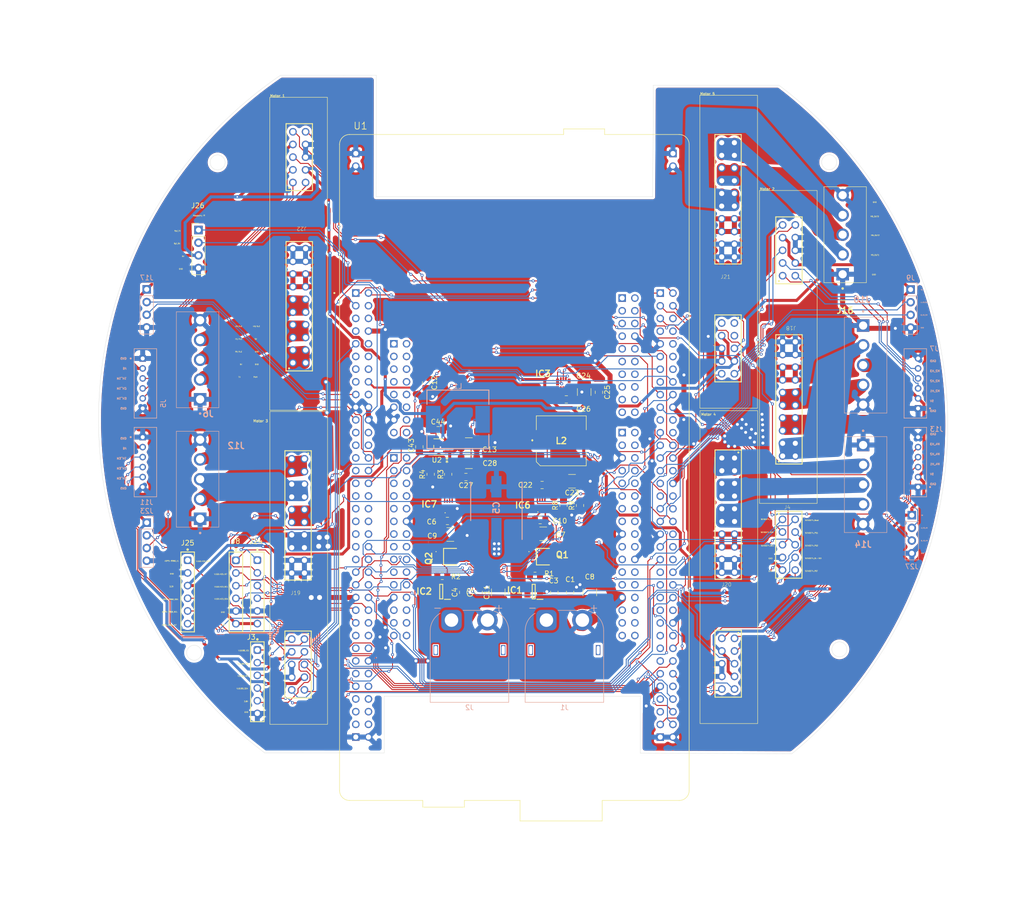
<source format=kicad_pcb>
(kicad_pcb (version 20240108) (generator "pcbnew") (generator_version "8.0")
  (title_block (date "2024-10-18"))
  (layers (0 "F.Cu" signal) (31 "B.Cu" signal) (34 "B.Paste" user) (35 "F.Paste" user) (36 "B.SilkS" user "B.Silkscreen") (37 "F.SilkS" user "F.Silkscreen") (38 "B.Mask" user) (39 "F.Mask" user) (44 "Edge.Cuts" user))
  (net 0 "")
  (net 1 "GND")
  (net 2 "/24V_2")
  (net 3 "/24V_1")
  (net 4 "Net-(IC1-VCAP)")
  (net 5 "/SEN0374_PS2")
  (net 6 "Net-(IC2-VCAP)")
  (net 7 "/SEN0374_SDA")
  (net 8 "/SEN0374_SCL")
  (net 9 "/SEN0374_BL-IND")
  (net 10 "/SEN0374_Boot")
  (net 12 "/SEN0374_INT")
  (net 13 "VDD_IO")
  (net 14 "Net-(IC7-SW)")
  (net 15 "Net-(IC7-BST)")
  (net 16 "/SEN0374_PS1")
  (net 17 "/SEN0374_RST")
  (net 18 "/VL53L4CD_SDA")
  (net 19 "/VL53L4CD_INT")
  (net 20 "/VL53L4CD_SHUT")
  (net 21 "/VL53L4CD_SCL")
  (net 22 "/ADPS-9960_SDA")
  (net 23 "/ADPS-9960_SCL")
  (net 24 "/VL6180_SDA")
  (net 25 "/ADPS-9960_VL")
  (net 26 "/ADPS-9960_INT")
  (net 27 "/VL6180_SCL")
  (net 28 "WSENS_SCL")
  (net 29 "WSENS_CS")
  (net 30 "WSENS_SAO")
  (net 31 "WSENS_SDA")
  (net 35 "Net-(IC1-GATE)")
  (net 37 "Net-(IC2-GATE)")
  (net 38 "24V")
  (net 39 "3.3V")
  (net 40 "/M1_OUT1")
  (net 41 "/M1_OUT2")
  (net 42 "/M1_OUT3")
  (net 43 "/M1_RX")
  (net 44 "/M1_H3")
  (net 45 "/M1_PWM")
  (net 46 "/M1_TX")
  (net 47 "/M1_H1")
  (net 48 "/M1_H2")
  (net 49 "/M2_H3")
  (net 50 "/M2_H2")
  (net 51 "/M2_H1")
  (net 52 "/M2_OUT2")
  (net 53 "/M2_OUT3")
  (net 54 "/M2_OUT1")
  (net 55 "/M3_OUT3")
  (net 56 "/M3_OUT2")
  (net 57 "/M4_H2")
  (net 58 "/M4_H3")
  (net 59 "/M4_H1")
  (net 60 "/M4_OUT3")
  (net 61 "/M4_OUT1")
  (net 62 "/M4_OUT2")
  (net 63 "/M5_OUT3")
  (net 64 "/M5_OUT1")
  (net 65 "/M5_OUT2")
  (net 66 "/M2_PWM")
  (net 67 "/M2_RX")
  (net 68 "/M2_TX")
  (net 69 "/M3_TX")
  (net 70 "/M3_RX")
  (net 71 "/M3_H3")
  (net 72 "/M3_PWM")
  (net 73 "/M3_H1")
  (net 74 "/M3_OUT1")
  (net 75 "/M3_H2")
  (net 76 "/M4_RX")
  (net 77 "/M4_TX")
  (net 78 "/M4_PWM")
  (net 79 "/M5_TX")
  (net 80 "/M5_PWM")
  (net 81 "/M5_RX")
  (net 82 "/Rpi_RX")
  (net 83 "/Rpi_TX")
  (net 84 "/VL6180_IO0")
  (net 85 "/VL6180_IO1")
  (net 86 "/M4_Encoder_A")
  (net 87 "/M4_Encoder_B")
  (net 88 "/M2_Encoder_A")
  (net 89 "/M2_Encoder_B")
  (net 90 "/M1_Encoder_A")
  (net 91 "/M1_Encoder_B")
  (net 92 "/M3_Encoder_A")
  (net 93 "/M3_Encoder_B")
  (net 104 "Net-(IC7-FB)")
  (net 106 "Net-(Q1-G)")
  (net 107 "Net-(Q2-G)")
  (net 112 "5V")
  (net 113 "Net-(IC6-BST)")
  (net 114 "Net-(IC6-SW)")
  (net 115 "2.8V")
  (net 119 "Net-(IC6-FB)")
  (net 144 "/VL53L4CD2_SHUT")
  (net 183 "/VL53L4CD2_SDA")
  (net 191 "/VL53L4CD2_INT")
  (net 216 "/VL53L4CD2_SCL")
  (net 223 "RF_SCK")
  (net 230 "RF_CS")
  (net 266 "RF_MISO")
  (net 271 "RF_MOSI")
  (footprint "Capacitor_SMD:C_1210_3225Metric_Pad1.33x2.70mm_HandSolder" (layer "F.Cu") (at 196.46 139.84 180)
    (property "Reference" "C23")
    (property "Value" "47uF")
  )
  (footprint "Capacitor_SMD:C_1210_3225Metric_Pad1.33x2.70mm_HandSolder" (layer "F.Cu") (at 175.7975 132.49)
    (property "Reference" "C13")
    (property "Value" "10uF")
  )
  (footprint "61301021821:61301021821" (layer "F.Cu") (at 239.87 152.548 -90)
    (property "Reference" "J4")
    (property "Value" "~" (hide yes))
  )
  (footprint "Resistor_SMD:R_0805_2012Metric_Pad1.20x1.40mm_HandSolder" (layer "F.Cu") (at 168.16 138.44 90)
    (property "Reference" "R4")
    (property "Value" "10kOhm")
  )
  (footprint "B5P-VH-LF-SN:B5P-VH_LF__SN_" (layer "F.Cu") (at 250.65 98.39 90)
    (property "Reference" "J16")
    (property "Value" "B5P-VH_LF__SN_" (hide yes))
  )
  (footprint "Resistor_SMD:R_0805_2012Metric_Pad1.20x1.40mm_HandSolder" (layer "F.Cu") (at 189.05 158.78 180)
    (property "Reference" "R1")
    (property "Value" "10")
  )
  (footprint "Capacitor_SMD:C_0805_2012Metric_Pad1.18x1.45mm_HandSolder" (layer "F.Cu") (at 171.51 147.79)
    (property "Reference" "C6")
    (property "Value" "0.1uF")
  )
  (footprint "Capacitor_SMD:C_0805_2012Metric_Pad1.18x1.45mm_HandSolder" (layer "F.Cu") (at 177.76 162.085 90)
    (property "Reference" "C2")
    (property "Value" "0.1uF")
  )
  (footprint "Resistor_SMD:R_0805_2012Metric_Pad1.20x1.40mm_HandSolder" (layer "F.Cu") (at 170.49 158.78 180)
    (property "Reference" "R2")
    (property "Value" "10")
  )
  (footprint "B-G431B-ESC1:ESC_Adapter_socket" (layer "F.Cu") (at 227.73 141.25)
    (property "Reference" "J20")
    (property "Value" "~")
  )
  (footprint "Resistor_SMD:R_0805_2012Metric_Pad1.20x1.40mm_HandSolder" (layer "F.Cu") (at 171.66 138.44 90)
    (property "Reference" "R3")
    (property "Value" "52.3kOhm")
  )
  (footprint "Capacitor_SMD:C_0805_2012Metric_Pad1.18x1.45mm_HandSolder" (layer "F.Cu") (at 196.08 162.085 90)
    (property "Reference" "C1")
    (property "Value" "0.1uF")
  )
  (footprint "Capacitor_SMD:C_0805_2012Metric_Pad1.18x1.45mm_HandSolder" (layer "F.Cu") (at 190.0825 147.61)
    (property "Reference" "C10")
    (property "Value" "0.1uF")
  )
  (footprint "B-G431B-ESC1:ESC_Adapter_socket" (layer "F.Cu") (at 141.845 110.065 180)
    (property "Reference" "J22")
    (property "Value" "~")
  )
  (footprint "Power Inductors - SMD WE-PD 5.6uH 6A:7447714220" (layer "F.Cu") (at 194.31 131.74)
    (property "Reference" "L2")
    (property "Value" "5.6uH" (hide yes))
  )
  (footprint "Capacitor_SMD:C_0805_2012Metric_Pad1.18x1.45mm_HandSolder" (layer "F.Cu") (at 195.325 123.45)
    (property "Reference" "C26")
    (property "Value" "0.1uF")
  )
  (footprint "Capacitor_SMD:C_0805_2012Metric_Pad1.18x1.45mm_HandSolder" (layer "F.Cu") (at 165.9 132.9375 90)
    (property "Reference" "C43")
    (property "Value" "4.7uF")
  )
  (footprint "B-G431B-ESC1:ESC_Adapter_socket" (layer "F.Cu") (at 141.61 141.41)
    (property "Reference" "J19")
    (property "Value" "~")
  )
  (footprint "Capacitor_SMD:C_0805_2012Metric_Pad1.18x1.45mm_HandSolder" (layer "F.Cu") (at 167.23 120.12 -90)
    (property "Reference" "C12")
    (property "Value" "0.1uF")
  )
  (footprint "Capacitor_SMD:C_1210_3225Metric_Pad1.33x2.70mm_HandSolder" (layer "F.Cu") (at 198.9 121.975 -90)
    (property "Reference" "C24")
    (property "Value" "10uF")
  )
  (footprint "Capacitor_SMD:C_0805_2012Metric_Pad1.18x1.45mm_HandSolder" (layer "F.Cu") (at 174.67 162.085 90)
    (property "Reference" "C4")
    (property "Value" "0.1uF")
  )
  (footprint "Socket_header_6_pins_single_straight:61300611821" (layer "F.Cu") (at 133.46 179.9775 -90)
    (property "Reference" "J3")
    (property "Value" "Conn_01x06_Pin")
  )
  (footprint "WSEN-ISDS:2536030320001" (layer "F.Cu") (at 194.725 120.212)
    (property "Reference" "IC3")
    (property "Value" "2536030320001" (hide yes))
  )
  (footprint "Capacitor_SMD:C_0805_2012Metric_Pad1.18x1.45mm_HandSolder" (layer "F.Cu") (at 190.4725 140.59 180)
    (property "Reference" "C22")
    (property "Value" "0.1uF")
  )
  (footprint "Capacitor_SMD:C_1210_3225Metric_Pad1.33x2.70mm_HandSolder" (layer "F.Cu") (at 172.0975 150.5)
    (property "Reference" "C9")
    (property "Value" "10uF")
  )
  (footprint "PSMN6R740MLDX:PSMN6R740MLDX" (layer "F.Cu") (at 190.288 154.935 -90)
    (property "Reference" "Q1")
    (property "Value" "PSMN6R7-40MLDX" (hide yes))
  )
  (footprint "B-G431B-ESC1:ESC_Adapter_socket" (layer "F.Cu") (at 239.9 128.72 180)
    (property "Reference" "J18")
    (property "Value" "~")
  )
  (footprint "Capacitor_SMD:C_1210_3225Metric_Pad1.33x2.70mm_HandSolder" (layer "F.Cu") (at 190.69 150.36)
    (property "Reference" "C7")
    (property "Value" "10uF")
  )
  (footprint "Capacitor_SMD:C_1210_3225Metric_Pad1.33x2.70mm_HandSolder" (layer "F.Cu") (at 181.69 162.085 90)
    (property "Reference" "C11")
    (property "Value" "10uF")
  )
  (footprint "Socket_header_6_pins_single_straight:61300611821" (layer "F.Cu") (at 133.46 161.99 -90)
    (property "Reference" "J24")
    (property "Value" "Conn_01x06_Pin")
  )
  (footprint "Capacitor_SMD:C_1210_3225Metric_Pad1.33x2.70mm_HandSolder" (layer "F.Cu") (at 175.8175 135.94)
    (property "Reference" "C28")
    (property "Value" "47uF")
  )
  (footprint "Socket_header_6_pins_single_straight:61300611821" (layer "F.Cu") (at 119.5 162 -90)
    (property "Reference" "J25")
    (property "Value" "Conn_01x06_Pin")
  )
  (footprint "Capacitor_SMD:C_0805_2012Metric_Pad1.18x1.45mm_HandSolder" (layer "F.Cu") (at 175.2175 138.99 180)
    (property "Reference" "C27")
    (property "Value" "0.1uF")
  )
  (footprint "Capacitor_SMD:C_0805_2012Metric_Pad1.18x1.45mm_HandSolder" (layer "F.Cu") (at 201.85 122.025 -90)
    (property "Reference" "C25")
    (property "Value" "0.1uF")
  )
  (footprint "Capacitor_SMD:C_0805_2012Metric_Pad1.18x1.45mm_HandSolder" (layer "F.Cu") (at 169.6375 129.625)
    (property "Reference" "C44")
    (property "Value" "0.1uF")
  )
  (footprint "ADP121-AUJZ28R7:UJ-5_ADI" (layer "F.Cu") (at 169.7852 132.99 180)
    (property "Reference" "U2")
    (property "Value" "ADP121-AUJZ28R7")
  )
  (footprint "Connector_PinHeader_2.54mm:PinHeader_1x04_P2.54mm_Vertical" (layer "F.Cu") (at 121.67 89.53)
    (property "Reference" "J26")
    (property "Value" "Conn_01x04_Pin")
  )
  (footprint "TPS563300DRLR:TPS62932DRLR" (layer "F.Cu") (at 190.2775 144.39 90)
    (property "Reference" "IC6")
    (property "Value" "TPS563300DRLR" (hide yes))
  )
  (footprint "LM74500QDDFRQ1:SOT65P280X110-8N" (layer "F.Cu") (at 188.79 161.93 180)
    (property "Reference" "IC1")
    (property "Value" "LM74500QDDFRQ1" (hide yes))
  )
  (footprint "Socket_header_6_pins_single_straight:61300611821" (layer "F.Cu") (at 129.1667 162.018 -90)
    (property "Reference" "J8")
    (property "Value" "Conn_01x06_Pin")
  )
  (footprint "NUCLEOH723ZG:MODULE_NUCLEOH723ZG" (layer "F.Cu") (at 184.9183 137.08)
    (property "Reference" "U1")
    (property "Value" "NUCLEOH723ZG")
  )
  (footprint "Capacitor_SMD:C_1210_3225Metric_Pad1.33x2.70mm_HandSolder" (layer "F.Cu") (at 200.03 162.085 90)
    (property "Reference" "C8")
    (property "Value" "10uF")
  )
  (footprint "Resistor_SMD:R_0805_2012Metric_Pad1.20x1.40mm_HandSolder" (layer "F.Cu") (at 194.76 144.69 90)
    (property "Reference" "R8")
    (property "Value" "30.9kOhm")
  )
  (footprint "Resistor_SMD:R_0805_2012Metric_Pad1.20x1.40mm_HandSolder" (layer "F.Cu") (at 198.06 144.69 90)
    (property "Reference" "R9")
    (property "Value" "10kOhm")
  )
  (footprint "B-G431B-ESC1:ESC_Adapter_socket" (layer "F.Cu") (at 227.7 78.11)
    (property "Reference" "J21")
    (property "Value" "~")
  )
  (footprint "PSMN6R740MLDX:PSMN6R740MLDX" (layer "F.Cu") (at 171.693 154.935 -90)
    (property "Reference" "Q2")
    (property "Value" "PSMN6R7-40MLDX" (hide yes))
  )
  (footprint "LM74500QDDFRQ1:SOT65P280X110-8N" (layer "F.Cu") (at 170.27 161.93 180)
    (property "Reference" "IC2")
    (property "Value" "LM74500QDDFRQ1" (hide yes))
  )
  (footprint "TPS563300DRLR:TPS62932DRLR" (layer "F.Cu") (at 171.71 144.55 90)
    (property "Reference" "IC7")
    (property "Value" "TPS563300DRLR" (hide yes))
  )
  (footprint "Capacitor_SMD:C_0805_2012Metric_Pad1.18x1.45mm_HandSolder" (layer "F.Cu") (at 192.92 162.085 90)
    (property "Reference" "C3")
    (property "Value" "0.1uF")
  )
  (footprint "B5P-VH-LF-SN:B5P-VH_LF__SN_" (layer "B.Cu") (at 254.75 132.58 -90)
    (property "Reference" "J14")
    (property "Value" "B5P-VH_LF__SN_" (hide yes))
  )
  (footprint "B6B-PH-K-S:JST_B6B-PH-K-S" (layer "B.Cu") (at 111.05 120.25 90)
    (property "Reference" "J5")
    (property "Value" "B6B-PH-K-S")
  )
  (footprint "Connector_AMASS:AMASS_XT60PW-M_1x02_P7.20mm_Horizontal" (layer "B.Cu") (at 191.34 167.64)
    (property "Reference" "J1")
    (property "Value" "XT60PW-M")
  )
  (footprint "Connector_PinHeader_2.54mm:PinHeader_1x04_P2.54mm_Vertical" (layer "B.Cu") (at 264.5 146.63 180)
    (property "Reference" "J27")
    (property "Value" "Conn_01x04_Pin")
  )
  (footprint "B5P-VH-LF-SN:B5P-VH_LF__SN_" (layer "B.Cu") (at 122 147.35 90)
    (property "Reference" "J12")
    (property "Value" "B5P-VH_LF__SN_" (hide yes))
  )
  (footprint "Connector_AMASS:AMASS_XT60PW-M_1x02_P7.20mm_Horizontal" (layer "B.Cu") (at 172.33 167.64)
    (property "Reference" "J2")
    (property "Value" "XT60PW-M")
  )
  (footprint "Connector_PinHeader_2.54mm:PinHeader_1x04_P2.54mm_Vertical" (layer "B.Cu") (at 111.3 101.42 180)
    (property "Reference" "J17")
    (property "Value" "Conn_01x04_Pin")
  )
  (footprint "B6B-PH-K-S:JST_B6B-PH-K-S" (layer "B.Cu") (at 111.05 136 90)
    (property "Reference" "J11")
    (property "Value" "B6B-PH-K-S")
  )
  (footprint "Connector_PinHeader_2.54mm:PinHeader_1x04_P2.54mm_Vertical" (layer "B.Cu") (at 111.31 148.13 180)
    (property "Reference" "J23")
    (property "Value" "Conn_01x04_Pin")
  )
  (footprint "B6B-PH-K-S:JST_B6B-PH-K-S" (layer "B.Cu") (at 265.2 136 -90)
    (property "Reference" "J13")
    (property "Value" "B6B-PH-K-S")
  )
  (footprint "WCAP-ASLI Aluminum Electrolytic Capacitors:CAPAE1030X1050N" (layer "B.Cu") (at 181.32 145.14 90)
    (property "Reference" "C5")
    (property "Value" "220uF" (hide yes))
  )
  (footprint "B5P-VH-LF-SN:B5P-VH_LF__SN_" (layer "B.Cu") (at 254.75 108.66 -90)
    (property "Reference" "J10")
    (property "Value" "B5P-VH_LF__SN_" (hide yes))
  )
  (footprint "B6B-PH-K-S:JST_B6B-PH-K-S" (layer "B.Cu") (at 265.2 120.25 -90)
    (property "Reference" "J7")
    (property "Value" "B6B-PH-K-S")
  )
  (footprint "WE-HCC SMT High Current Cube Inductor:WE-HCC_1210" (layer "B.Cu") (at 173.61 127.44 180)
    (property "Reference" "L1")
    (property "Value" "8.2uH")
  )
  (footprint "Connector_PinHeader_2.54mm:PinHeader_1x04_P2.54mm_Vertical" (layer "B.Cu") (at 264.25 101.45 180)
    (property "Reference" "J9")
    (property "Value" "Conn_01x04_Pin")
  )
  (footprint "B5P-VH-LF-SN:B5P-VH_LF__SN_" (layer "B.Cu") (at 122 123.43 90)
    (property "Reference" "J6")
    (property "Value" "B5P-VH_LF__SN_" (hide yes))
  )
  (gr_line (start 212.75 60.55) (end 237.91 60.55) (stroke (width 0.05)) (layer "Edge.Cuts"))
  (gr_line (start 157.26 58.54) (end 157.23 82.89) (stroke (width 0.05)) (layer "Edge.Cuts"))
  (gr_arc (start 132.241578 192.126659) (mid 101.742779 123.864628) (end 138.11 58.540001) (stroke (width 0.05)) (layer "Edge.Cuts"))
  (gr_line (start 158.84 182.87) (end 210.16 182.87) (stroke (width 0.05)) (layer "Edge.Cuts"))
  (gr_circle (center 250 173.5) (end 251.5 173.5) (stroke (width 0.05)) (fill none) (layer "Edge.Cuts"))
  (gr_line (start 157.23 82.89) (end 212.62 82.89) (stroke (width 0.05)) (layer "Edge.Cuts"))
  (gr_line (start 210.1 194.26) (end 240.491643 194.396228) (stroke (width 0.05)) (layer "Edge.Cuts"))
  (gr_line (start 150.79 58.54) (end 157.26 58.54) (stroke (width 0.05)) (layer "Edge.Cuts"))
  (gr_line (start 158.84 192.44) (end 158.84 182.87) (stroke (width 0.05)) (layer "Edge.Cuts"))
  (gr_arc (start 237.91 60.55) (mid 271.675001 126.846748) (end 240.491643 194.396228) (stroke (width 0.05)) (layer "Edge.Cuts"))
  (gr_circle (center 247.96 75.96) (end 249.46 75.96) (stroke (width 0.05)) (fill none) (layer "Edge.Cuts"))
  (gr_circle (center 120.8 174.17) (end 122.3 174.17) (stroke (width 0.05)) (fill none) (layer "Edge.Cuts"))
  (gr_line (start 210.16 182.87) (end 210.1 194.26) (stroke (width 0.05)) (layer "Edge.Cuts"))
  (gr_line (start 158.84 192.44) (end 158.84 194.25) (stroke (width 0.05)) (layer "Edge.Cuts"))
  (gr_circle (center 125.5 76) (end 127 76) (stroke (width 0.05)) (fill none) (layer "Edge.Cuts"))
  (gr_line (start 158.84 194.25) (end 134.92 194.24) (stroke (width 0.05)) (layer "Edge.Cuts"))
  (gr_line (start 212.62 82.89) (end 212.75 60.55) (stroke (width 0.05)) (layer "Edge.Cuts"))
  (gr_line (start 132.241578 192.126659) (end 134.92 194.24) (stroke (width 0.05)) (layer "Edge.Cuts"))
  (gr_line (start 138.11 58.54) (end 150.79 58.54) (stroke (width 0.05)) (layer "Edge.Cuts"))
  (gr_text "M1_H3" (at 105.25 123 180) (layer "B.SilkS") (effects (font (size 0.4 0.4) (thickness 0.1)) (justify left bottom mirror)))
  (gr_text "M3_H3" (at 105.25 139 180) (layer "B.SilkS") (effects (font (size 0.4 0.4) (thickness 0.1)) (justify left bottom mirror)))
  (gr_text "5V" (at 106.469048 117 180) (layer "B.SilkS") (effects (font (size 0.4 0.4) (thickness 0.1)) (justify left bottom mirror)))
  (gr_text "M2_CH_A" (at 267.624761 104.13525 -0) (layer "B.SilkS") (effects (font (size 0.2 0.2) (thickness 0.05)) (justify left bottom mirror)))
  (gr_text "5V" (at 268.943808 138.6405 -0) (layer "B.SilkS") (effects (font (size 0.4 0.4) (thickness 0.1)) (justify left bottom mirror)))
  (gr_text "M2_H1" (at 270.162856 122 -0) (layer "B.SilkS") (effects (font (size 0.4 0.4) (thickness 0.1)) (justify left bottom mirror)))
  (gr_text "M4_CH_A" (at 267.695238 149.31 -0) (layer "B.SilkS") (effects (font (size 0.2 0.2) (thickness 0.05)) (justify left bottom mirror)))
  (gr_text "M1_H1" (at 105.25 119 180) (layer "B.SilkS") (effects (font (size 0.4 0.4) (thickness 0.1)) (justify left bottom mirror)))
  (gr_text "M4_H3" (at 270.162856 132.6405 -0) (layer "B.SilkS") (effects (font (size 0.4 0.4) (thickness 0.1)) (justify left bottom mirror)))
  (gr_text "GND" (at 105.973809 125 180) (layer "B.SilkS") (effects (font (size 0.4 0.4) (thickness 0.1)) (justify left bottom mirror)))
  (gr_text "M3_H1" (at 105.25 135 180) (layer "B.SilkS") (effects (font (size 0.4 0.4) (thickness 0.1)) (justify left bottom mirror)))
  (gr_text "GND" (at 266.929523 109.21525 -0) (layer "B.SilkS") (effects (font (size 0.2 0.2) (thickness 0.05)) (justify left bottom mirror)))
  (gr_text "M4_CH_B" (at 267.723809 151.85 -0) (layer "B.SilkS") (effects (font (size 0.2 0.2) (thickness 0.05)) (justify left bottom mirror)))
  (gr_text "GND" (at 267 154.39 -0) (layer "B.SilkS") (effects (font (size 0.2 0.2) (thickness 0.05)) (justify left bottom mirror)))
  (gr_text "5V" (at 266.681904 101.59525 -0) (layer "B.SilkS") (effects (font (size 0.2 0.2) (thickness 0.05)) (justify left bottom mirror)))
  (gr_text "GND\n" (at 269.439047 126 -0) (layer "B.SilkS") (effects (font (size 0.4 0.4) (thickness 0.1)) (justify left bottom mirror)))
  (gr_text "5V" (at 268.943808 124 -0) (layer "B.SilkS") (effects (font (size 0.4 0.4) (thickness 0.1)) (justify left bottom mirror)))
  (gr_text "GND" (at 269.439047 116 -0) (layer "B.SilkS") (effects (font (size 0.4 0.4) (thickness 0.1)) (justify left bottom mirror)))
  (gr_text "GND" (at 105.973809 141 180) (layer "B.SilkS") (effects (font (size 0.4 0.4) (thickness 0.1)) (justify left bottom mirror)))
  (gr_text "M3_H2" (at 105.25 137 180) (layer "B.SilkS") (effects (font (size 0.4 0.4) (thickness 0.1)) (justify left bottom mirror)))
  (gr_text "GND\n" (at 105.973809 131 180) (layer "B.SilkS") (effects (font (size 0.4 0.4) (thickness 0.1)) (justify left bottom mirror)))
  (gr_text "GND" (at 269.439047 130.6405 -0) (layer "B.SilkS") (effects (font (size 0.4 0.4) (thickness 0.1)) (justify left bottom mirror)))
  (gr_text "M4_H2" (at 270.162856 134.6405 -0) (layer "B.SilkS") (effects (font (size 0.4 0.4) (thickness 0.1)) (justify left bottom mirror)))
  (gr_text "5V" (at 266.752381 146.77 -0) (layer "B.SilkS") (effects (font (size 0.2 0.2) (thickness 0.05)) (justify left bottom mirror)))
  (gr_text "GND\n" (at 105.973809 115 180) (layer "B.SilkS") (effects (font (size 0.4 0.4) (thickness 0.1)) (justify left bottom mirror)))
  (gr_text "GND\n" (at 269.439047 140.6405 -0) (layer "B.SilkS") (effects (font (size 0.4 0.4) (thickness 0.1)) (justify left bottom mirror)))
  (gr_text "M4_H1" (at 270.162856 136.6405 -0) (layer "B.SilkS") (effects (font (size 0.4 0.4) (thickness 0.1)) (justify left bottom mirror)))
  (gr_text "M2_H2" (at 270.162856 120 -0) (layer "B.SilkS") (effects (font (size 0.4 0.4) (thickness 0.1)) (justify left bottom mirror)))
  (gr_text "M1_H2" (at 105.25 121 180) (layer "B.SilkS") (effects (font (size 0.4 0.4) (thickness 0.1)) (justify left bottom mirror)))
  (gr_text "M2_CH_B" (at 267.653332 106.67525 -0) (layer "B.SilkS") (effects (font (size 0.2 0.2) (thickness 0.05)) (justify left bottom mirror)))
  (gr_text "5V" (at 106.469048 133 180) (layer "B.SilkS") (effects (font (size 0.4 0.4) (thickness 0.1)) (justify left bottom mirror)))
  (gr_text "M2_H3" (at 270.162856 118 -0) (layer "B.SilkS") (effects (font (size 0.4 0.4) (thickness 0.1)) (justify left bottom mirror)))
  (gr_text "Motor 5" (at 222.06 62.56 0) (layer "F.SilkS") (effects (font (size 0.5 0.5) (thickness 0.1) (bold yes)) (justify left bottom)))
  (gr_text "5V" (at 118.349524 94.942 0) (layer "F.SilkS") (effects (font (size 0.25 0.25) (thickness 0.05) (bold yes)) (justify left bottom)))
  (gr_text "ADPS-9960_INT" (at 114.29 168.78 0) (layer "F.SilkS") (effects (font (size 0.25 0.25) (thickness 0.05)) (justify left bottom)))
  (gr_text "Motor 3" (at 132.58 128.06 0) (layer "F.SilkS") (effects (font (size 0.5 0.5) (thickness 0.1) (bold yes)) (justify left bottom)))
  (gr_text "M5_OUT3" (at 256.19 86.97 0) (layer "F.SilkS") (effects (font (size 0.25 0.25) (thickness 0.05)) (justify left bottom)))
  (gr_text "VL6180_SCL" (at 129.47 178.98 0) (layer "F.SilkS") (effects (font (size 0.25 0.25) (thickness 0.05)) (justify left bottom)))
  (gr_text "GND" (at 256.65 84.11 0) (layer "F.SilkS") (effects (font (size 0.25 0.25) (thickness 0.05)) (justify left bottom)))
  (gr_text "VL53L4CD_SDA" (at 124.81 163.55 0) (layer "F.SilkS") (effects (font (size 0.25 0.25) (thickness 0.05)) (justify left bottom)))
  (gr_text "M5_OUT1" (at 256.27 94.69 0) (layer "F.SilkS") (effects (font (size 0.25 0.25) (thickness 0.05)) (justify left bottom)))
  (gr_text "VL6180_SDA" (at 129.27 181.49 0) (layer "F.SilkS") (effects (font (size 0.25 0.25) (thickness 0.05)) (justify left bottom)))
  (gr_text "PWM" (at 132.620475 119.13 0) (layer "F.SilkS") (effects (font (size 0.25 0.25) (thickness 0.05)) (justify left bottom)))
  (gr_text "3.3V" (at 126.23 168.74 0) (layer "F.SilkS") (effects (font (size 0.25 0.25) (thickness 0.05)) (justify left bottom)))
  (gr_text "GND" (at 126.14 166.2 0) (layer "F.SilkS") (effects (font (size 0.25 0.25) (thickness 0.05)) (justify left bottom)))
  (gr_text "SEN0374_SDA" (at 234.22 150.2 0) (layer "F.SilkS") (effects (font (size 0.25 0.25) (thickness 0.05)) (justify left bottom)))
  (gr_text "GND" (at 132.93 116.59 0) (layer "F.SilkS") (effects (font (size 0.25 0.25) (thickness 0.05)) (justify left bottom)))
  (gr_text "2.8V" (at 130.77 184.07 0) (layer "F.SilkS") (effects (font (size 0.25 0.25) (thickness 0.05)) (justify left bottom)))
  (gr_text "ADPS-9960_VL" (at 114.87 155.94 0) (layer "F.SilkS") (effects (font (size 0.25 0.25) (thickness 0.05)) (justify left bottom)))
  (gr_text "GND" (at 130.84 186.2175 0) (layer "F.SilkS") (effects (font (size 0.25 0.25) (thickness 0.05)) (justify left bottom)))
  (gr_text "Motor 2" (at 234 81.62 0) (layer "F.SilkS") (effects (font (size 0.5 0.5) (thickness 0.1) (bold yes)) (justify left bottom)))
  (gr_text "Motor 4" (at 222.25 126.74 0) (layer "F.SilkS") (effects (font (size 0.5 0.5) (thickness 0.1) (bold yes)) (justify left bottom)))
  (gr_text "SEN0374_BL-IND" (at 243.1 155.42 0) (layer "F.SilkS") (effects (font (size 0.25 0.25) (thickness 0.05)) (justify left bottom)))
  (gr_text "VL53L4CD_SHUT" (at 121.166667 156 0) (layer "F.SilkS") (effects (font (size 0.25 0.25) (thickness 0.05)) (justify left bottom)))
  (gr_text "SEN0374_SCL" (at 234.29 152.89 0) (layer "F.SilkS") (effects (font (size 0.25 0.25) (thickness 0.05)) (justify left bottom)))
  (gr_text "Rpi_RX\n" (at 116.706667 92.402 0) (layer "F.SilkS") (effects (font (size 0.25 0.25) (thickness 0.05) (bold yes)) (justify left bottom)))
  (gr_text "3.3V\n" (at 235.74 158 0) (layer "F.SilkS") (effects (font (size 0.25 0.25) (thickness 0.05)) (justify left bottom)))
  (gr_text "SEN0374_RST" (at 243.1 157.96 0) (layer "F.SilkS") (effects (font (size 0.25 0.25) (thickness 0.05)) (justify left bottom)))
  (gr_text "GND" (at 132.953809 114.05 0) (layer "F.SilkS") (effects (font (size 0.25 0.25) (thickness 0.05)) (justify left bottom)))
  (gr_text "GND" (at 115.928568 158.522 0) (layer "F.SilkS") (effects (font (size 0.25 0.25) (thickness 0.05)) (justify left bottom)))
  (gr_text "SEN0374_Boot" (at 243.1 147.8 0) (layer "F.SilkS") (effects (font (size 0.25 0.25) (thickness 0.05)) (justify left bottom)))
  (gr_text "M5_OUT2" (at 256.31 90.74 0) (layer "F.SilkS") (effects (font (size 0.25 0.25) (thickness 0.05)) (justify left bottom)))
  (gr_text "RX/N.C" (at 128.995475 114.05 0) (layer "F.SilkS") (effects (font (size 0.25 0.25) (thickness 0.05)) (justify left bottom)))
  (gr_text "H1/N.C" (at 128.995475 111.51 0) (layer "F.SilkS") (effects (font (size 0.25 0.25) (thickness 0.05)) (justify left bottom)))
  (gr_text "VL6180_IO1" (at 129.6 173.88 0) (layer "F.SilkS") (effects (font (size 0.25 0.25) (thickness 0.05)) (justify left bottom)))
  (gr_text "VL53L4CD_INT" (at 124.78 158.59 0) (layer "F.SilkS") (effects (font (size 0.25 0.25) (thickness 0.05)) (justify left bottom)))
  (gr_text "VL6180_IO0" (at 129.45 176.56 0) (layer "F.SilkS") (effects (font (size 0.25 0.25) (thickness 0.05)) (justify left bottom)))
  (gr_text "GND" (at 235.79 155.44 0) (layer "F.SilkS") (effects (font (size 0.25 0.25) (thickness 0.05)) (justify left bottom)))
  (gr_text "ADPS-9960_SDA" (at 114.47 163.63 0) (layer "F.SilkS") (effects (font (size 0.25 0.25) (thickness 0.05)) (justify left bottom)))
  (gr_text "TX" (at 129.626427 119.13 0) (layer "F.SilkS") (effects (font (size 0.25 0.25) (thickness 0.05)) (justify left bottom)))
  (gr_text "SEN0374_PS1" (at 243.1 150.34 0) (layer "F.SilkS") (effects (font (size 0.25 0.25) (thickness 0.05)) (justify left bottom)))
  (gr_text "5V" (at 132.894285 111.51 0) (layer "F.SilkS") (effects (font (size 0.25 0.25) (thickness 0.05)) (justify left bottom)))
  (gr_text "Rpi_TX" (at 116.825715 89.862 0) (layer "F.SilkS") (effects (font (size 0.25 0.25) (thickness 0.05) (bold yes)) (justify left bottom)))
  (gr_text "SEN0374_PS2" (at 243.1 152.88 0) (layer "F.SilkS") (effects (font (size 0.25 0.25) (thickness 0.05)) (justify left bottom)))
  (gr_text "Raspberry Pi" (at 121.79 86.65 0) (layer "F.SilkS") (effects (font (size 0.25 0.25) (thickness 0.05))))
  (gr_text "H2/N.C" (at 128.995475 108.97 0) (layer "F.SilkS") (effects (font (size 0.25 0.25) (thickness 0.05)) (justify left bottom)))
  (gr_text "3.3V" (at 115.833332 161.062 0) (layer "F.SilkS") (effects (font (size 0.25 0.25) (thickness 0.05)) (justify left bottom)))
  (gr_text "H3/N.C" (at 132.560951 108.97 0) (layer "F.SilkS") (effects (font (size 0.25 0.25) (thickness 0.05)) (justify left bottom)))
  (gr_text "SEN0374_INT" (at 234.24 147.6 0) (layer "F.SilkS") (effects (font (size 0.25 0.25) (thickness 0.05)) (justify left bottom)))
  (gr_text "GND" (at 256.5 98.61 0) (layer "F.SilkS") (effects (font (size 0.25 0.25) (thickness 0.05)) (justify left bottom)))
  (gr_text "GND" (at 117.730475 97.482 0) (layer "F.SilkS") (effects (font (size 0.25 0.25) (thickness 0.05) (bold yes)) (justify left bottom)))
  (gr_text "Dribbler" (at 250.65 103.64 0) (layer "F.SilkS") (effects (font (size 0.25 0.25) (thickness 0.05))))
  (gr_text "VL53L4CD_SCL" (at 124.81 161.11 0) (layer "F.SilkS") (effects (font (size 0.25 0.25) (thickness 0.05)) (justify left bottom)))
  (gr_text "ADPS-9960_SCL" (at 114.33 166.14 0) (layer "F.SilkS") (effects (font (size 0.25 0.25) (thickness 0.05)) (justify left bottom)))
  (gr_text "Motor 1" (at 135.945 62.965 0) (layer "F.SilkS") (effects (font (size 0.5 0.5) (thickness 0.1) (bold yes)) (justify left bottom)))
  (gr_text "5V" (at 129.935952 116.59 0) (layer "F.SilkS") (effects (font (size 0.25 0.25) (thickness 0.05)) (justify left bottom)))
  (segment (start 200.84 167.64) (end 205.37 163.11) (width 1) (layer "F.Cu") (net 1))
  (segment (start 211.32 183.7183) (end 211.32 184.83) (width 1) (layer "F.Cu") (net 1))
  (segment (start 172.445 162.13) (end 172.32 162.255) (width 0.2) (layer "F.Cu") (net 1))
  (segment (start 159.05 169.12) (end 159.05 164.8483) (width 1) (layer "F.Cu") (net 1))
  (segment (start 173.66 148.902) (end 175.448 150.69) (width 1) (layer "F.Cu") (net 1))
  (segment (start 170.15 132.99) (end 170.12 133.02) (width 0.2) (layer "F.Cu") (net 1))
  (segment (start 173.48 145.3) (end 173.48 146.8575) (width 1) (layer "F.Cu") (net 1))
  (segment (start 179.41 161.04) (end 179.41 161.048) (width 1) (layer "F.Cu") (net 1))
  (segment (start 191.41 161.94) (end 191.095 162.255) (width 0.3) (layer "F.Cu") (net 1))
  (segment (start 197.352 161.048) (end 197.36 161.04) (width 1) (layer "F.Cu") (net 1))
  (segment (start 142.88 158.21) (end 140.34 158.21) (width 1) (layer "F.Cu") (net 1))
  (segment (start 172.946 148.188) (end 172.9455 148.188) (width 1) (layer "F.Cu") (net 1))
  (segment (start 175.21 162.13) (end 172.445 162.13) (width 0.2) (layer "F.Cu") (net 1))
  (segment (start 172.946 148.188) (end 172.548 147.79) (width 1) (layer "F.Cu") (net 1))
  (segment (start 173.48 146.8575) (end 172.5475 147.79) (width 1) (layer "F.Cu") (net 1))
  (segment (start 155.7083 109.77) (end 158.78 109.77) (width 1) (layer "F.Cu") (net 1))
  (segment (start 173.66 150.5) (end 173.66 148.902) (width 1) (layer "F.Cu") (net 1))
  (segment (start 226.43 113.51) (end 226.42 113.51) (width 1) (layer "F.Cu") (net 1))
  (segment (start 159.05 164.8483) (end 160.7883 163.11) (width 1) (layer "F.Cu") (net 1))
  (segment (start 197.36 161.04) (end 197.878 160.522) (width 1) (layer "F.Cu") (net 1))
  (segment (start 155.7083 127.55) (end 155.7083 125.01) (width 1) (layer "F.Cu") (net 1))
  (segment (start 198.9 123.5375) (end 201.375 123.5375) (width 1) (layer "F.Cu") (net 1))
  (segment (start 168.567 122.8775) (end 167.23 121.5405) (width 1) (layer "F.Cu") (net 1))
  (segment (start 173.344 148.586) (end 172.946 148.188) (width 1) (layer "F.Cu") (net 1))
  (segment (start 173.66 148.902) (end 173.344 148.586) (width 1) (layer "F.Cu") (net 1))
  (segment (start 191.12 146.07) (end 191.228 145.962) (width 0.3) (layer "F.Cu") (net 1))
  (segment (start 198.9 122.6717) (end 198.4355 122.2072) (width 1) (layer "F.Cu") (net 1))
  (segment (start 191.12 147.61) (end 191.21 147.52) (width 0.3) (layer "F.Cu") (net 1))
  (segment (start 167.425 175.8) (end 165.21 175.8) (width 1) (layer "F.Cu") (net 1))
  (segment (start 166.3775 131.4225) (end 165.9 131.9) (width 1) (layer "F.Cu") (net 1))
  (segment (start 181.4275 160.785) (end 181.69 160.5225) (width 1) (layer "F.Cu") (net 1))
  (segment (start 173.344 148.586) (end 173.66 148.902) (width 1) (layer "F.Cu") (net 1))
  (segment (start 196.08 161.048) (end 196.0805 161.048) (width 1) (layer "F.Cu") (net 1))
  (segment (start 202.575 123.0625) (end 201.85 123.0625) (width 1) (layer "F.Cu") (net 1))
  (segment (start 250.65 98.39) (end 250.65 104.56) (width 1) (layer "F.Cu") (net 1))
  (segment (start 192.252 150.36) (end 192.252 149.551) (width 1) (layer "F.Cu") (net 1))
  (segment (start 200.0295 160.522) (end 200.042 160.522) (width 1) (layer "F.Cu") (net 1))
  (segment (start 214.1283 180.91) (end 211.32 183.7183) (width 1) (layer "F.Cu") (net 1))
  (segment (start 218.84 127.2017) (end 216.6683 125.03) (width 1) (layer "F.Cu") (net 1))
  (segment (start 177.7605 161.048) (end 179.41 161.048) (width 1) (layer "F.Cu") (net 1))
  (segment (start 198.9 123.5375) (end 198.9 122.6717) (width 1) (layer "F.Cu") (net 1))
  (segment (start 192.252 149.551) (end 192.252 148.742) (width 1) (layer "F.Cu") (net 1))
  (segment (start 196.0805 161.048) (end 196.08 161.0475) (width 1) (layer "F.Cu") (net 1))
  (segment (start 172.46 145.29) (end 173.47 145.29) (width 0.3) (layer "F.Cu") (net 1))
  (segment (start 175.896324 161.372095) (end 175.896324 161.443676) (width 0.2) (layer "F.Cu") (net 1))
  (segment (start 201.375 123.5375) (end 201.85 123.0625) (width 1) (layer "F.Cu") (net 1))
  (segment (start 177.38 132.51) (end 177.38 135.94) (width 1) (layer "F.Cu") (net 1))
  (segment (start 192.252 148.742) (end 191.12 147.61) (width 1) (layer "F.Cu") (net 1))
  (segment (start 173.47 145.29) (end 173.48 145.3) (width 0.3) (layer "F.Cu") (net 1))
  (segment (start 177.76 161.048) (end 177.7605 161.048) (width 1) (layer "F.Cu") (net 1))
  (segment (start 177.36 132.49) (end 177.38 132.51) (width 1) (layer "F.Cu") (net 1))
  (segment (start 198.0225 139.84) (end 200.11 139.84) (width 1) (layer "F.Cu") (net 1))
  (segment (start 205.37 163.11) (end 206.5083 163.11) (width 1) (layer "F.Cu") (net 1))
  (segment (start 165.21 175.8) (end 165.2 175.81) (width 1) (layer "F.Cu") (net 1))
  (segment (start 212.49 131.78) (end 212.49 135.78) (width 1) (layer "F.Cu") (net 1))
  (segment (start 218.87 122.8283) (end 218.87 118.55) (width 1) (layer "F.Cu") (net 1))
  (segment (start 197.31 145.69) (end 196.4 146.6) (width 1) (layer "F.Cu") (net 1))
  (segment (start 167.23 121.5405) (end 167.23 121.1575) (width 1) (layer "F.Cu") (net 1))
  (segment (start 198.06 145.69) (end 197.31 145.69) (width 1) (layer "F.Cu") (net 1))
  (segment (start 198.54 167.64) (end 200.84 167.64) (width 1) (layer "F.Cu") (net 1))
  (segment (start 254.75 108.66) (end 255.31 109.22) (width 1) (layer "F.Cu") (net 1))
  (segment (start 181.165 161.048) (end 181.4275 160.785) (width 1) (layer "F.Cu") (net 1))
  (segment (start 218.1223 138.816) (end 218.1223 135.0477) (width 1) (layer "F.Cu") (net 1))
  (segment (start 172.1548 128.7727) (end 171.5273 128.7727) (width 1) (layer "F.Cu") (net 1))
  (segment (start 195.225 122.3125) (end 196.3625 123.45) (width 0.2) (layer "F.Cu") (net 1))
  (segment (start 250.65 104.56) (end 254.75 108.66) (width 1) (layer "F.Cu") (net 1))
  (segment (start 204.08 121.5575) (end 202.575 123.0625) (width 1) (layer "F.Cu") (net 1))
  (segment (start 196.0805 161.048) (end 197.352 161.048) (width 1) (layer "F.Cu") (net 1))
  (segment (start 198.4355 121.975) (end 198.4355 122.2072) (width 1) (layer "F.Cu") (net 1))
  (segment (start 144 163.11) (end 145.91 163.11) (width 1) (layer "F.Cu") (net 1))
  (segment (start 181.4275 160.785) (end 181.69 160.522) (width 1) (layer "F.Cu") (net 1))
  (segment (start 191.095 162.255) (end 190.04 162.255) (width 0.3) (layer "F.Cu") (net 1))
  (segment (start 195.225 121.124) (end 195.225 122.3125) (width 0.2) (layer "F.Cu") (net 1))
  (segment (start 177.7938 132.0962) (end 181.0536 132.0962) (width 1) (layer "F.Cu") (net 1))
  (segment (start 216.6683 125.03) (end 218.87 122.8283) (width 1) (layer "F.Cu") (net 1))
  (segment (start 172.32 162.255) (end 171.52 162.255) (width 0.2) (layer "F.Cu") (net 1))
  (segment (start 191.41 161.94) (end 191.34 161.94) (width 0.3) (layer "F.Cu") (net 1))
  (segment (start 158.78 109.77) (end 159.08 109.47) (width 1) (layer "F.Cu") (net 1))
  (segment (start 255.31 109.22) (end 261.2 109.22) (width 1) (layer "F.Cu") (net 1))
  (segment (start 191.228 144.948) (end 191.21 144.93) (width 0.3) (layer "F.Cu") (net 1))
  (segment (start 204.08 118.66) (end 204.08 121.5575) (width 1) (layer "F.Cu") (net 1))
  (segment (start 198.022 139.84) (end 198.0225 139.84) (width 1) (layer "F.Cu") (net 1))
  (segment (start 212.05 131.34) (end 212.49 131.78) (width 1) (layer "F.Cu") (net 1))
  (segment (start 179.41 161.048) (end 181.165 161.048) (width 1) (layer "F.Cu") (net 1))
  (segment (start 177.38 132.51) (end 177.7938 132.0962) (width 1) (layer "F.Cu") (net 1))
  (segment (start 194.725 121.124) (end 195.225 121.124) (width 0.2) (layer "F.Cu") (net 1))
  (segment (start 158.01 172.06) (end 158.01 171.01) (width 1) (layer "F.Cu") (net 1))
  (segment (start 145.91 163.11) (end 153.1683 163.11) (width 1) (layer "F.Cu") (net 1))
  (segment (start 226.43 113.51) (end 226.43 116.05) (width 1) (layer "F.Cu") (net 1))
  (segment (start 198.4355 122.2072) (end 197.6053 122.2072) (width 1) (layer "F.Cu") (net 1))
  (segment (start 175.896324 161.443676) (end 175.21 162.13) (width 0.2) (layer "F.Cu") (net 1))
  (segment (start 166.3775 129.8763) (end 166.3775 131.4225) (width 1) (layer "F.Cu") (net 1))
  (segment (start 201.13 115.71) (end 204.08 118.66) (width 1) (layer "F.Cu") (net 1))
  (segment (start 171.160351 132.99) (end 170.15 132.99) (width 0.2) (layer "F.Cu") (net 1))
  (segment (start 172.9455 148.188) (end 172.5475 147.79) (width 1) (layer "F.Cu") (net 1))
  (segment (start 168.567 140.9833) (end 168.16 140.5763) (width 1) (layer "F.Cu") (net 1))
  (segment (start 175.448 150.69) (end 175.46 150.69) (width 1) (layer "F.Cu") (net 1))
  (segment (start 218.1223 135.0477) (end 220.83 132.34) (width 1) (layer "F.Cu") (net 1))
  (segment (start 197.878 160.522) (end 200.0295 160.522) (width 1) (layer "F.Cu") (net 1))
  (segment (start 177.7605 161.048) (end 177.76 161.0475) (width 1) (layer "F.Cu") (net 1))
  (segment (start 159.14 173.19) (end 158.01 172.06) (width 1) (layer "F.Cu") (net 1))
  (segment (start 197.6053 122.2072) (end 196.3625 123.45) (width 1) (layer "F.Cu") (net 1))
  (segment (start 191.12 147.61) (end 191.12 146.07) (width 0.3) (layer "F.Cu") (net 1))
  (segment (start 191.228 145.962) (end 191.228 145.15) (width 0.3) (layer "F.Cu") (net 1))
  (segment (start 142.88 158.21) (end 142.22 158.87) (width 1) (layer "F.Cu") (net 1))
  (segment (start 192.252 149.551) (end 192.2525 149.5515) (width 1) (layer "F.Cu") (net 1))
  (segment (start 168.16 140.5763) (end 168.16 139.44) (width 1) (layer "F.Cu") (net 1))
  (segment (start 200.0295 160.522) (end 200.03 160.5225) (width 1) (layer "F.Cu") (net 1))
  (segment (start 192.2525 149.5515) (end 192.2525 150.36) (width 1) (layer "F.Cu") (net 1))
  (segment (start 218.84 127.49) (end 218.84 127.2017) (width 1) (layer "F.Cu") (net 1))
  (segment (start 226.42 113.51) (end 223.74 110.83) (width 1) (layer "F.Cu") (net 1))
  (segment (start 216.6683 140.27) (end 218.1223 138.816) (width 1) (layer "F.Cu") (net 1))
  (segment (start 171.5273 128.7727) (end 170.675 129.625) (width 1) (layer "F.Cu") (net 1))
  (segment (start 200.042 160.522) (end 200.06 160.54) (width 1) (layer "F.Cu") (net 1))
  (via (at 165.2 175.81) (size 0.8) (drill 0.6) (layers "F.Cu" "B.Cu") (net 1))
  (via (at 175.46 150.69) (size 0.6) (drill 0.6) (layers "F.Cu" "B.Cu") (net 1))
  (via (at 175.896324 161.372095) (size 0.6) (drill 0.3) (layers "F.Cu" "B.Cu") (net 1))
  (via (at 261.2 109.22) (size 0.8) (drill 0.6) (layers "F.Cu" "B.Cu") (net 1))
  (via (at 172.1548 128.7727) (size 0.8) (drill 0.6) (layers "F.Cu" "B.Cu") (net 1))
  (via (at 170.12 133.02) (size 0.6) (drill 0.3) (layers "F.Cu" "B.Cu") (net 1))
  (via (at 158.01 171.01) (size 0.8) (drill 0.6) (layers "F.Cu" "B.Cu") (net 1))
  (via (at 223.74 110.83) (size 0.8) (drill 0.6) (layers "F.Cu" "B.Cu") (net 1))
  (via (at 192 148.3) (size 0.8) (drill 0.6) (layers "F.Cu" "B.Cu") (net 1))
  (via (at 159.14 173.19) (size 0.8) (drill 0.6) (layers "F.Cu" "B.Cu") (net 1))
  (via (at 200.11 139.84) (size 0.8) (drill 0.6) (layers "F.Cu" "B.Cu") (net 1))
  (via (at 166.3775 129.8763) (size 0.8) (drill 0.6) (layers "F.Cu" "B.Cu") (net 1))
  (via (at 191.41 161.94) (size 0.8) (drill 0.6) (layers "F.Cu" "B.Cu") (net 1))
  (via (at 159.05 169.12) (size 0.8) (drill 0.6) (layers "F.Cu" "B.Cu") (net 1))
  (via (at 196.4 146.6) (size 0.8) (drill 0.6) (layers "F.Cu" "B.Cu") (net 1))
  (via (at 179.41 161.04) (size 0.8) (drill 0.6) (layers "F.Cu" "B.Cu") (net 1))
  (via (at 197.36 161.04) (size 0.8) (drill 0.6) (layers "F.Cu" "B.Cu") (net 1))
  (via (at 181.0536 132.0962) (size 0.8) (drill 0.6) (layers "F.Cu" "B.Cu") (net 1))
  (via (at 211.32 184.83) (size 0.8) (drill 0.6) (layers "F.Cu" "B.Cu") (net 1))
  (via (at 218.87 118.55) (size 0.8) (drill 0.6) (layers "F.Cu" "B.Cu") (net 1))
  (via (at 168.567 140.9833) (size 0.8) (drill 0.6) (layers "F.Cu" "B.Cu") (net 1))
  (via (at 220.83 132.34) (size 0.8) (drill 0.6) (layers "F.Cu" "B.Cu") (net 1))
  (via (at 198.06 160.54) (size 0.8) (drill 0.6) (layers "F.Cu" "B.Cu") (net 1))
  (via (at 212.05 131.34) (size 0.8) (drill 0.6) (layers "F.Cu" "B.Cu") (net 1))
  (via (at 201.13 115.71) (size 0.8) (drill 0.6) (layers "F.Cu" "B.Cu") (net 1))
  (via (at 173.48 145.3) (size 0.6) (drill 0.6) (layers "F.Cu" "B.Cu") (net 1))
  (via (at 167.6 175.8) (size 0.8) (drill 0.6) (layers "F.Cu" "B.Cu") (net 1))
  (via (at 212.49 135.78) (size 0.8) (drill 0.6) (layers "F.Cu" "B.Cu") (net 1))
  (via (at 218.84 127.49) (size 0.8) (drill 0.6) (layers "F.Cu" "B.Cu") (net 1))
  (via (at 145.91 163.11) (size 1) (drill 0.99) (layers "F.Cu" "B.Cu") (net 1))
  (via (at 168.567 122.8775) (size 0.8) (drill 0.6) (layers "F.Cu" "B.Cu") (net 1))
  (via (at 198.4355 121.975) (size 0.8) (drill 0.6) (layers "F.Cu" "B.Cu") (net 1))
  (via (at 144.25 163.12) (size 1) (drill 0.99) (layers "F.Cu" "B.Cu") (net 1))
  (via (at 159.08 109.47) (size 0.8) (drill 0.6) (layers "F.Cu" "B.Cu") (net 1))
  (segment (start 212.26 136.01) (end 212.49 135.78) (width 1) (layer "B.Cu") (net 1))
  (segment (start 220.83 132.34) (end 220.83 129.48) (width 1) (layer "B.Cu") (net 1))
  (segment (start 153.1683 191.05) (end 153.31 191.05) (width 1) (layer "B.Cu") (net 1))
  (segment (start 175.896324 161.372095) (end 176.388419 160.88) (width 0.2) (layer "B.Cu") (net 1))
  (segment (start 238.271893 155.416107) (end 238.6 155.088) (width 1) (layer "B.Cu") (net 1))
  (segment (start 159.14 174.75) (end 160.2 175.81) (width 1) (layer "B.Cu") (net 1))
  (segment (start 129.1667 165.828) (end 133.432 165.828) (width 1) (layer "B.Cu") (net 1))
  (segment (start 165.2 175.81) (end 160.2 175.81) (width 1) (layer "B.Cu") (net 1))
  (segment (start 179.25 160.88) (end 179.41 161.04) (width 0.2) (layer "B.Cu") (net 1))
  (segment (start 180.55 141.71) (end 181.32 140.94) (width 1) (layer "B.Cu") (net 1))
  (segment (start 261.2 109.22) (end 264.1 109.22) (width 1) (layer "B.Cu") (net 1))
  (segment (start 134.29 186.39) (end 133.83 186.85) (width 1) (layer "B.Cu") (net 1))
  (segment (start 214.1283 150.43) (end 213.061983 150.43) (width 1) (layer "B.Cu") (net 1))
  (segment (start 134.33 186.39) (end 134.29 186.39) (width 1) (layer "B.Cu") (net 1))
  (segment (start 155.7083 175.81) (end 160.2 175.81) (width 1) (layer "B.Cu") (net 1))
  (segment (start 159.05 169.97) (end 158.01 171.01) (width 1) (layer "B.Cu") (net 1))
  (segment (start 133.432 165.828) (end 133.46 165.8) (width 1) (layer "B.Cu") (net 1))
  (segment (start 159.14 173.19) (end 159.14 174.75) (width 1) (layer "B.Cu") (net 1))
  (segment (start 153.61 191.05) (end 155.7083 191.05) (width 1) (layer "B.Cu") (net 1))
  (segment (start 176.388419 160.88) (end 179.25 160.88) (width 0.2) (layer "B.Cu") (net 1))
  (segment (start 159.05 169.12) (end 159.05 169.97) (width 1) (layer "B.Cu") (net 1))
  (segment (start 153.31 191.05) (end 153.46 190.9) (width 1) (layer "B.Cu") (net 1))
  (segment (start 153.46 190.9) (end 153.61 191.05) (width 1) (layer "B.Cu") (net 1))
  (segment (start 211.7679 149.135917) (end 211.7679 138.176314) (width 1) (layer "B.Cu") (net 1))
  (segment (start 214.1283 191.07) (end 216.6683 191.07) (width 1) (layer "B.Cu") (net 1))
  (segment (start 264.1 109.22) (end 264.25 109.07) (width 1) (layer "B.Cu") (net 1))
  (segment (start 264.5 154.25) (end 267.11 151.64) (width 1) (layer "B.Cu") (net 1))
  (segment (start 213.061983 150.43) (end 211.7679 149.135917) (width 1) (layer "B.Cu") (net 1))
  (segment (start 220.83 129.48) (end 218.84 127.49) (width 1) (layer "B.Cu") (net 1))
  (segment (start 211.7679 138.176314) (end 212.26 137.684214) (width 1) (layer "B.Cu") (net 1))
  (segment (start 212.26 137.684214) (end 212.26 136.01) (width 1) (layer "B.Cu") (net 1))
  (segment (start 178.535 162.975) (end 179.035 163.475) (width 1) (layer "F.Cu") (net 2))
  (segment (start 179.035 163.475) (end 181.69 163.475) (width 1) (layer "F.Cu") (net 2))
  (segment (start 173.492 162.958) (end 177.742 162.958) (width 1) (layer "F.Cu") (net 2))
  (segment (start 172.33 164.12) (end 173.492 162.958) (width 1) (layer "F.Cu") (net 2))
  (segment (start 171.16 163.83) (end 167.72 163.83) (width 1) (layer "F.Cu") (net 2))
  (segment (start 167.36 161.27) (end 167.99 160.64) (width 1) (layer "F.Cu") (net 2))
  (segment (start 169.1 154.87) (end 169.99 154.87) (width 1) (layer "F.Cu") (net 2))
  (segment (start 169.99 154.33) (end 170.11 154.21) (width 1) (layer "F.Cu") (net 2))
  (segment (start 166.64 157.33) (end 169.1 154.87) (width 1) (layer "F.Cu") (net 2))
  (segment (start 166.64 162.75) (end 166.64 161.27) (width 1) (layer "F.Cu") (net 2))
  (segment (start 177.76 162.975) (end 178.535 162.975) (width 1) (layer "F.Cu") (net 2))
  (segment (start 166.64 161.27) (end 167.36 161.27) (width 1) (layer "F.Cu") (net 2))
  (segment (start 171.6 163.39) (end 171.16 163.83) (width 1) (layer "F.Cu") (net 2))
  (segment (start 166.64 161.27) (end 166.64 157.33) (width 1) (layer "F.Cu") (net 2))
  (segment (start 167.99 160.64) (end 169.21 160.64) (width 1) (layer "F.Cu") (net 2))
  (segment (start 177.742 162.958) (end 177.76 162.975) (width 1) (layer "F.Cu") (net 2))
  (segment (start 172.33 164.12) (end 171.6 163.39) (width 1) (layer "F.Cu") (net 2))
  (segment (start 172.33 167.64) (end 172.33 164.12) (width 1) (layer "F.Cu") (net 2))
  (segment (start 169.99 154.87) (end 169.99 154.33) (width 1) (layer "F.Cu") (net 2))
  (segment (start 167.72 163.83) (end 166.64 162.75) (width 1) (layer "F.Cu") (net 2))
  (segment (start 192.862 163.18) (end 192.92 163.122) (width 1) (layer "F.Cu") (net 3))
  (segment (start 191.34 164.46) (end 190.6 163.72) (width 1) (layer "F.Cu") (net 3))
  (segment (start 199.505 163.122) (end 200.03 163.648) (width 1) (layer "F.Cu") (net 3))
  (segment (start 186.35 160.57) (end 187.69 160.57) (width 1) (layer "F.Cu") (net 3))
  (segment (start 188.52 164.5) (end 185.96 164.5) (width 1) (layer "F.Cu") (net 3))
  (segment (start 185.28 161.64) (end 186.35 160.57) (width 1) (layer "F.Cu") (net 3))
  (segment (start 190.49 163.83) (end 189.19 163.83) (width 1) (layer "F.Cu") (net 3))
  (segment (start 190.6 163.72) (end 190.49 163.83) (width 1) (layer "F.Cu") (net 3))
  (segment (start 190.06 163.18) (end 192.862 163.18) (width 1) (layer "F.Cu") (net 3))
  (segment (start 185.28 161.65) (end 185.28 161.64) (width 1) (layer "F.Cu") (net 3))
  (segment (start 192.92 163.122) (end 199.505 163.122) (width 1) (layer "F.Cu") (net 3))
  (segment (start 185.28 156.556) (end 187.226 154.61) (width 1) (layer "F.Cu") (net 3))
  (segment (start 190.6 163.72) (end 190.06 163.18) (width 1) (layer "F.Cu") (net 3))
  (segment (start 185.96 164.5) (end 185.28 163.82) (width 1) (layer "F.Cu") (net 3))
  (segment (start 185.28 163.82) (end 185.28 161.65) (width 1) (layer "F.Cu") (net 3))
  (segment (start 188.641 154.61) (end 188.641 155.01) (width 1) (layer "F.Cu") (net 3))
  (segment (start 187.226 154.61) (end 188.641 154.61) (width 1) (layer "F.Cu") (net 3))
  (segment (start 185.28 161.65) (end 185.28 161.64) (width 1) (layer "F.Cu") (net 3))
  (segment (start 185.28 161.64) (end 185.28 156.556) (width 1) (layer "F.Cu") (net 3))
  (segment (start 191.34 167.64) (end 191.34 164.46) (width 1) (layer "F.Cu") (net 3))
  (segment (start 189.19 163.83) (end 188.52 164.5) (width 1) (layer "F.Cu") (net 3))
  (segment (start 188.641 154.61) (end 188.641 153.96) (width 1) (layer "F.Cu") (net 3))
  (segment (start 190.04 160.955) (end 192.8275 160.955) (width 0.2) (layer "F.Cu") (net 4))
  (segment (start 192.8275 160.955) (end 192.92 161.0475) (width 0.2) (layer "F.Cu") (net 4))
  (segment (start 176.850429 157.242735) (end 176.007694 156.4) (width 0.2) (layer "F.Cu") (net 5))
  (segment (start 191.4 159.3) (end 205.2 159.3) (width 0.2) (layer "F.Cu") (net 5))
  (segment (start 182.582775 156.485503) (end 181.825543 157.242735) (width 0.2) (layer "F.Cu") (net 5))
  (segment (start 183.44 158.7341) (end 183.44 156.84567) (width 0.2) (layer "F.Cu") (net 5))
  (segment (start 183.079833 156.485503) (end 182.582775 156.485503) (width 0.2) (layer "F.Cu") (net 5))
  (segment (start 183.8099 159.104) (end 183.44 158.7341) (width 0.2) (layer "F.Cu") (net 5))
  (segment (start 181.825543 157.242735) (end 176.850429 157.242735) (width 0.2) (layer "F.Cu") (net 5))
  (segment (start 183.44 156.84567) (end 183.079833 156.485503) (width 0.2) (layer "F.Cu") (net 5))
  (segment (start 176.007694 156.4) (end 175.3 156.4) (width 0.2) (layer "F.Cu") (net 5))
  (segment (start 234.615 157.705) (end 234.615 153.685) (width 0.2) (layer "F.Cu") (net 5))
  (segment (start 234.615 153.685) (end 236.57 151.73) (width 0.2) (layer "F.Cu") (net 5))
  (segment (start 232.92 159.4) (end 234.615 157.705) (width 0.2) (layer "F.Cu") (net 5))
  (via (at 205.2 159.3) (size 0.6) (drill 0.3) (layers "F.Cu" "B.Cu") (net 5))
  (via (at 191.4 159.3) (size 0.6) (drill 0.3) (layers "F.Cu" "B.Cu") (net 5))
  (via (at 236.57 151.73) (size 0.6) (drill 0.3) (layers "F.Cu" "B.Cu") (net 5))
  (via (at 183.8099 159.104) (size 0.6) (drill 0.3) (layers "F.Cu" "B.Cu") (net 5))
  (via (at 232.92 159.4) (size 0.6) (drill 0.3) (layers "F.Cu" "B.Cu") (net 5))
  (via (at 175.3 156.4) (size 0.6) (drill 0.3) (layers "F.Cu" "B.Cu") (net 5))
  (segment (start 236.8633 151.4367) (end 237.132 151.4367) (width 0.2) (layer "B.Cu") (net 5))
  (segment (start 240.0287 151.4367) (end 241.14 152.548) (width 0.2) (layer "B.Cu") (net 5))
  (segment (start 237.132 151.4367) (end 240.0287 151.4367) (width 0.2) (layer "B.Cu") (net 5))
  (segment (start 157.1583 154.4) (end 155.7083 152.95) (width 0.2) (layer "B.Cu") (net 5))
  (segment (start 173.7 157) (end 166.328882 157) (width 0.2) (layer "B.Cu") (net 5))
  (segment (start 183.8099 159.104) (end 184.0059 159.3) (width 0.2) (layer "B.Cu") (net 5))
  (segment (start 175.3 156.4) (end 174.3 156.4) (width 0.2) (layer "B.Cu") (net 5))
  (segment (start 205.2 159.3) (end 205.3 159.4) (width 0.2) (layer "B.Cu") (net 5))
  (segment (start 174.3 156.4) (end 173.7 157) (width 0.2) (layer "B.Cu") (net 5))
  (segment (start 163.728882 154.4) (end 157.1583 154.4) (width 0.2) (layer "B.Cu") (net 5))
  (segment (start 166.328882 157) (end 163.728882 154.4) (width 0.2) (layer "B.Cu") (net 5))
  (segment (start 184.0059 159.3) (end 191.4 159.3) (width 0.2) (layer "B.Cu") (net 5))
  (segment (start 205.3 159.4) (end 232.92 159.4) (width 0.2) (layer "B.Cu") (net 5))
  (segment (start 240.075 151.483) (end 241.14 152.548) (width 0.2) (layer "B.Cu") (net 5))
  (segment (start 236.57 151.73) (end 236.8633 151.4367) (width 0.2) (layer "B.Cu") (net 5))
  (segment (start 174.5045 160.882) (end 171.592 160.882) (width 0.2) (layer "F.Cu") (net 6))
  (segment (start 171.592 160.882) (end 171.52 160.955) (width 0.2) (layer "F.Cu") (net 6))
  (segment (start 174.5045 160.882) (end 174.67 161.0475) (width 0.2) (layer "F.Cu") (net 6))
  (segment (start 174.67 160.882) (end 174.5045 160.882) (width 0.2) (layer "F.Cu") (net 6))
  (segment (start 215.3983 108.52) (end 214.1283 107.25) (width 0.2) (layer "F.Cu") (net 7))
  (segment (start 237.1462 138.5976) (end 221.8524 123.3038) (width 0.2) (layer "F.Cu") (net 7))
  (segment (start 238.6 150.008) (end 237.1462 148.5542) (width 0.2) (layer "F.Cu") (net 7))
  (segment (start 221.8524 123.3038) (end 221.8524 113.4488) (width 0.2) (layer "F.Cu") (net 7))
  (segment (start 221.8524 113.4488) (end 216.9236 108.52) (width 0.2) (layer "F.Cu") (net 7))
  (segment (start 237.1462 148.5542) (end 237.1462 138.5976) (width 0.2) (layer "F.Cu") (net 7))
  (segment (start 216.9236 108.52) (end 215.3983 108.52) (width 0.2) (layer "F.Cu") (net 7))
  (segment (start 239.7112 151.4368) (end 238.6 152.548) (width 0.2) (layer "F.Cu") (net 8))
  (segment (start 239.7112 140.596914) (end 239.7112 151.4368) (width 0.2) (layer "F.Cu") (net 8))
  (segment (start 222.79 123.675714) (end 239.7112 140.596914) (width 0.2) (layer "F.Cu") (net 8))
  (segment (start 215.3983 105.98) (end 216.888882 105.98) (width 0.2) (layer "F.Cu") (net 8))
  (segment (start 214.1283 104.71) (end 215.3983 105.98) (width 0.2) (layer "F.Cu") (net 8))
  (segment (start 222.79 111.881118) (end 222.79 123.675714) (width 0.2) (layer "F.Cu") (net 8))
  (segment (start 216.888882 105.98) (end 222.79 111.881118) (width 0.2) (layer "F.Cu") (net 8))
  (segment (start 219.17 155.6154) (end 218.7618 155.2072) (width 0.2) (layer "F.Cu") (net 9))
  (segment (start 219.17 160.591818) (end 219.17 155.6154) (width 0.2) (layer "F.Cu") (net 9))
  (segment (start 193.3037 151.648529) (end 193.3037 148.4071) (width 0.2) (layer "F.Cu") (net 9))
  (segment (start 234.17 163.79) (end 238.15 159.81) (width 0.2) (layer "F.Cu") (net 9))
  (segment (start 227.1 163.79) (end 234.17 163.79) (width 0.2) (layer "F.Cu") (net 9))
  (segment (start 201.85 152) (end 193.655171 152) (width 0.2) (layer "F.Cu") (net 9))
  (segment (start 193.655171 152) (end 193.3037 151.648529) (width 0.2) (layer "F.Cu") (net 9))
  (segment (start 218.301991 161.459827) (end 219.17 160.591818) (width 0.2) (layer "F.Cu") (net 9))
  (via (at 238.15 159.81) (size 0.6) (drill 0.3) (layers "F.Cu" "B.Cu") (net 9))
  (via (at 218.7618 155.2072) (size 0.6) (drill 0.3) (layers "F.Cu" "B.Cu") (net 9))
  (via (at 193.3037 148.4071) (size 0.6) (drill 0.3) (layers "F.Cu" "B.Cu") (net 9))
  (via (at 227.1 163.79) (size 0.6) (drill 0.3) (layers "F.Cu" "B.Cu") (net 9))
  (via (at 218.301991 161.459827) (size 0.6) (drill 0.3) (layers "F.Cu" "B.Cu") (net 9))
  (via (at 201.85 152) (size 0.6) (drill 0.3) (layers "F.Cu" "B.Cu") (net 9))
  (segment (start 155.469 151.68) (end 154.6383 152.5107) (width 0.2) (layer "B.Cu") (net 9))
  (segment (start 205.1 156.5825) (end 217.3865 156.5825) (width 0.2) (layer "B.Cu") (net 9))
  (segment (start 217.3865 156.5825) (end 218.7618 155.2072) (width 0.2) (layer "B.Cu") (net 9))
  (segment (start 238.15 159.81) (end 240.0438 157.9162) (width 0.2) (layer "B.Cu") (net 9))
  (segment (start 175.2849 146.837) (end 170.4419 151.68) (width 0.2) (layer "B.Cu") (net 9))
  (segment (start 203.55 155.0325) (end 205.1 156.5825) (width 0.2) (layer "B.Cu") (net 9))
  (segment (start 154.6383 152.5107) (end 154.6383 154.42) (width 0.2) (layer "B.Cu") (net 9))
  (segment (start 193.3037 148.4071) (end 191.7336 146.837) (width 0.2) (layer "B.Cu") (net 9))
  (segment (start 240.0438 156.1842) (end 241.14 155.088) (width 0.2) (layer "B.Cu") (net 9))
  (segment (start 218.301991 161.459827) (end 218.301991 162.677205) (width 0.2) (layer "B.Cu") (net 9))
  (segment (start 203.55 153.7) (end 203.55 155.0325) (width 0.2) (layer "B.Cu") (net 9))
  (segment (start 201.85 152) (end 203.55 153.7) (width 0.2) (layer "B.Cu") (net 9))
  (segment (start 154.6383 154.42) (end 155.7083 155.49) (width 0.2) (layer "B.Cu") (net 9))
  (segment (start 240.0438 157.9162) (end 240.0438 156.1842) (width 0.2) (layer "B.Cu") (net 9))
  (segment (start 170.4419 151.68) (end 155.469 151.68) (width 0.2) (layer "B.Cu") (net 9))
  (segment (start 219.414786 163.79) (end 227.1 163.79) (width 0.2) (layer "B.Cu") (net 9))
  (segment (start 218.301991 162.677205) (end 219.414786 163.79) (width 0.2) (layer "B.Cu") (net 9))
  (segment (start 191.7336 146.837) (end 175.2849 146.837) (width 0.2) (layer "B.Cu") (net 9))
  (segment (start 237.9296 148.738) (end 239.87 148.738) (width 0.2) (layer "B.Cu") (net 10))
  (segment (start 234.7626 151.905) (end 237.9296 148.738) (width 0.2) (layer "B.Cu") (net 10))
  (segment (start 216.7699 158.05) (end 222.9149 151.905) (width 0.2) (layer "B.Cu") (net 10))
  (segment (start 226.906138 151.91) (end 228.553862 151.91) (width 0.2) (layer "B.Cu") (net 10))
  (segment (start 222.9149 151.905) (end 226.901138 151.905) (width 0.2) (layer "B.Cu") (net 10))
  (segment (start 239.87 148.738) (end 241.14 147.468) (width 0.2) (layer "B.Cu") (net 10))
  (segment (start 228.558862 151.905) (end 234.7626 151.905) (width 0.2) (layer "B.Cu") (net 10))
  (segment (start 228.553862 151.91) (end 228.558862 151.905) (width 0.2) (layer "B.Cu") (net 10))
  (segment (start 216.6683 158.05) (end 216.7699 158.05) (width 0.2) (layer "B.Cu") (net 10))
  (segment (start 226.901138 151.905) (end 226.906138 151.91) (width 0.2) (layer "B.Cu") (net 10))
  (segment (start 215.6033 151.495) (end 214.1283 152.97) (width 0.2) (layer "B.Cu") (net 12))
  (segment (start 238.6 147.468) (end 234.573 151.495) (width 0.2) (layer "B.Cu") (net 12))
  (segment (start 234.573 151.495) (end 228.558862 151.495) (width 0.2) (layer "B.Cu") (net 12))
  (segment (start 228.558862 151.495) (end 228.553862 151.49) (width 0.2) (layer "B.Cu") (net 12))
  (segment (start 228.553862 151.49) (end 226.906138 151.49) (width 0.2) (layer "B.Cu") (net 12))
  (segment (start 226.901138 151.495) (end 215.6033 151.495) (width 0.2) (layer "B.Cu") (net 12))
  (segment (start 226.906138 151.49) (end 226.901138 151.495) (width 0.2) (layer "B.Cu") (net 12))
  (segment (start 194.2875 123.45) (end 194.225 123.3875) (width 0.2) (layer "F.Cu") (net 13))
  (segment (start 194.225 123.3875) (end 194.225 121.124) (width 0.2) (layer "F.Cu") (net 13))
  (segment (start 176.255 138.99) (end 176.255 128.8041) (width 0.2) (layer "F.Cu") (net 14))
  (segment (start 175.23 140.015) (end 173.600686 140.015) (width 0.2) (layer "F.Cu") (net 14))
  (segment (start 176.255 128.8041) (end 176.571 128.4881) (width 0.2) (layer "F.Cu") (net 14))
  (segment (start 172.46 141.155686) (end 172.46 143.81) (width 0.2) (layer "F.Cu") (net 14))
  (segment (start 176.255 138.99) (end 175.23 140.015) (width 0.2) (layer "F.Cu") (net 14))
  (segment (start 173.600686 140.015) (end 172.46 141.155686) (width 0.2) (layer "F.Cu") (net 14))
  (via (at 176.571 128.4881) (size 0.6) (drill 0.3) (layers "F.Cu" "B.Cu") (net 14))
  (segment (start 176.8083 128.2508) (end 176.8083 127.44) (width 0.2) (layer "B.Cu") (net 14))
  (segment (start 176.571 128.4881) (end 176.8083 128.2508) (width 0.2) (layer "B.Cu") (net 14))
  (segment (start 178.56 127.44) (end 176.8083 127.44) (width 0.2) (layer "B.Cu") (net 14))
  (segment (start 174.06 138.99) (end 174.18 138.99) (width 0.2) (layer "F.Cu") (net 15))
  (segment (start 171.96 141.09) (end 174.06 138.99) (width 0.2) (layer "F.Cu") (net 15))
  (segment (start 171.96 143.81) (end 171.96 141.09) (width 0.2) (layer "F.Cu") (net 15))
  (segment (start 232.97853 162.94147) (end 227.1 162.94147) (width 0.2) (layer "F.Cu") (net 16))
  (segment (start 236.29 157.51) (end 236.29 159.63) (width 0.2) (layer "F.Cu") (net 16))
  (segment (start 236.29 159.63) (end 232.97853 162.94147) (width 0.2) (layer "F.Cu") (net 16))
  (segment (start 236.65 157.15) (end 236.29 157.51) (width 0.2) (layer "F.Cu") (net 16))
  (via (at 227.1 162.94147) (size 0.6) (drill 0.3) (layers "F.Cu" "B.Cu") (net 16))
  (via (at 236.65 157.15) (size 0.6) (drill 0.3) (layers "F.Cu" "B.Cu") (net 16))
  (segment (start 218.280693 160.59) (end 216.6683 160.59) (width 0.2) (layer "B.Cu") (net 16))
  (segment (start 218.901991 161.211298) (end 218.280693 160.59) (width 0.2) (layer "B.Cu") (net 16))
  (segment (start 242.2726 151.1406) (end 241.14 150.008) (width 0.2) (layer "B.Cu") (net 16))
  (segment (start 239.87 155.3268) (end 239.87 154.7737) (width 0.2) (layer "B.Cu") (net 16))
  (segment (start 242.2726 152.9628) (end 242.2726 151.1406) (width 0.2) (layer "B.Cu") (net 16))
  (segment (start 218.901991 162.451991) (end 218.901991 161.211298) (width 0.2) (layer "B.Cu") (net 16))
  (segment (start 227.1 162.94147) (end 219.39147 162.94147) (width 0.2) (layer "B.Cu") (net 16))
  (segment (start 241.5199 153.7155) (end 242.2726 152.9628) (width 0.2) (layer "B.Cu") (net 16))
  (segment (start 238.8388 156.358) (end 239.87 155.3268) (width 0.2) (layer "B.Cu") (net 16))
  (segment (start 237.442 156.358) (end 238.8388 156.358) (width 0.2) (layer "B.Cu") (net 16))
  (segment (start 240.9282 153.7155) (end 241.5199 153.7155) (width 0.2) (layer "B.Cu") (net 16))
  (segment (start 239.87 154.7737) (end 240.9282 153.7155) (width 0.2) (layer "B.Cu") (net 16))
  (segment (start 219.39147 162.94147) (end 218.901991 162.451991) (width 0.2) (layer "B.Cu") (net 16))
  (segment (start 236.65 157.15) (end 237.442 156.358) (width 0.2) (layer "B.Cu") (net 16))
  (segment (start 219.81 187.26) (end 224.82 182.25) (width 0.2) (layer "F.Cu") (net 17))
  (segment (start 241.14 162.24) (end 241.14 157.628) (width 0.2) (layer "F.Cu") (net 17))
  (segment (start 214.1283 188.53) (end 215.3983 187.26) (width 0.2) (layer "F.Cu") (net 17))
  (segment (start 226.5 169.15) (end 234.21 169.15) (width 0.2) (layer "F.Cu") (net 17))
  (segment (start 224.82 170.83) (end 226.5 169.15) (width 0.2) (layer "F.Cu") (net 17))
  (segment (start 234.21 169.15) (end 234.7 168.66) (width 0.2) (layer "F.Cu") (net 17))
  (segment (start 224.82 182.25) (end 224.82 170.83) (width 0.2) (layer "F.Cu") (net 17))
  (segment (start 215.3983 187.26) (end 219.81 187.26) (width 0.2) (layer "F.Cu") (net 17))
  (via (at 234.7 168.66) (size 0.6) (drill 0.3) (layers "F.Cu" "B.Cu") (net 17))
  (via (at 241.14 162.24) (size 0.6) (drill 0.3) (layers "F.Cu" "B.Cu") (net 17))
  (segment (start 234.7 168.66) (end 234.87 168.49) (width 0.2) (layer "B.Cu") (net 17))
  (segment (start 234.89 168.49) (end 241.14 162.24) (width 0.2) (layer "B.Cu") (net 17))
  (segment (start 234.87 168.49) (end 234.89 168.49) (width 0.2) (layer "B.Cu") (net 17))
  (segment (start 202.5346 142.15) (end 202.5346 144.3154) (width 0.2) (layer "F.Cu") (net 18))
  (segment (start 152.142904 161.883715) (end 151.959189 161.7) (width 0.2) (layer "F.Cu") (net 18))
  (segment (start 194.5037 150.8) (end 193.9037 151.4) (width 0.2) (layer "F.Cu") (net 18))
  (segment (start 202.5346 144.3154) (end 201.05 145.8) (width 0.2) (layer "F.Cu") (net 18))
  (segment (start 195.765686 148.2) (end 194.5037 149.461986) (width 0.2) (layer "F.Cu") (net 18))
  (segment (start 130.632 163.288) (end 131.31 162.61) (width 0.2) (layer "F.Cu") (net 18))
  (segment (start 136.8 162.100003) (end 136.724268 162.175735) (width 0.2) (layer "F.Cu") (net 18))
  (segment (start 211.03 125.34) (end 211.03 136.97) (width 0.2) (layer "F.Cu") (net 18))
  (segment (start 182.84 157.9) (end 182.697265 158.042735) (width 0.2) (layer "F.Cu") (net 18))
  (segment (start 129.167 163.288) (end 130.632 163.288) (width 0.2) (layer "F.Cu") (net 18))
  (segment (start 147.84 161.7) (end 147.44 162.1) (width 0.2) (layer "F.Cu") (net 18))
  (segment (start 138.224265 162.1) (end 138.024265 161.9) (width 0.2) (layer "F.Cu") (net 18))
  (segment (start 197.78259 148.2) (end 195.765686 148.2) (width 0.2) (layer "F.Cu") (net 18))
  (segment (start 136.724268 162.175735) (end 135.524265 162.175735) (width 0.2) (layer "F.Cu") (net 18))
  (segment (start 197.850951 148.131639) (end 197.78259 148.2) (width 0.2) (layer "F.Cu") (net 18))
  (segment (start 194.5037 149.461986) (end 194.5037 150.8) (width 0.2) (layer "F.Cu") (net 18))
  (segment (start 129.167 163.288) (end 129.1667 163.288) (width 0.2) (layer "F.Cu") (net 18))
  (segment (start 151.959189 161.7) (end 147.84 161.7) (width 0.2) (layer "F.Cu") (net 18))
  (segment (start 182.697265 158.042735) (end 175.957265 158.042735) (width 0.2) (layer "F.Cu") (net 18))
  (segment (start 210.99 125.3) (end 211.03 125.34) (width 0.2) (layer "F.Cu") (net 18))
  (segment (start 147.44 162.1) (end 138.224265 162.1) (width 0.2) (layer "F.Cu") (net 18))
  (via (at 193.9037 151.4) (size 0.6) (drill 0.3) (layers "F.Cu" "B.Cu") (net 18))
  (via (at 138.024265 161.9) (size 0.6) (drill 0.3) (layers "F.Cu" "B.Cu") (net 18))
  (via (at 211.03 136.97) (size 0.6) (drill 0.3) (layers "F.Cu" "B.Cu") (net 18))
  (via (at 135.524265 162.175735) (size 0.6) (drill 0.3) (layers "F.Cu" "B.Cu") (net 18))
  (via (at 197.850951 148.131639) (size 0.6) (drill 0.3) (layers "F.Cu" "B.Cu") (net 18))
  (via (at 152.142904 161.883715) (size 0.6) (drill 0.3) (layers "F.Cu" "B.Cu") (net 18))
  (via (at 202.5346 142.15) (size 0.6) (drill 0.3) (layers "F.Cu" "B.Cu") (net 18))
  (via (at 201.05 145.8) (size 0.6) (drill 0.3) (layers "F.Cu" "B.Cu") (net 18))
  (via (at 131.31 162.61) (size 0.6) (drill 0.3) (layers "F.Cu" "B.Cu") (net 18))
  (via (at 182.84 157.9) (size 0.6) (drill 0.3) (layers "F.Cu" "B.Cu") (net 18))
  (via (at 136.8 162.100003) (size 0.6) (drill 0.3) (layers "F.Cu" "B.Cu") (net 18))
  (via (at 175.957265 158.042735) (size 0.6) (drill 0.3) (layers "F.Cu" "B.Cu") (net 18))
  (via (at 210.99 125.3) (size 0.6) (drill 0.3) (layers "F.Cu" "B.Cu") (net 18))
  (segment (start 211.2 125.3) (end 212.82 123.68) (width 0.2) (layer "B.Cu") (net 18))
  (segment (start 207.85 139.59) (end 208.61 138.83) (width 0.2) (layer "B.Cu") (net 18))
  (segment (start 162.891718 159.516) (end 162.176 160.231718) (width 0.2) (layer "B.Cu") (net 18))
  (segment (start 156.144882 161.624) (end 152.402619 161.624) (width 0.2) (layer "B.Cu") (net 18))
  (segment (start 165.6 158.2) (end 164.284 159.516) (width 0.2) (layer "B.Cu") (net 18))
  (segment (start 210.99 125.3) (end 211.2 125.3) (width 0.2) (layer "B.Cu") (net 18))
  (segment (start 211.03 137.218882) (end 211.03 136.97) (width 0.2) (layer "B.Cu") (net 18))
  (segment (start 216.073 123.085) (end 216.0733 123.085) (width 0.2) (layer "B.Cu") (net 18))
  (segment (start 164.284 159.516) (end 162.891718 159.516) (width 0.2) (layer "B.Cu") (net 18))
  (segment (start 135.524265 162.175735) (end 135.5 162.2) (width 0.2) (layer "B.Cu") (net 18))
  (segment (start 156.788882 160.98) (end 156.144882 161.624) (width 0.2) (layer "B.Cu") (net 18))
  (segment (start 162.176 160.231718) (end 162.176 161.624) (width 0.2) (layer "B.Cu") (net 18))
  (segment (start 209.418882 138.83) (end 211.03 137.218882) (width 0.2) (layer "B.Cu") (net 18))
  (segment (start 136.8 162.100003) (end 137.000003 161.9) (width 0.2) (layer "B.Cu") (net 18))
  (segment (start 212.82 123.68) (end 215.478 123.68) (width 0.2) (layer "B.Cu") (net 18))
  (segment (start 135.5 162.2) (end 131.72 162.2) (width 0.2) (layer "B.Cu") (net 18))
  (segment (start 198.718361 148.131639) (end 201.05 145.8) (width 0.2) (layer "B.Cu") (net 18))
  (segment (start 185.969386 157.9) (end 182.84 157.9) (width 0.2) (layer "B.Cu") (net 18))
  (segment (start 216.073 123.085) (end 216.668 122.49) (width 0.2) (layer "B.Cu") (net 18))
  (segment (start 160.351718 161.624) (end 159.707718 160.98) (width 0.2) (layer "B.Cu") (net 18))
  (segment (start 192.469386 151.4) (end 185.969386 157.9) (width 0.2) (layer "B.Cu") (net 18))
  (segment (start 203.118 142.15) (end 203.964 141.304) (width 0.2) (layer "B.Cu") (net 18))
  (segment (start 159.707718 160.98) (end 156.788882 160.98) (width 0.2) (layer "B.Cu") (net 18))
  (segment (start 175.957265 158.042735) (end 175.8 158.2) (width 0.2) (layer "B.Cu") (net 18))
  (segment (start 175.8 158.2) (end 165.6 158.2) (width 0.2) (layer "B.Cu") (net 18))
  (segment (start 131.72 162.2) (end 131.31 162.61) (width 0.2) (layer "B.Cu") (net 18))
  (segment (start 197.850951 148.131639) (end 198.718361 148.131639) (width 0.2) (layer "B.Cu") (net 18))
  (segment (start 206.944882 141.304) (end 207.85 140.398882) (width 0.2) (layer "B.Cu") (net 18))
  (segment (start 216.0733 123.085) (end 216.6683 122.49) (width 0.2) (layer "B.Cu") (net 18))
  (segment (start 215.478 123.68) (end 216.073 123.085) (width 0.2) (layer "B.Cu") (net 18))
  (segment (start 193.9037 151.4) (end 192.469386 151.4) (width 0.2) (layer "B.Cu") (net 18))
  (segment (start 203.964 141.304) (end 206.944882 141.304) (width 0.2) (layer "B.Cu") (net 18))
  (segment (start 208.61 138.83) (end 209.418882 138.83) (width 0.2) (layer "B.Cu") (net 18))
  (segment (start 162.176 161.624) (end 160.351718 161.624) (width 0.2) (layer "B.Cu") (net 18))
  (segment (start 152.402619 161.624) (end 152.142904 161.883715) (width 0.2) (layer "B.Cu") (net 18))
  (segment (start 202.5346 142.15) (end 203.118 142.15) (width 0.2) (layer "B.Cu") (net 18))
  (segment (start 207.85 140.398882) (end 207.85 139.59) (width 0.2) (layer "B.Cu") (net 18))
  (segment (start 137.000003 161.9) (end 138.024265 161.9) (width 0.2) (layer "B.Cu") (net 18))
  (segment (start 152.731718 161.624) (end 155.712882 161.624) (width 0.2) (layer "F.Cu") (net 19))
  (segment (start 135.04 159.54) (end 131.77 159.54) (width 0.2) (layer "F.Cu") (net 19))
  (segment (start 156.898882 162.81) (end 159.597718 162.81) (width 0.2) (layer "F.Cu") (net 19))
  (segment (start 155.712882 161.624) (end 156.898882 162.81) (width 0.2) (layer "F.Cu") (net 19))
  (segment (start 159.597718 162.81) (end 160.351718 162.056) (width 0.2) (layer "F.Cu") (net 19))
  (segment (start 136.8 161.3) (end 135.04 159.54) (width 0.2) (layer "F.Cu") (net 19))
  (segment (start 147.7 161.2) (end 152.307718 161.2) (width 0.2) (layer "F.Cu") (net 19))
  (segment (start 130.438 158.208) (end 129.1667 158.208) (width 0.2) (layer "F.Cu") (net 19))
  (segment (start 217.7526 172.2057) (end 216.6683 173.29) (width 0.2) (layer "F.Cu") (net 19))
  (segment (start 138.072791 161.099997) (end 138.672794 161.7) (width 0.2) (layer "F.Cu") (net 19))
  (segment (start 217.7526 161.825) (end 217.7526 172.2057) (width 0.2) (layer "F.Cu") (net 19))
  (segment (start 217.5117 161.5841) (end 217.7526 161.825) (width 0.2) (layer "F.Cu") (net 19))
  (segment (start 164.231 162.056) (end 164.4 162.225) (width 0.2) (layer "F.Cu") (net 19))
  (segment (start 138.024265 161.099997) (end 138.072791 161.099997) (width 0.2) (layer "F.Cu") (net 19))
  (segment (start 147.2 161.7) (end 147.7 161.2) (width 0.2) (layer "F.Cu") (net 19))
  (segment (start 160.351718 162.056) (end 164.231 162.056) (width 0.2) (layer "F.Cu") (net 19))
  (segment (start 152.307718 161.2) (end 152.731718 161.624) (width 0.2) (layer "F.Cu") (net 19))
  (segment (start 138.672794 161.7) (end 147.2 161.7) (width 0.2) (layer "F.Cu") (net 19))
  (segment (start 131.77 159.54) (end 130.438 158.208) (width 0.2) (layer "F.Cu") (net 19))
  (via (at 138.024265 161.099997) (size 0.6) (drill 0.3) (layers "F.Cu" "B.Cu") (net 19))
  (via (at 217.5117 161.5841) (size 0.6) (drill 0.3) (layers "F.Cu" "B.Cu") (net 19))
  (via (at 164.4 162.225) (size 0.6) (drill 0.3) (layers "F.Cu" "B.Cu") (net 19))
  (via (at 136.8 161.3) (size 0.6) (drill 0.3) (layers "F.Cu" "B.Cu") (net 19))
  (segment (start 207.325 175.512255) (end 211.75 171.087255) (width 0.2) (layer "B.Cu") (net 19))
  (segment (start 207.325 176.787256) (end 207.325 175.512255) (width 0.2) (layer "B.Cu") (net 19))
  (segment (start 137.824262 161.3) (end 136.8 161.3) (width 0.2) (layer "B.Cu") (net 19))
  (segment (start 165.125 173.472257) (end 166.8 175.147257) (width 0.2) (layer "B.Cu") (net 19))
  (segment (start 211.75 171.087255) (end 211.75 163.406314) (width 0.2) (layer "B.Cu") (net 19))
  (segment (start 211.75 163.406314) (end 213.498214 161.6581) (width 0.2) (layer "B.Cu") (net 19))
  (segment (start 165.325 163.15) (end 165.325 165.048529) (width 0.2) (layer "B.Cu") (net 19))
  (segment (start 213.498214 161.6581) (end 217.4377 161.6581) (width 0.2) (layer "B.Cu") (net 19))
  (segment (start 166.8 179.693628) (end 167.206372 180.1) (width 0.2) (layer "B.Cu") (net 19))
  (segment (start 165.325 165.048529) (end 165.125 165.248529) (width 0.2) (layer "B.Cu") (net 19))
  (segment (start 166.8 175.147257) (end 166.8 179.693628) (width 0.2) (layer "B.Cu") (net 19))
  (segment (start 138.024265 161.099997) (end 137.824262 161.3) (width 0.2) (layer "B.Cu") (net 19))
  (segment (start 164.4 162.225) (end 165.325 163.15) (width 0.2) (layer "B.Cu") (net 19))
  (segment (start 167.206372 180.1) (end 204.012256 180.1) (width 0.2) (layer "B.Cu") (net 19))
  (segment (start 217.4377 161.6581) (end 217.5117 161.5841) (width 0.2) (layer "B.Cu") (net 19))
  (segment (start 165.125 165.248529) (end 165.125 173.472257) (width 0.2) (layer "B.Cu") (net 19))
  (segment (start 204.012256 180.1) (end 207.325 176.787256) (width 0.2) (layer "B.Cu") (net 19))
  (segment (start 154.358 164.3) (end 155.033 164.975) (width 0.2) (layer "F.Cu") (net 20))
  (segment (start 137.7 162.5) (end 142.11 162.5) (width 0.2) (layer "F.Cu") (net 20))
  (segment (start 143.91 164.3) (end 154.358 164.3) (width 0.2) (layer "F.Cu") (net 20))
  (segment (start 129.6717 155.1633) (end 131.255 153.58) (width 0.2) (layer "F.Cu") (net 20))
  (segment (start 155.033 164.975) (end 155.0333 164.975) (width 0.2) (layer "F.Cu") (net 20))
  (segment (start 136.14 158.942941) (end 137.424265 160.227206) (width 0.2) (layer "F.Cu") (net 20))
  (segment (start 155.033 164.975) (end 155.708 165.65) (width 0.2) (layer "F.Cu") (net 20))
  (segment (start 137.424265 162.224265) (end 137.7 162.5) (width 0.2) (layer "F.Cu") (net 20))
  (segment (start 135.06 153.58) (end 136.14 154.66) (width 0.2) (layer "F.Cu") (net 20))
  (segment (start 129.6714 155.1633) (end 129.1667 155.668) (width 0.2) (layer "F.Cu") (net 20))
  (segment (start 155.0333 164.975) (end 155.7083 165.65) (width 0.2) (layer "F.Cu") (net 20))
  (segment (start 136.14 154.66) (end 136.14 158.942941) (width 0.2) (layer "F.Cu") (net 20))
  (segment (start 137.424265 160.227206) (end 137.424265 162.224265) (width 0.2) (layer "F.Cu") (net 20))
  (segment (start 142.11 162.5) (end 143.91 164.3) (width 0.2) (layer "F.Cu") (net 20))
  (segment (start 129.167 155.668) (end 129.6717 155.1633) (width 0.2) (layer "F.Cu") (net 20))
  (segment (start 131.255 153.58) (end 135.06 153.58) (width 0.2) (layer "F.Cu") (net 20))
  (segment (start 129.6717 155.1633) (end 129.6714 155.1633) (width 0.2) (layer "F.Cu") (net 20))
  (segment (start 149.77 157.18) (end 151.11 157.18) (width 0.2) (layer "F.Cu") (net 21))
  (segment (start 136.824265 160.475735) (end 135.48853 159.14) (width 0.2) (layer "F.Cu") (net 21))
  (segment (start 176.405794 157.642735) (end 176.007113 157.244054) (width 0.2) (layer "F.Cu") (net 21))
  (segment (start 195.613015 147.690685) (end 197.444059 147.690685) (width 0.2) (layer "F.Cu") (net 21))
  (segment (start 145.9 159.8) (end 145.9 159.79) (width 0.2) (layer "F.Cu") (net 21))
  (segment (start 129.167 160.748) (end 129.1667 160.748) (width 0.2) (layer "F.Cu") (net 21))
  (segment (start 201.9346 144.349714) (end 201.9346 141.901471) (width 0.2) (layer "F.Cu") (net 21))
  (segment (start 202.286071 141.55) (end 202.5346 141.55) (width 0.2) (layer "F.Cu") (net 21))
  (segment (start 197.444059 147.690685) (end 197.934744 147.2) (width 0.2) (layer "F.Cu") (net 21))
  (segment (start 138.072791 160.299994) (end 138.422597 160.6498) (width 0.2) (layer "F.Cu") (net 21))
  (segment (start 201.9346 141.901471) (end 202.286071 141.55) (width 0.2) (layer "F.Cu") (net 21))
  (segment (start 193.9037 149.4) (end 195.613015 147.690685) (width 0.2) (layer "F.Cu") (net 21))
  (segment (start 201.708579 144.575735) (end 201.9346 144.349714) (width 0.2) (layer "F.Cu") (net 21))
  (segment (start 138.024265 160.299994) (end 138.072791 160.299994) (width 0.2) (layer "F.Cu") (net 21))
  (segment (start 182.831304 157.085503) (end 182.616807 157.3) (width 0.2) (layer "F.Cu") (net 21))
  (segment (start 131.182 160.748) (end 131.31 160.62) (width 0.2) (layer "F.Cu") (net 21))
  (segment (start 149.49 157.46) (end 149.77 157.18) (width 0.2) (layer "F.Cu") (net 21))
  (segment (start 182.591471 157.3) (end 182.248736 157.642735) (width 0.2) (layer "F.Cu") (net 21))
  (segment (start 182.616807 157.3) (end 182.591471 157.3) (width 0.2) (layer "F.Cu") (net 21))
  (segment (start 145.9 159.79) (end 148.23 157.46) (width 0.2) (layer "F.Cu") (net 21))
  (segment (start 135.48853 159.14) (end 135.125 159.14) (width 0.2) (layer "F.Cu") (net 21))
  (segment (start 138.422597 160.6498) (end 145.0502 160.6498) (width 0.2) (layer "F.Cu") (net 21))
  (segment (start 202.5346 141.55) (end 202.5346 141.2) (width 0.2) (layer "F.Cu") (net 21))
  (segment (start 201.425735 144.575735) (end 201.708579 144.575735) (width 0.2) (layer "F.Cu") (net 21))
  (segment (start 145.0502 160.6498) (end 145.9 159.8) (width 0.2) (layer "F.Cu") (net 21))
  (segment (start 176.007113 157.244054) (end 176.003219 157.244054) (width 0.2) (layer "F.Cu") (net 21))
  (segment (start 129.167 160.748) (end 131.182 160.748) (width 0.2) (layer "F.Cu") (net 21))
  (segment (start 148.23 157.46) (end 149.49 157.46) (width 0.2) (layer "F.Cu") (net 21))
  (segment (start 135.125 159.14) (end 134.925 158.94) (width 0.2) (layer "F.Cu") (net 21))
  (segment (start 182.248736 157.642735) (end 176.405794 157.642735) (width 0.2) (layer "F.Cu") (net 21))
  (via (at 201.425735 144.575735) (size 0.6) (drill 0.3) (layers "F.Cu" "B.Cu") (net 21))
  (via (at 202.5346 141.2) (size 0.6) (drill 0.3) (layers "F.Cu" "B.Cu") (net 21))
  (via (at 136.824265 160.475735) (size 0.6) (drill 0.3) (layers "F.Cu" "B.Cu") (net 21))
  (via (at 193.9037 149.4) (size 0.6) (drill 0.3) (layers "F.Cu" "B.Cu") (net 21))
  (via (at 138.024265 160.299994) (size 0.6) (drill 0.3) (layers "F.Cu" "B.Cu") (net 21))
  (via (at 134.925 158.94) (size 0.6) (drill 0.3) (layers "F.Cu" "B.Cu") (net 21))
  (via (at 176.003219 157.244054) (size 0.6) (drill 0.3) (layers "F.Cu" "B.Cu") (net 21))
  (via (at 131.31 160.62) (size 0.6) (drill 0.3) (layers "F.Cu" "B.Cu") (net 21))
  (via (at 182.831304 157.085503) (size 0.6) (drill 0.3) (layers "F.Cu" "B.Cu") (net 21))
  (via (at 197.934744 147.2) (size 0.6) (drill 0.3) (layers "F.Cu" "B.Cu") (net 21))
  (via (at 151.11 157.18) (size 0.6) (drill 0.3) (layers "F.Cu" "B.Cu") (net 21))
  (segment (start 132.27 159.66) (end 131.31 160.62) (width 0.2) (layer "B.Cu") (net 21))
  (segment (start 208.216 136.224) (end 210.554 136.224) (width 0.2) (layer "B.Cu") (net 21))
  (segment (start 176.003219 157.244054) (end 175.907417 157.244054) (width 0.2) (layer "B.Cu") (net 21))
  (segment (start 213.285 133.493) (end 213.2853 133.493) (width 0.2) (layer "B.Cu") (net 21))
  (segment (start 157.158882 157.99) (end 156.144882 156.976) (width 0.2) (layer "B.Cu") (net 21))
  (segment (start 186.5037 156.8) (end 183.116807 156.8) (width 0.2) (layer "B.Cu") (net 21))
  (segment (start 175.351471 157.8) (end 165.434314 157.8) (width 0.2) (layer "B.Cu") (net 21))
  (segment (start 156.144882 156.976) (end 151.314 156.976) (width 0.2) (layer "B.Cu") (net 21))
  (segment (start 193.9037 149.4) (end 186.5037 156.8) (width 0.2) (layer "B.Cu") (net 21))
  (segment (start 207.85 137.858882) (end 207.85 136.59) (width 0.2) (layer "B.Cu") (net 21))
  (segment (start 164.610314 156.976) (end 160.351718 156.976) (width 0.2) (layer "B.Cu") (net 21))
  (segment (start 203.24 141.2) (end 205.46 138.98) (width 0.2) (layer "B.Cu") (net 21))
  (segment (start 205.46 138.98) (end 206.728882 138.98) (width 0.2) (layer "B.Cu") (net 21))
  (segment (start 175.907417 157.244054) (end 175.351471 157.8) (width 0.2) (layer "B.Cu") (net 21))
  (segment (start 202.5346 141.2) (end 203.24 141.2) (width 0.2) (layer "B.Cu") (net 21))
  (segment (start 213.2853 133.493) (end 214.1283 132.65) (width 0.2) (layer "B.Cu") (net 21))
  (segment (start 138.024265 160.299994) (end 137.824259 160.5) (width 0.2) (layer "B.Cu") (net 21))
  (segment (start 136.84853 160.5) (end 136.824265 160.475735) (width 0.2) (layer "B.Cu") (net 21))
  (segment (start 201.425735 144.575735) (end 198.80147 147.2) (width 0.2) (layer "B.Cu") (net 21))
  (segment (start 151.314 156.976) (end 151.11 157.18) (width 0.2) (layer "B.Cu") (net 21))
  (segment (start 210.554 136.224) (end 213.285 133.493) (width 0.2) (layer "B.Cu") (net 21))
  (segment (start 183.116807 156.8) (end 182.831304 157.085503) (width 0.2) (layer "B.Cu") (net 21))
  (segment (start 134.205 159.66) (end 132.27 159.66) (width 0.2) (layer "B.Cu") (net 21))
  (segment (start 159.337718 157.99) (end 157.158882 157.99) (width 0.2) (layer "B.Cu") (net 21))
  (segment (start 160.351718 156.976) (end 159.337718 157.99) (width 0.2) (layer "B.Cu") (net 21))
  (segment (start 134.925 158.94) (end 134.205 159.66) (width 0.2) (layer "B.Cu") (net 21))
  (segment (start 165.434314 157.8) (end 164.610314 156.976) (width 0.2) (layer "B.Cu") (net 21))
  (segment (start 206.728882 138.98) (end 207.85 137.858882) (width 0.2) (layer "B.Cu") (net 21))
  (segment (start 213.285 133.493) (end 214.128 132.65) (width 0.2) (layer "B.Cu") (net 21))
  (segment (start 207.85 136.59) (end 208.216 136.224) (width 0.2) (layer "B.Cu") (net 21))
  (segment (start 198.80147 147.2) (end 197.934744 147.2) (width 0.2) (layer "B.Cu") (net 21))
  (segment (start 137.824259 160.5) (end 136.84853 160.5) (width 0.2) (layer "B.Cu") (net 21))
  (segment (start 216.043 176.455) (end 216.668 175.83) (width 0.2) (layer "F.Cu") (net 22))
  (segment (start 156.18 177.28) (end 160.444 181.544) (width 0.2) (layer "F.Cu") (net 22))
  (segment (start 160.444 181.544) (end 209.464 181.544) (width 0.2) (layer "F.Cu") (net 22))
  (segment (start 120.97 163.27) (end 127.89 170.19) (width 0.2) (layer "F.Cu") (net 22))
  (segment (start 216.0433 176.455) (end 216.6683 175.83) (width 0.2) (layer "F.Cu") (net 22))
  (segment (start 119.5 163.27) (end 120.97 163.27) (width 0.2) (layer "F.Cu") (net 22))
  (segment (start 213.928 177.08) (end 215.418 177.08) (width 0.2) (layer "F.Cu") (net 22))
  (segment (start 215.418 177.08) (end 216.043 176.455) (width 0.2) (layer "F.Cu") (net 22))
  (segment (start 216.043 176.455) (end 216.0433 176.455) (width 0.2) (layer "F.Cu") (net 22))
  (segment (start 143.945 170.655) (end 143.945 173.045) (width 0.2) (layer "F.Cu") (net 22))
  (segment (start 127.89 170.19) (end 143.48 170.19) (width 0.2) (layer "F.Cu") (net 22))
  (segment (start 209.464 181.544) (end 213.928 177.08) (width 0.2) (layer "F.Cu") (net 22))
  (segment (start 143.48 170.19) (end 143.945 170.655) (width 0.2) (layer "F.Cu") (net 22))
  (segment (start 143.945 173.045) (end 148.18 177.28) (width 0.2) (layer "F.Cu") (net 22))
  (segment (start 148.18 177.28) (end 156.18 177.28) (width 0.2) (layer "F.Cu") (net 22))
  (segment (start 136.6 169.59) (end 136.8 169.79) (width 0.2) (layer "F.Cu") (net 23))
  (segment (start 122.515 165.81) (end 119.5 165.81) (width 0.2) (layer "F.Cu") (net 23))
  (segment (start 136.8 169.79) (end 143.707256 169.79) (width 0.2) (layer "F.Cu") (net 23))
  (segment (start 148.091421 176.625735) (end 151.574265 176.625735) (width 0.2) (layer "F.Cu") (net 23))
  (segment (start 144.345 170.427744) (end 144.345 172.879314) (width 0.2) (layer "F.Cu") (net 23))
  (segment (start 126.475 169.77) (end 122.515 165.81) (width 0.2) (layer "F.Cu") (net 23))
  (segment (start 144.345 172.879314) (end 148.091421 176.625735) (width 0.2) (layer "F.Cu") (net 23))
  (segment (start 143.707256 169.79) (end 144.345 170.427744) (width 0.2) (layer "F.Cu") (net 23))
  (via (at 136.6 169.59) (size 0.6) (drill 0.3) (layers "F.Cu" "B.Cu") (net 23))
  (via (at 151.574265 176.625735) (size 0.6) (drill 0.3) (layers "F.Cu" "B.Cu") (net 23))
  (via (at 126.475 169.77) (size 0.6) (drill 0.3) (layers "F.Cu" "B.Cu") (net 23))
  (segment (start 213.4 164.38) (end 215.418 164.38) (width 0.2) (layer "B.Cu") (net 23))
  (segment (start 216.043 163.755) (end 216.0433 163.755) (width 0.2) (layer "B.Cu") (net 23))
  (segment (start 212.55 173.825) (end 212.55 165.23) (width 0.2) (layer "B.Cu") (net 23))
  (segment (start 165.869314 181.76) (end 204.615 181.76) (width 0.2) (layer "B.Cu") (net 23))
  (segment (start 216.043 163.755) (end 216.668 163.13) (width 0.2) (layer "B.Cu") (net 23))
  (segment (start 136.42 169.77) (end 126.475 169.77) (width 0.2) (layer "B.Cu") (net 23))
  (segment (start 152.24453 177.296) (end 161.405314 177.296) (width 0.2) (layer "B.Cu") (net 23))
  (segment (start 215.418 164.38) (end 216.043 163.755) (width 0.2) (layer "B.Cu") (net 23))
  (segment (start 204.615 181.76) (end 212.55 173.825) (width 0.2) (layer "B.Cu") (net 23))
  (segment (start 151.574265 176.625735) (end 152.24453 177.296) (width 0.2) (layer "B.Cu") (net 23))
  (segment (start 216.0433 163.755) (end 216.6683 163.13) (width 0.2) (layer "B.Cu") (net 23))
  (segment (start 136.6 169.59) (end 136.42 169.77) (width 0.2) (layer "B.Cu") (net 23))
  (segment (start 161.405314 177.296) (end 165.869314 181.76) (width 0.2) (layer "B.Cu") (net 23))
  (segment (start 212.55 165.23) (end 213.4 164.38) (width 0.2) (layer "B.Cu") (net 23))
  (segment (start 140.525 184.225) (end 149.969 184.225) (width 0.2) (layer "F.Cu") (net 24))
  (segment (start 215.1449 138.5071) (end 215.3983 138.2537) (width 0.2) (layer "F.Cu") (net 24))
  (segment (start 216.5117 131.5216) (end 215.3983 130.4082) (width 0.2) (layer "F.Cu") (net 24))
  (segment (start 140.5 184.2) (end 140.525 184.225) (width 0.2) (layer "F.Cu") (net 24))
  (segment (start 217.7251 133.1443) (end 217.7251 132.2137) (width 0.2) (layer "F.Cu") (net 24))
  (segment (start 215.3983 134.9508) (end 216.4291 133.92) (width 0.2) (layer "F.Cu") (net 24))
  (segment (start 217.033 131.5216) (end 216.5117 131.5216) (width 0.2) (layer "F.Cu") (net 24))
  (segment (start 135.5 183.3) (end 139.1 183.3) (width 0.2) (layer "F.Cu") (net 24))
  (segment (start 215.3983 174.15) (end 215.3983 150.1698) (width 0.2) (layer "F.Cu") (net 24))
  (segment (start 212.17 102.17) (end 214.1283 102.17) (width 0.2) (layer "F.Cu") (net 24))
  (segment (start 216.4291 133.92) (end 216.9494 133.92) (width 0.2) (layer "F.Cu") (net 24))
  (segment (start 215.3983 114.6307) (end 214.4576 113.69) (width 0.2) (layer "F.Cu") (net 24))
  (segment (start 216.9494 133.92) (end 217.7251 133.1443) (width 0.2) (layer "F.Cu") (net 24))
  (segment (start 210.11 110.53) (end 210.11 104.23) (width 0.2) (layer "F.Cu") (net 24))
  (segment (start 214.4576 113.69) (end 213.27 113.69) (width 0.2) (layer "F.Cu") (net 24))
  (segment (start 133.46 181.26) (end 135.5 183.3) (width 0.2) (layer "F.Cu") (net 24))
  (segment (start 210.11 104.23) (end 212.17 102.17) (width 0.2) (layer "F.Cu") (net 24))
  (segment (start 217.7251 132.2137) (end 217.033 131.5216) (width 0.2) (layer "F.Cu") (net 24))
  (segment (start 215.3983 138.2537) (end 215.3983 134.9508) (width 0.2) (layer "F.Cu") (net 24))
  (segment (start 213.27 113.69) (end 210.11 110.53) (width 0.2) (layer "F.Cu") (net 24))
  (segment (start 215.3983 130.4082) (end 215.3983 114.6307) (width 0.2) (layer "F.Cu") (net 24))
  (segment (start 133.46 181.2475) (end 133.46 181.26) (width 0.2) (layer "F.Cu") (net 24))
  (segment (start 149.969 184.225) (end 151.65 182.544) (width 0.2) (layer "F.Cu") (net 24))
  (via (at 215.1449 138.5071) (size 0.6) (drill 0.3) (layers "F.Cu" "B.Cu") (net 24))
  (via (at 139.1 183.3) (size 0.6) (drill 0.3) (layers "F.Cu" "B.Cu") (net 24))
  (via (at 151.65 182.544) (size 0.6) (drill 0.3) (layers "F.Cu" "B.Cu") (net 24))
  (via (at 215.3983 150.1698) (size 0.6) (drill 0.3) (layers "F.Cu" "B.Cu") (net 24))
  (via (at 140.5 184.2) (size 0.6) (drill 0.3) (layers "F.Cu" "B.Cu") (net 24))
  (via (at 215.3983 174.15) (size 0.6) (drill 0.3) (layers "F.Cu" "B.Cu") (net 24))
  (segment (start 212.5679 147.8417) (end 212.5679 140.298) (width 0.2) (layer "B.Cu") (net 24))
  (segment (start 214.2134 148.9849) (end 213.7111 148.9849) (width 0.2) (layer "B.Cu") (net 24))
  (segment (start 212.5679 140.298) (end 214.0075 138.8584) (width 0.2) (layer "B.Cu") (net 24))
  (segment (start 204.815 182.16) (end 212.475 174.5) (width 0.2) (layer "B.Cu") (net 24))
  (segment (start 213.7111 148.9849) (end 212.5679 147.8417) (width 0.2) (layer "B.Cu") (net 24))
  (segment (start 152.034 182.16) (end 204.815 182.16) (width 0.2) (layer "B.Cu") (net 24))
  (segment (start 151.65 182.544) (end 152.034 182.16) (width 0.2) (layer "B.Cu") (net 24))
  (segment (start 139.6 183.3) (end 139.1 183.3) (width 0.2) (layer "B.Cu") (net 24))
  (segment (start 215.0483 174.5) (end 215.3983 174.15) (width 0.2) (layer "B.Cu") (net 24))
  (segment (start 140.5 184.2) (end 139.6 183.3) (width 0.2) (layer "B.Cu") (net 24))
  (segment (start 215.3983 150.1698) (end 214.2134 148.9849) (width 0.2) (layer "B.Cu") (net 24))
  (segment (start 214.0075 138.8584) (end 214.7936 138.8584) (width 0.2) (layer "B.Cu") (net 24))
  (segment (start 214.7936 138.8584) (end 215.1449 138.5071) (width 0.2) (layer "B.Cu") (net 24))
  (segment (start 212.475 174.5) (end 215.0483 174.5) (width 0.2) (layer "B.Cu") (net 24))
  (segment (start 212.87 184.17) (end 213.43 184.73) (width 0.2) (layer "F.Cu") (net 25))
  (segment (start 156.144882 174.756) (end 147.353058 174.756) (width 0.2) (layer "F.Cu") (net 25))
  (segment (start 144.038628 168.99) (end 137.69 168.99) (width 0.2) (layer "F.Cu") (net 25))
  (segment (start 160.609686 181.144) (end 156.7623 177.296614) (width 0.2) (layer "F.Cu") (net 25))
  (segment (start 156.7623 177.296614) (end 156.7623 175.373418) (width 0.2) (layer "F.Cu") (net 25))
  (segment (start 215.408 184.73) (end 216.038 185.36) (width 0.2) (layer "F.Cu") (net 25))
  (segment (start 145.145 170.096372) (end 144.038628 168.99) (width 0.2) (layer "F.Cu") (net 25))
  (segment (start 216.038 185.36) (end 216.0383 185.36) (width 0.2) (layer "F.Cu") (net 25))
  (segment (start 137.69 168.99) (end 135.73 167.03) (width 0.2) (layer "F.Cu") (net 25))
  (segment (start 156.7623 175.373418) (end 156.144882 174.756) (width 0.2) (layer "F.Cu") (net 25))
  (segment (start 213.43 184.73) (end 215.408 184.73) (width 0.2) (layer "F.Cu") (net 25))
  (segment (start 131.92 167.03) (end 129.658 164.768) (width 0.2) (layer "F.Cu") (net 25))
  (segment (start 209.015471 181.144) (end 160.609686 181.144) (width 0.2) (layer "F.Cu") (net 25))
  (segment (start 216.038 185.36) (end 216.668 185.99) (width 0.2) (layer "F.Cu") (net 25))
  (segment (start 216.0383 185.36) (end 216.6683 185.99) (width 0.2) (layer "F.Cu") (net 25))
  (segment (start 135.73 167.03) (end 131.92 167.03) (width 0.2) (layer "F.Cu") (net 25))
  (segment (start 211.152283 179.007188) (end 209.015471 181.144) (width 0.2) (layer "F.Cu") (net 25))
  (segment (start 128.618 164.768) (end 119.5 155.65) (width 0.2) (layer "F.Cu") (net 25))
  (segment (start 145.145 172.547942) (end 145.145 170.096372) (width 0.2) (layer "F.Cu") (net 25))
  (segment (start 129.658 164.768) (end 128.618 164.768) (width 0.2) (layer "F.Cu") (net 25))
  (segment (start 147.353058 174.756) (end 145.145 172.547942) (width 0.2) (layer "F.Cu") (net 25))
  (via (at 212.87 184.17) (size 0.6) (drill 0.3) (layers "F.Cu" "B.Cu") (net 25))
  (via (at 211.152283 179.007188) (size 0.6) (drill 0.3) (layers "F.Cu" "B.Cu") (net 25))
  (segment (start 211.832925 179.122141) (end 212.575 179.864216) (width 0.2) (layer "B.Cu") (net 25))
  (segment (start 211.267236 179.122141) (end 211.832925 179.122141) (width 0.2) (layer "B.Cu") (net 25))
  (segment (start 212.8 182.550685) (end 212.8 184.1) (width 0.2) (layer "B.Cu") (net 25))
  (segment (start 212.8 184.1) (end 212.87 184.17) (width 0.2) (layer "B.Cu") (net 25))
  (segment (start 212.575 179.864216) (end 212.575 182.325685) (width 0.2) (layer "B.Cu") (net 25))
  (segment (start 211.152283 179.007188) (end 211.267236 179.122141) (width 0.2) (layer "B.Cu") (net 25))
  (segment (start 212.575 182.325685) (end 212.8 182.550685) (width 0.2) (layer "B.Cu") (net 25))
  (segment (start 143.872942 169.39) (end 137.248529 169.39) (width 0.2) (layer "F.Cu") (net 26))
  (segment (start 144.745 170.262058) (end 143.872942 169.39) (width 0.2) (layer "F.Cu") (net 26))
  (segment (start 137.248529 169.39) (end 136.848529 168.99) (width 0.2) (layer "F.Cu") (net 26))
  (segment (start 211.71797 177.79297) (end 209.925735 176.000735) (width 0.2) (layer "F.Cu") (net 26))
  (segment (start 125.667614 169.811143) (end 124.206471 168.35) (width 0.2) (layer "F.Cu") (net 26))
  (segment (start 147.187372 175.156) (end 144.745 172.713628) (width 0.2) (layer "F.Cu") (net 26))
  (segment (start 151.607139 175.826408) (end 150.936731 175.156) (width 0.2) (layer "F.Cu") (net 26))
  (segment (start 209.925735 176.000735) (end 209.525735 176.000735) (width 0.2) (layer "F.Cu") (net 26))
  (segment (start 124.206471 168.35) (end 119.5 168.35) (width 0.2) (layer "F.Cu") (net 26))
  (segment (start 144.745 172.713628) (end 144.745 170.262058) (width 0.2) (layer "F.Cu") (net 26))
  (segment (start 136.848529 168.99) (end 136.800003 168.99) (width 0.2) (layer "F.Cu") (net 26))
  (segment (start 150.936731 175.156) (end 147.187372 175.156) (width 0.2) (layer "F.Cu") (net 26))
  (segment (start 211.71797 178.4415) (end 211.71797 177.79297) (width 0.2) (layer "F.Cu") (net 26))
  (segment (start 136.800003 168.99) (end 136.6 168.789997) (width 0.2) (layer "F.Cu") (net 26))
  (via (at 136.6 168.789997) (size 0.6) (drill 0.3) (layers "F.Cu" "B.Cu") (net 26))
  (via (at 209.525735 176.000735) (size 0.6) (drill 0.3) (layers "F.Cu" "B.Cu") (net 26))
  (via (at 125.667614 169.811143) (size 0.6) (drill 0.3) (layers "F.Cu" "B.Cu") (net 26))
  (via (at 211.71797 178.4415) (size 0.6) (drill 0.3) (layers "F.Cu" "B.Cu") (net 26))
  (via (at 151.607139 175.826408) (size 0.6) (drill 0.3) (layers "F.Cu" "B.Cu") (net 26))
  (segment (start 209.525735 176.283579) (end 209.525735 176.000735) (width 0.2) (layer "B.Cu") (net 26))
  (segment (start 216.1193 187.981) (end 216.6683 188.53) (width 0.2) (layer "B.Cu") (net 26))
  (segment (start 216.119 187.981) (end 216.1193 187.981) (width 0.2) (layer "B.Cu") (net 26))
  (segment (start 211.71797 178.4415) (end 212.975 179.69853) (width 0.2) (layer "B.Cu") (net 26))
  (segment (start 215.57 187.432) (end 216.119 187.981) (width 0.2) (layer "B.Cu") (net 26))
  (segment (start 151.607139 175.826408) (end 151.623467 175.826408) (width 0.2) (layer "B.Cu") (net 26))
  (segment (start 152.693059 176.896) (end 161.571 176.896) (width 0.2) (layer "B.Cu") (net 26))
  (segment (start 161.571 176.896) (end 166.035 181.36) (width 0.2) (layer "B.Cu") (net 26))
  (segment (start 125.875 169.521471) (end 125.875 169.603757) (width 0.2) (layer "B.Cu") (net 26))
  (segment (start 214.329 182.16) (end 215.57 183.401) (width 0.2) (layer "B.Cu") (net 26))
  (segment (start 216.119 187.981) (end 216.668 188.53) (width 0.2) (layer "B.Cu") (net 26))
  (segment (start 215.57 183.401) (end 215.57 187.432) (width 0.2) (layer "B.Cu") (net 26))
  (segment (start 204.449314 181.36) (end 209.525735 176.283579) (width 0.2) (layer "B.Cu") (net 26))
  (segment (start 151.623467 175.826408) (end 152.693059 176.896) (width 0.2) (layer "B.Cu") (net 26))
  (segment (start 212.975 179.69853) (end 212.975 182.16) (width 0.2) (layer "B.Cu") (net 26))
  (segment (start 136.6 168.789997) (end 135.090003 167.28) (width 0.2) (layer "B.Cu") (net 26))
  (segment (start 125.875 169.603757) (end 125.667614 169.811143) (width 0.2) (layer "B.Cu") (net 26))
  (segment (start 166.035 181.36) (end 204.449314 181.36) (width 0.2) (layer "B.Cu") (net 26))
  (segment (start 212.975 182.16) (end 214.329 182.16) (width 0.2) (layer "B.Cu") (net 26))
  (segment (start 128.116471 167.28) (end 125.875 169.521471) (width 0.2) (layer "B.Cu") (net 26))
  (segment (start 135.090003 167.28) (end 128.116471 167.28) (width 0.2) (layer "B.Cu") (net 26))
  (segment (start 138.520686 177.220686) (end 137.033872 178.7075) (width 0.2) (layer "F.Cu") (net 27))
  (segment (start 144.35 175.64) (end 144.39 175.64) (width 0.2) (layer "F.Cu") (net 27))
  (segment (start 210.3 133.9) (end 210.4 134) (width 0.2) (layer "F.Cu") (net 27))
  (segment (start 201.634265 135.135735) (end 202.87 133.9) (width 0.2) (layer "F.Cu") (net 27))
  (segment (start 202.87 133.9) (end 210.3 133.9) (width 0.2) (layer "F.Cu") (net 27))
  (segment (start 145.51 176.76) (end 145.57 176.76) (width 0.2) (layer "F.Cu") (net 27))
  (segment (start 144.39 175.64) (end 145.51 176.76) (width 0.2) (layer "F.Cu") (net 27))
  (segment (start 137.033872 178.7075) (end 133.46 178.7075) (width 0.2) (layer "F.Cu") (net 27))
  (via (at 138.520686 177.220686) (size 0.6) (drill 0.3) (layers "F.Cu" "B.Cu") (net 27))
  (via (at 145.57 176.76) (size 0.6) (drill 0.3) (layers "F.Cu" "B.Cu") (net 27))
  (via (at 201.634265 135.135735) (size 0.6) (drill 0.3) (layers "F.Cu" "B.Cu") (net 27))
  (via (at 144.35 175.64) (size 0.6) (drill 0.3) (layers "F.Cu" "B.Cu") (net 27))
  (via (at 210.4 134) (size 0.6) (drill 0.3) (layers "F.Cu" "B.Cu") (net 27))
  (segment (start 210.4 134) (end 211.21 134) (width 0.2) (layer "B.Cu") (net 27))
  (segment (start 200.89853 134.4) (end 201.634265 135.135735) (width 0.2) (layer "B.Cu") (net 27))
  (segment (start 214.128 130.596) (end 214.1283 130.5957) (width 0.2) (layer "B.Cu") (net 27))
  (segment (start 162.12 137.38) (end 163.05 136.45) (width 0.2) (layer "B.Cu") (net 27))
  (segment (start 163.05 136.45) (end 164 136.45) (width 0.2) (layer "B.Cu") (net 27))
  (segment (start 149.87 141.26) (end 152.02 139.11) (width 0.2) (layer "B.Cu") (net 27))
  (segment (start 139.898862 175.465) (end 138.520686 176.843176) (width 0.2) (layer "B.Cu") (net 27))
  (segment (start 199.277643 134.5) (end 199.914557 135.136914) (width 0.2) (layer "B.Cu") (net 27))
  (segment (start 145.35 172.710372) (end 149.675 168.385372) (width 0.2) (layer "B.Cu") (net 27))
  (segment (start 145.35 176.264215) (end 145.35 172.710372) (width 0.2) (layer "B.Cu") (net 27))
  (segment (start 145.57 176.484215) (end 145.35 176.264215) (width 0.2) (layer "B.Cu") (net 27))
  (segment (start 149.675 149.174901) (end 149.87 148.979901) (width 0.2) (layer "B.Cu") (net 27))
  (segment (start 199.914557 135.136914) (end 200.411615 135.136914) (width 0.2) (layer "B.Cu") (net 27))
  (segment (start 200.763086 134.4) (end 200.89853 134.4) (width 0.2) (layer "B.Cu") (net 27))
  (segment (start 144.175 175.465) (end 139.898862 175.465) (width 0.2) (layer "B.Cu") (net 27))
  (segment (start 214.128 131.082) (end 214.128 130.596) (width 0.2) (layer "B.Cu") (net 27))
  (segment (start 214.1283 130.5957) (end 214.1283 130.11) (width 0.2) (layer "B.Cu") (net 27))
  (segment (start 149.87 148.979901) (end 149.87 141.26) (width 0.2) (layer "B.Cu") (net 27))
  (segment (start 144.35 175.64) (end 144.175 175.465) (width 0.2) (layer "B.Cu") (net 27))
  (segment (start 200.411615 135.136914) (end 200.763086 134.785443) (width 0.2) (layer "B.Cu") (net 27))
  (segment (start 214.128 130.596) (end 214.128 130.11) (width 0.2) (layer "B.Cu") (net 27))
  (segment (start 165.95 134.5) (end 199.277643 134.5) (width 0.2) (layer "B.Cu") (net 27))
  (segment (start 211.21 134) (end 214.128 131.082) (width 0.2) (layer "B.Cu") (net 27))
  (segment (start 149.675 168.385372) (end 149.675 149.174901) (width 0.2) (layer "B.Cu") (net 27))
  (segment (start 162.12 138.08) (end 162.12 137.38) (width 0.2) (layer "B.Cu") (net 27))
  (segment (start 145.57 176.76) (end 145.57 176.484215) (width 0.2) (layer "B.Cu") (net 27))
  (segment (start 161.09 139.11) (end 162.12 138.08) (width 0.2) (layer "B.Cu") (net 27))
  (segment (start 200.763086 134.785443) (end 200.763086 134.4) (width 0.2) (layer "B.Cu") (net 27))
  (segment (start 164 136.45) (end 165.95 134.5) (width 0.2) (layer "B.Cu") (net 27))
  (segment (start 152.02 139.11) (end 161.09 139.11) (width 0.2) (layer "B.Cu") (net 27))
  (segment (start 138.520686 176.843176) (end 138.520686 177.220686) (width 0.2) (layer "B.Cu") (net 27))
  (segment (start 194.725 117.8408) (end 194.978 117.5878) (width 0.2) (layer "F.Cu") (net 28))
  (segment (start 194.725 119.3) (end 194.725 117.8408) (width 0.2) (layer "F.Cu") (net 28))
  (via (at 194.978 117.5878) (size 0.6) (drill 0.3) (layers "F.Cu" "B.Cu") (net 28))
  (segment (start 203.6185 114.8015) (end 201.4785 116.9415) (width 0.2) (layer "B.Cu") (net 28))
  (segment (start 214.1283 114.87) (end 214.0598 114.8015) (width 0.2) (layer "B.Cu") (net 28))
  (segment (start 201.4785 116.9415) (end 195.6243 116.9415) (width 0.2) (layer "B.Cu") (net 28))
  (segment (start 214.0598 114.8015) (end 203.6185 114.8015) (width 0.2) (layer "B.Cu") (net 28))
  (segment (start 195.6243 116.9415) (end 194.978 117.5878) (width 0.2) (layer "B.Cu") (net 28))
  (segment (start 164.46 128.8) (end 162.59 128.8) (width 0.2) (layer "F.Cu") (net 29))
  (segment (start 171.915544 115.734456) (end 169.39 118.26) (width 0.2) (layer "F.Cu") (net 29))
  (segment (start 162.1 129.29) (end 162.1 131.62) (width 0.2) (layer "F.Cu") (net 29))
  (segment (start 159.5 134.22) (end 159.5 136.85) (width 0.2) (layer "F.Cu") (net 29))
  (segment (start 195.225 119.1046) (end 195.54 118.7896) (width 0.2) (layer "F.Cu") (net 29))
  (segment (start 165.04 123.76) (end 164.981 123.819) (width 0.2) (layer "F.Cu") (net 29))
  (segment (start 164.981 123.819) (end 164.981 128.279) (width 0.2) (layer "F.Cu") (net 29))
  (segment (start 171.915544 114.942228) (end 171.915544 115.734456) (width 0.2) (layer "F.Cu") (net 29))
  (segment (start 164.981 128.279) (end 164.46 128.8) (width 0.2) (layer "F.Cu") (net 29))
  (segment (start 162.59 128.8) (end 162.1 129.29) (width 0.2) (layer "F.Cu") (net 29))
  (segment (start 159.5 136.85) (end 156.1 140.25) (width 0.2) (layer "F.Cu") (net 29))
  (segment (start 162.1 131.62) (end 159.5 134.22) (width 0.2) (layer "F.Cu") (net 29))
  (segment (start 195.225 119.3) (end 195.225 119.1046) (width 0.2) (layer "F.Cu") (net 29))
  (segment (start 156.1 140.25) (end 155.7083 140.25) (width 0.2) (layer "F.Cu") (net 29))
  (via (at 169.39 118.26) (size 0.6) (drill 0.3) (layers "F.Cu" "B.Cu") (net 29))
  (via (at 165.04 123.76) (size 0.6) (drill 0.3) (layers "F.Cu" "B.Cu") (net 29))
  (via (at 171.915544 114.942228) (size 0.6) (drill 0.3) (layers "F.Cu" "B.Cu") (net 29))
  (via (at 195.54 118.7896) (size 0.6) (drill 0.3) (layers "F.Cu" "B.Cu") (net 29))
  (segment (start 171.915544 114.942228) (end 174.473316 117.5) (width 0.2) (layer "B.Cu") (net 29))
  (segment (start 169.39 118.26) (end 165.04 122.61) (width 0.2) (layer "B.Cu") (net 29))
  (segment (start 165.04 122.61) (end 165.04 123.76) (width 0.2) (layer "B.Cu") (net 29))
  (segment (start 174.473316 117.5) (end 185.465686 117.5) (width 0.2) (layer "B.Cu") (net 29))
  (segment (start 186.755286 118.7896) (end 195.54 118.7896) (width 0.2) (layer "B.Cu") (net 29))
  (segment (start 185.465686 117.5) (end 186.755286 118.7896) (width 0.2) (layer "B.Cu") (net 29))
  (segment (start 193.562 118.049) (end 193.562 119.462) (width 0.2) (layer "F.Cu") (net 30))
  (segment (start 193.8756 117.7354) (end 193.562 118.049) (width 0.2) (layer "F.Cu") (net 30))
  (via (at 193.8756 117.7354) (size 0.6) (drill 0.3) (layers "F.Cu" "B.Cu") (net 30))
  (segment (start 197.2229 118.1896) (end 194.3298 118.1896) (width 0.2) (layer "B.Cu") (net 30))
  (segment (start 214.0598 117.3415) (end 198.071 117.3415) (width 0.2) (layer "B.Cu") (net 30))
  (segment (start 198.071 117.3415) (end 197.2229 118.1896) (width 0.2) (layer "B.Cu") (net 30))
  (segment (start 194.3298 118.1896) (end 193.8756 117.7354) (width 0.2) (layer "B.Cu") (net 30))
  (segment (start 214.1283 117.41) (end 214.0598 117.3415) (width 0.2) (layer "B.Cu") (net 30))
  (segment (start 159.3343 137.6195) (end 159.3343 150.890014) (width 0.2) (layer "F.Cu") (net 31))
  (segment (start 194.225 120.1517) (end 194.3865 120.3132) (width 0.2) (layer "F.Cu") (net 31))
  (segment (start 155.2891 154.4) (end 154.4383 155.2508) (width 0.2) (layer "F.Cu") (net 31))
  (segment (start 158.374314 154.4) (end 155.2891 154.4) (width 0.2) (layer "F.Cu") (net 31))
  (segment (start 194.225 119.3) (end 194.225 120.1517) (width 0.2) (layer "F.Cu") (net 31))
  (segment (start 158.88 153.894314) (end 158.374314 154.4) (width 0.2) (layer "F.Cu") (net 31))
  (segment (start 160.7176 136.2362) (end 159.3343 137.6195) (width 0.2) (layer "F.Cu") (net 31))
  (segment (start 165.581 129.4835) (end 162.2626 132.8019) (width 0.2) (layer "F.Cu") (net 31))
  (segment (start 162.2626 135.6658) (end 161.6922 136.2362) (width 0.2) (layer "F.Cu") (net 31))
  (segment (start 176.142847 119.388525) (end 174.881372 120.65) (width 0.2) (layer "F.Cu") (net 31))
  (segment (start 161.6922 136.2362) (end 160.7176 136.2362) (width 0.2) (layer "F.Cu") (net 31))
  (segment (start 174.881372 120.65) (end 172.35 120.65) (width 0.2) (layer "F.Cu") (net 31))
  (segment (start 154.4383 156.76) (end 153.1683 158.03) (width 0.2) (layer "F.Cu") (net 31))
  (segment (start 162.2626 132.8019) (end 162.2626 135.6658) (width 0.2) (layer "F.Cu") (net 31))
  (segment (start 154.4383 155.2508) (end 154.4383 156.76) (width 0.2) (layer "F.Cu") (net 31))
  (segment (start 158.88 151.344314) (end 158.88 153.894314) (width 0.2) (layer "F.Cu") (net 31))
  (segment (start 165.581 124.9945) (end 165.581 129.4835) (width 0.2) (layer "F.Cu") (net 31))
  (segment (start 159.3343 150.890014) (end 158.88 151.344314) (width 0.2) (layer "F.Cu") (net 31))
  (via (at 172.35 120.65) (size 0.6) (drill 0.3) (layers "F.Cu" "B.Cu") (net 31))
  (via (at 176.142847 119.388525) (size 0.6) (drill 0.3) (layers "F.Cu" "B.Cu") (net 31))
  (via (at 194.3865 120.3132) (size 0.6) (drill 0.3) (layers "F.Cu" "B.Cu") (net 31))
  (via (at 165.581 124.9945) (size 0.6) (drill 0.3) (layers "F.Cu" "B.Cu") (net 31))
  (segment (start 168.8497 124.1503) (end 166.4252 124.1503) (width 0.2) (layer "B.Cu") (net 31))
  (segment (start 184.888525 119.388525) (end 185.7 120.2) (width 0.2) (layer "B.Cu") (net 31))
  (segment (start 185.7 120.2) (end 194.2733 120.2) (width 0.2) (layer "B.Cu") (net 31))
  (segment (start 176.142847 119.388525) (end 184.888525 119.388525) (width 0.2) (layer "B.Cu") (net 31))
  (segment (start 172.35 120.65) (end 168.8497 124.1503) (width 0.2) (layer "B.Cu") (net 31))
  (segment (start 166.4252 124.1503) (end 165.581 124.9945) (width 0.2) (layer "B.Cu") (net 31))
  (segment (start 194.2733 120.2) (end 194.3865 120.3132) (width 0.2) (layer "B.Cu") (net 31))
  (segment (start 188.86 161.085) (end 188.86 160.3) (width 0.2) (layer "F.Cu") (net 35))
  (segment (start 187.54 161.605) (end 188.34 161.605) (width 0.2) (layer "F.Cu") (net 35))
  (segment (start 188.34 161.605) (end 188.86 161.085) (width 0.2) (layer "F.Cu") (net 35))
  (segment (start 188.86 160.3) (end 188.05 159.49) (width 0.2) (layer "F.Cu") (net 35))
  (segment (start 188.05 159.49) (end 188.05 158.78) (width 0.2) (layer "F.Cu") (net 35))
  (segment (start 169.82 161.605) (end 170.21 161.215) (width 0.2) (layer "F.Cu") (net 37))
  (segment (start 169.02 161.605) (end 169.82 161.605) (width 0.2) (layer "F.Cu") (net 37))
  (segment (start 170.21 161.215) (end 170.21 159.5) (width 0.2) (layer "F.Cu") (net 37))
  (segment (start 170.21 159.5) (end 169.49 158.78) (width 0.2) (layer "F.Cu") (net 37))
  (segment (start 171.985 151.95) (end 170.535 150.5) (width 1) (layer "F.Cu") (net 38))
  (segment (start 151.41 138.43) (end 151.41 130.1) (width 1) (layer "F.Cu") (net 38))
  (segment (start 171.985 154.935) (end 180.365 154.935) (width 1) (layer "F.Cu") (net 38))
  (segment (start 189.045 147.155) (end 190.528 145.672) (width 0.3) (layer "F.Cu") (net 38))
  (segment (start 147.4 142.44) (end 151.41 138.43) (width 1) (layer "F.Cu") (net 38))
  (segment (start 188.98 152.14) (end 189.128 151.992) (width 1) (layer "F.Cu") (net 38))
  (segment (start 151.41 130.1) (end 147.4 126.09) (width 1) (layer "F.Cu") (net 38))
  (segment (start 147.4 151.04) (end 147.4 142.44) (width 1) (layer "F.Cu") (net 38))
  (segment (start 190.58 154.935) (end 190.58 152.81) (width 1) (layer "F.Cu") (net 38))
  (segment (start 189.045 147.61) (end 189.045 147.155) (width 1) (layer "F.Cu") (net 38))
  (segment (start 180.365 154.935) (end 182.54 152.76) (width 1) (layer "F.Cu") (net 38))
  (segment (start 189.128 151.992) (end 189.128 147.692) (width 1) (layer "F.Cu") (net 38))
  (segment (start 190.53 152.76) (end 188.98 152.76) (width 1) (layer "F.Cu") (net 38))
  (segment (start 190.58 152.81) (end 190.53 152.76) (width 1) (layer "F.Cu") (net 38))
  (segment (start 170.472 147.348) (end 171.96 145.86) (width 0.3) (layer "F.Cu") (net 38))
  (segment (start 188.98 152.76) (end 188.98 152.14) (width 1) (layer "F.Cu") (net 38))
  (segment (start 170.472 147.79) (end 170.472 147.348) (width 0.2) (layer "F.Cu") (net 38))
  (segment (start 182.54 152.76) (end 188.98 152.76) (width 1) (layer "F.Cu") (net 38))
  (segment (start 190.528 145.672) (end 190.528 145.13) (width 0.3) (layer "F.Cu") (net 38))
  (segment (start 171.96 145.86) (end 171.96 145.29) (width 0.3) (layer "F.Cu") (net 38))
  (segment (start 189.128 147.692) (end 189.045 147.61) (width 1) (layer "F.Cu") (net 38))
  (segment (start 238.47 119.7) (end 238.63 119.54) (width 1) (layer "F.Cu") (net 38))
  (segment (start 171.985 154.935) (end 171.985 151.95) (width 1) (layer "F.Cu") (net 38))
  (via (at 230.525 127.475) (size 0.8) (drill 0.6) (layers "F.Cu" "B.Cu") (net 38))
  (via (at 181.8 152.35) (size 0.6) (drill 0.6) (layers "F.Cu" "B.Cu") (net 38))
  (via (at 229.575 128.45) (size 0.8) (drill 0.6) (layers "F.Cu" "B.Cu") (net 38))
  (via (at 232.4 129.45) (size 0.8) (drill 0.6) (layers "F.Cu" "B.Cu") (net 38))
  (via (at 234.675 132.2) (size 0.8) (drill 0.6) (layers "F.Cu" "B.Cu") (net 38))
  (via (at 180.91 154.38) (size 0.6) (drill 0.6) (layers "F.Cu" "B.Cu") (net 38))
  (via (at 147.61 152.85) (size 1) (drill 0.99) (layers "F.Cu" "B.Cu") (net 38))
  (via (at 180.91 152.35) (size 0.6) (drill 0.6) (layers "F.Cu" "B.Cu") (net 38))
  (via (at 227.06 131.95) (size 0.8) (drill 0.6) (layers "F.Cu" "B.Cu") (net 38))
  (via (at 145.86 151.09) (size 1) (drill 0.99) (layers "F.Cu" "B.Cu") (net 38))
  (via (at 181.8 153.39) (size 0.6) (drill 0.6) (layers "F.Cu" "B.Cu") (net 38))
  (via (at 232.975 132) (size 0.8) (drill 0.6) (layers "F.Cu" "B.Cu") (net 38))
  (via (at 227.8 132.825) (size 0.8) (drill 0.6) (layers "F.Cu" "B.Cu") (net 38))
  (via (at 147.4 151.04) (size 1) (drill 0.99) (layers "F.Cu" "B.Cu") (net 38))
  (via (at 229.025 132.825) (size 0.8) (drill 0.6) (layers "F.Cu" "B.Cu") (net 38))
  (via (at 234.7 130.95) (size 0.8) (drill 0.6) (layers "F.Cu" "B.Cu") (net 38))
  (via (at 147.4 126.09) (size 0.8) (drill 0.6) (layers "F.Cu" "B.Cu") (net 38))
  (via (at 233.225 130.275) (size 0.8) (drill 0.6) (layers "F.Cu" "B.Cu") (net 38))
  (via (at 180.91 153.39) (size 0.6) (drill 0.6) (layers "F.Cu" "B.Cu") (net 38))
  (via (at 234.55 127.525) (size 0.8) (drill 0.6) (layers "F.Cu" "B.Cu") (net 38))
  (via (at 230.4 129.2) (size 0.8) (drill 0.6) (layers "F.Cu" "B.Cu") (net 38))
  (via (at 234.625 129.65) (size 0.8) (drill 0.6) (layers "F.Cu" "B.Cu") (net 38))
  (via (at 227.025 130.775) (size 0.8) (drill 0.6) (layers "F.Cu" "B.Cu") (net 38))
  (via (at 234.625 128.525) (size 0.8) (drill 0.6) (layers "F.Cu" "B.Cu") (net 38))
  (via (at 147.17 119.94) (size 0.8) (drill 0.6) (layers "F.Cu" "B.Cu") (net 38))
  (via (at 145.74 152.85) (size 1) (drill 0.99) (layers "F.Cu" "B.Cu") (net 38))
  (via (at 234.5 126.425) (size 0.8) (drill 0.6) (layers "F.Cu" "B.Cu") (net 38))
  (via (at 231.225 130.05) (size 0.8) (drill 0.6) (layers "F.Cu" "B.Cu") (net 38))
  (via (at 181.8 154.38) (size 0.6) (drill 0.6) (layers "F.Cu" "B.Cu") (net 38))
  (via (at 231.325 128.45) (size 0.8) (drill 0.6) (layers "F.Cu" "B.Cu") (net 38))
  (via (at 232.125 131.125) (size 0.8) (drill 0.6) (layers "F.Cu" "B.Cu") (net 38))
  (segment (start 181.32 152.897) (end 181.32 149.34) (width 1) (layer "B.Cu") (net 38))
  (segment (start 147.4 126.09) (end 147.63 125.86) (width 1) (layer "B.Cu") (net 38))
  (segment (start 147.63 120.4) (end 147.17 119.94) (width 1) (layer "B.Cu") (net 38))
  (segment (start 147.63 125.86) (end 147.63 120.4) (width 1) (layer "B.Cu") (net 38))
  (segment (start 137.305 154.405) (end 150.485 154.405) (width 0.6) (layer "F.Cu") (net 39))
  (segment (start 218.6 153.914029) (end 218.6 153.9) (width 0.6) (layer "F.Cu") (net 39))
  (segment (start 219.95 161.2) (end 219.95 155.264029) (width 0.6) (layer "F.Cu") (net 39))
  (segment (start 194.8975 139.8405) (end 194.898 139.84) (width 0.4) (layer "F.Cu") (net 39))
  (segment (start 156.2466 138.98) (end 158.37 136.8566) (width 0.6) (layer "F.Cu") (net 39))
  (segment (start 235.84 156.22) (end 237.192 156.22) (width 0.6) (layer "F.Cu") (net 39))
  (segment (start 199.475 120.9875) (end 201.85 120.9875) (width 0.6) (layer "F.Cu") (net 39))
  (segment (start 198.9 120.3416) (end 195.2681 116.7097) (width 0.6) (layer "F.Cu") (net 39))
  (segment (start 133.46 168.34) (end 129.195 168.34) (width 0.6) (layer "F.Cu") (net 39))
  (segment (start 232.506941 162.143059) (end 235.215 159.435) (width 0.6) (layer "F.Cu") (net 39))
  (segment (start 191.001 122.301) (end 193.8 125.1) (width 0.6) (layer "F.Cu") (net 39))
  (segment (start 235.215 159.435) (end 235.215 156.845) (width 0.6) (layer "F.Cu") (net 39))
  (segment (start 194.76 143.69) (end 194.76 139.978) (width 0.4) (layer "F.Cu") (net 39))
  (segment (start 155.7083 119.9303) (end 155.7083 119.93) (width 0.6) (layer "F.Cu") (net 39))
  (segment (start 166.5694 119.7755) (end 167.23 119.1149) (width 0.6) (layer "F.Cu") (net 39))
  (segment (start 220.05 161.3) (end 219.95 161.2) (width 0.6) (layer "F.Cu") (net 39))
  (segment (start 217.167524 149.1558) (end 213.2231 149.1558) (width 0.6) (layer "F.Cu") (net 39))
  (segment (start 193.8 125.1) (end 196.4 125.1) (width 0.6) (layer "F.Cu") (net 39))
  (segment (start 194.898 139.84) (end 194.898 139.402) (width 0.4) (layer "F.Cu") (net 39))
  (segment (start 213.2231 149.1558) (end 210.6673 146.6) (width 0.6) (layer "F.Cu") (net 39))
  (segment (start 151.74 153.15) (end 151.74 139.815) (width 0.6) (layer "F.Cu") (net 39))
  (segment (start 198.9 120.4125) (end 199.475 120.9875) (width 0.6) (layer "F.Cu") (net 39))
  (segment (start 198.9 120.4125) (end 198.9 120.3416) (width 0.6) (layer "F.Cu") (net 39))
  (segment (start 203.3346 138.8398) (end 198.81 134.3152) (width 0.6) (layer "F.Cu") (net 39))
  (segment (start 129.195 168.34) (end 129.167 168.368) (width 0.6) (layer "F.Cu") (net 39))
  (segment (start 156.862 121.084) (end 159.1681 121.084) (width 0.4) (layer "F.Cu") (net 39))
  (segment (start 191.001 119.4763) (end 191.001 122.301) (width 0.6) (layer "F.Cu") (net 39))
  (segment (start 166.5365 119.7755) (end 166.5694 119.7755) (width 0.6) (layer "F.Cu") (net 39))
  (segment (start 194.76 139.978) (end 194.8975 139.8405) (width 0.4) (layer "F.Cu") (net 39))
  (segment (start 219.95 155.264029) (end 218.6 153.914029) (width 0.6) (layer "F.Cu") (net 39))
  (segment (start 227.343059 162.143059) (end 232.506941 162.143059) (width 0.6) (layer "F.Cu") (net 39))
  (segment (start 124.65 163.8513) (end 124.65 162.38) (width 0.6) (layer "F.Cu") (net 39))
  (segment (start 134.604 152.9007) (end 135.8007 152.9007) (width 0.6) (layer "F.Cu") (net 39))
  (segment (start 227.000219 161.800219) (end 227.343059 162.143059) (width 0.6) (layer "F.Cu") (net 39))
  (segment (start 194.898 139.402) (end 198.81 135.49) (width 0.4) (layer "F.Cu") (net 39))
  (segment (start 198.81 127.51) (end 198.81 131.74) (width 0.6) (layer "F.Cu") (net 39))
  (segment (start 194.8975 139.8405) (end 194.8975 139.84) (width 0.6) (layer "F.Cu") (net 39))
  (segment (start 158.37 136.8566) (end 158.37 121.8821) (width 0.6) (layer "F.Cu") (net 39))
  (segment (start 159.1681 121.084) (end 165.228 121.084) (width 0.4) (layer "F.Cu") (net 39))
  (segment (start 150.485 154.405) (end 151.74 153.15) (width 0.6) (layer "F.Cu") (net 39))
  (segment (start 152.575 138.98) (end 156.2466 138.98) (width 0.6) (layer "F.Cu") (net 39))
  (segment (start 195.2681 116.7097) (end 193.7676 116.7097) (width 0.6) (layer "F.Cu") (net 39))
  (segment (start 235.215 156.845) (end 235.84 156.22) (width 0.6) (layer "F.Cu") (net 39))
  (segment (start 210.6673 146.6) (end 205.991 146.6) (width 0.6) (layer "F.Cu") (net 39))
  (segment (start 129.1667 168.368) (end 124.65 163.8513) (width 0.6) (layer "F.Cu") (net 39))
  (segment (start 203.3346 143.9436) (end 203.3346 138.8398) (width 0.6) (layer "F.Cu") (net 39))
  (segment (start 218.15 153.45) (end 218.15 150.138276) (width 0.6) (layer "F.Cu") (net 39))
  (segment (start 196.4 125.1) (end 198.81 127.51) (width 0.6) (layer "F.Cu") (net 39))
  (segment (start 167.5914 119.4763) (end 167.23 119.1149) (width 0.6) (layer "F.Cu") (net 39))
  (segment (start 175.9 118.5) (end 175.3175 119.0825) (width 0.6) (layer "F.Cu") (net 39))
  (segment (start 155.708 119.93) (end 155.7083 119.9303) (width 0.4) (layer "F.Cu") (net 39))
  (segment (start 155.7083 119.9303) (end 156.862 121.084) (width 0.4) (layer "F.Cu") (net 39))
  (segment (start 166.5365 119.7755) (end 167.23 119.082) (width 0.4) (layer "F.Cu") (net 39))
  (segment (start 198.81 135.49) (end 198.81 134.3152) (width 0.4) (layer "F.Cu") (net 39))
  (segment (start 165.228 121.084) (end 166.5365 119.7755) (width 0.4) (layer "F.Cu") (net 39))
  (segment (start 167.23 119.0825) (end 167.23 119.1149) (width 0.6) (layer "F.Cu") (net 39))
  (segment (start 124.65 162.38) (end 123 160.73) (width 0.6) (layer "F.Cu") (net 39))
  (segment (start 237.192 156.22) (end 238.6 157.628) (width 0.6) (layer "F.Cu") (net 39))
  (segment (start 195.888 120.962) (end 198.3505 120.962) (width 0.2) (layer "F.Cu") (net 39))
  (segment (start 205.991 146.6) (end 203.3346 143.9436) (width 0.6) (layer "F.Cu") (net 39))
  (segment (start 151.74 139.815) (end 152.575 138.98) (width 0.6) (layer "F.Cu") (net 39))
  (segment (start 123 160.73) (end 119.5 160.73) (width 0.6) (layer "F.Cu") (net 39))
  (segment (start 175.3175 119.0825) (end 167.23 119.0825) (width 0.6) (layer "F.Cu") (net 39))
  (segment (start 186.2 119.47) (end 190.9947 119.47) (width 0.6) (layer "F.Cu") (net 39))
  (segment (start 193.7676 116.7097) (end 191.001 119.4763) (width 0.6) (layer "F.Cu") (net 39))
  (segment (start 218.15 150.138276) (end 217.167524 149.1558) (width 0.6) (layer "F.Cu") (net 39))
  (segment (start 198.81 131.74) (end 198.81 134.3152) (width 0.6) (layer "F.Cu") (net 39))
  (segment (start 190.9947 119.47) (end 191.001 119.4763) (width 0.6) (layer "F.Cu") (net 39))
  (segment (start 198.3505 120.962) (end 198.9 120.4125) (width 0.2) (layer "F.Cu") (net 39))
  (segment (start 129.167 168.368) (end 129.1667 168.368) (width 0.6) (layer "F.Cu") (net 39))
  (segment (start 186.110735 119.559265) (end 186.2 119.47) (width 0.6) (layer "F.Cu") (net 39))
  (segment (start 218.6 153.9) (end 218.15 153.45) (width 0.6) (layer "F.Cu") (net 39))
  (segment (start 135.8007 152.9007) (end 137.305 154.405) (width 0.6) (layer "F.Cu") (net 39))
  (segment (start 158.37 121.8821) (end 159.1681 121.084) (width 0.6) (layer "F.Cu") (net 39))
  (via (at 220.05 161.3) (size 0.6) (drill 0.3) (layers "F.Cu" "B.Cu") (net 39))
  (via (at 175.9 118.5) (size 0.6) (drill 0.3) (layers "F.Cu" "B.Cu") (net 39))
  (via (at 134.604 152.9007) (size 0.6) (drill 0.3) (layers "F.Cu" "B.Cu") (net 39))
  (via (at 186.110735 119.559265) (size 0.6) (drill 0.3) (layers "F.Cu" "B.Cu") (net 39))
  (via (at 227.000219 161.800219) (size 0.6) (drill 0.3) (layers "F.Cu" "B.Cu") (net 39))
  (segment (start 185.05147 118.5) (end 175.9 118.5) (width 0.6) (layer "B.Cu") (net 39))
  (segment (start 227.000219 161.800219) (end 226.550438 162.25) (width 0.6) (layer "B.Cu") (net 39))
  (segment (start 226.550438 162.25) (end 220.6 162.25) (width 0.6) (layer "B.Cu") (net 39))
  (segment (start 127.5451 152.6849) (end 119.5 160.73) (width 0.6) (layer "B.Cu") (net 39))
  (segment (start 220.6 162.25) (end 220.05 161.7) (width 0.6) (layer "B.Cu") (net 39))
  (segment (start 134.3882 152.6849) (end 127.5451 152.6849) (width 0.6) (layer "B.Cu") (net 39))
  (segment (start 220.05 161.7) (end 220.05 161.3) (width 0.6) (layer "B.Cu") (net 39))
  (segment (start 134.604 152.9007) (end 134.3882 152.6849) (width 0.6) (layer "B.Cu") (net 39))
  (segment (start 186.110735 119.559265) (end 185.05147 118.5) (width 0.6) (layer "B.Cu") (net 39))
  (segment (start 142.92 108.78) (end 142.9 108.8) (width 0.2) (layer "F.Cu") (net 41))
  (segment (start 140.36 108.42) (end 140.36 108.8) (width 0.2) (layer "F.Cu") (net 41))
  (segment (start 122 111.55) (end 122.175 111.55) (width 2) (layer "F.Cu") (net 42))
  (segment (start 148.725 89.225) (end 150.93 91.43) (width 0.2) (layer "F.Cu") (net 43))
  (segment (start 143.616138 76.2) (end 148.725 81.308862) (width 0.2) (layer "F.Cu") (net 43))
  (segment (start 150.93 91.43) (end 153.1 91.43) (width 0.2) (layer "F.Cu") (net 43))
  (segment (start 216.023 132.005) (end 216.0233 132.005) (width 0.2) (layer "F.Cu") (net 43))
  (segment (start 215.378 131.36) (end 216.023 132.005) (width 0.2) (layer "F.Cu") (net 43))
  (segment (start 216.0233 132.005) (end 216.6683 132.65) (width 0.2) (layer "F.Cu") (net 43))
  (segment (start 209.89 114.71) (end 211.59 116.41) (width 0.2) (layer "F.Cu") (net 43))
  (segment (start 213.887718 131.36) (end 215.378 131.36) (width 0.2) (layer "F.Cu") (net 43))
  (segment (start 199.6 114.2) (end 200.11 114.71) (width 0.2) (layer "F.Cu") (net 43))
  (segment (start 164.398529 98.42) (end 164.2 98.42) (width 0.2) (layer "F.Cu") (net 43))
  (segment (start 179.978529 114) (end 164.398529 98.42) (width 0.2) (layer "F.Cu") (net 43))
  (segment (start 200.11 114.71) (end 209.89 114.71) (width 0.2) (layer "F.Cu") (net 43))
  (segment (start 181.3 114) (end 179.978529 114) (width 0.2) (layer "F.Cu") (net 43))
  (segment (start 211.59 127.91) (end 213.0743 129.3943) (width 0.2) (layer "F.Cu") (net 43))
  (segment (start 211.59 116.41) (end 211.59 127.91) (width 0.2) (layer "F.Cu") (net 43))
  (segment (start 213.0743 129.3943) (end 213.0743 130.546582) (width 0.2) (layer "F.Cu") (net 43))
  (segment (start 216.023 132.005) (end 216.668 132.65) (width 0.2) (layer "F.Cu") (net 43))
  (segment (start 148.725 81.308862) (end 148.725 89.225) (width 0.2) (layer "F.Cu") (net 43))
  (segment (start 213.0743 130.546582) (end 213.887718 131.36) (width 0.2) (layer "F.Cu") (net 43))
  (segment (start 140.575 74.665) (end 142.11 76.2) (width 0.2) (layer "F.Cu") (net 43))
  (segment (start 142.11 76.2) (end 143.616138 76.2) (width 0.2) (layer "F.Cu") (net 43))
  (via (at 181.3 114) (size 0.6) (drill 0.3) (layers "F.Cu" "B.Cu") (net 43))
  (via (at 153.1 91.43) (size 0.6) (drill 0.3) (layers "F.Cu" "B.Cu") (net 43))
  (via (at 199.6 114.2) (size 0.6) (drill 0.3) (layers "F.Cu" "B.Cu") (net 43))
  (via (at 164.2 98.42) (size 0.6) (drill 0.3) (layers "F.Cu" "B.Cu") (net 43))
  (segment (start 181.5 114.2) (end 199.6 114.2) (width 0.2) (layer "B.Cu") (net 43))
  (segment (start 181.3 114) (end 181.5 114.2) (width 0.2) (layer "B.Cu") (net 43))
  (segment (start 157.21 91.43) (end 164.2 98.42) (width 0.2) (layer "B.Cu") (net 43))
  (segment (start 153.1 91.43) (end 157.21 91.43) (width 0.2) (layer "B.Cu") (net 43))
  (segment (start 117.94 110.961) (end 117.94 105.996) (width 0.2) (layer "F.Cu") (net 44))
  (segment (start 143.115 80.8207) (end 143.115 79.745) (width 0.2) (layer "F.Cu") (net 44))
  (segment (start 110.5 123.25) (end 114.06 119.69) (width 0.2) (layer "F.Cu") (net 44))
  (segment (start 114.06 114.841) (end 117.94 110.961) (width 0.2) (layer "F.Cu") (net 44))
  (segment (start 114.06 119.69) (end 114.06 114.841) (width 0.2) (layer "F.Cu") (net 44))
  (segment (start 117.94 105.996) (end 143.115 80.8207) (width 0.2) (layer "F.Cu") (net 44))
  (segment (start 149.757108 88.842892) (end 149.757108 81.132108) (width 0.2) (layer "F.Cu") (net 45))
  (segment (start 144.97 76.345) (end 144.97 71.44) (width 0.2) (layer "F.Cu") (net 45))
  (segment (start 149.757108 81.132108) (end 144.97 76.345) (width 0.2) (layer "F.Cu") (net 45))
  (segment (start 144.97 71.44) (end 143.115 69.585) (width 0.2) (layer "F.Cu") (net 45))
  (via (at 149.757108 88.842892) (size 0.6) (drill 0.3) (layers "F.Cu" "B.Cu") (net 45))
  (segment (start 154.6543 134.116) (end 155.7083 135.17) (width 0.2) (layer "B.Cu") (net 45))
  (segment (start 155.9 100.5) (end 157.45 102.05) (width 0.2) (layer "B.Cu") (net 45))
  (segment (start 151.225 100.5) (end 155.9 100.5) (width 0.2) (layer "B.Cu") (net 45))
  (segment (start 150.92 94.044314) (end 150.92 100.195) (width 0.2) (layer "B.Cu") (net 45))
  (segment (start 154.6543 126.7357) (end 154.6543 134.116) (width 0.2) (layer "B.Cu") (net 45))
  (segment (start 155.7083 134.5117) (end 155.7083 135.1697) (width 0.2) (layer "B.Cu") (net 45))
  (segment (start 157.45 102.05) (end 157.45 124.8) (width 0.2) (layer "B.Cu") (net 45))
  (segment (start 149.757108 92.881422) (end 150.92 94.044314) (width 0.2) (layer "B.Cu") (net 45))
  (segment (start 155.7083 135.1697) (end 155.708 135.17) (width 0.2) (layer "B.Cu") (net 45))
  (segment (start 155.326 126.064) (end 154.6543 126.7357) (width 0.2) (layer "B.Cu") (net 45))
  (segment (start 157.45 124.8) (end 156.186 126.064) (width 0.2) (layer "B.Cu") (net 45))
  (segment (start 149.757108 88.842892) (end 149.757108 92.881422) (width 0.2) (layer "B.Cu") (net 45))
  (segment (start 155.7083 135.1697) (end 155.7083 135.17) (width 0.2) (layer "B.Cu") (net 45))
  (segment (start 156.186 126.064) (end 155.326 126.064) (width 0.2) (layer "B.Cu") (net 45))
  (segment (start 150.92 100.195) (end 151.225 100.5) (width 0.2) (layer "B.Cu") (net 45))
  (segment (start 166.43 99.42) (end 166.43 98.6) (width 0.2) (layer "F.Cu") (net 46))
  (segment (start 209.832 112.272) (end 212.52 114.96) (width 0.2) (layer "F.Cu") (net 46))
  (segment (start 200.038 112.272) (end 209.832 112.272) (width 0.2) (layer "F.Cu") (net 46))
  (segment (start 157.95 90.75) (end 150.815686 90.75) (width 0.2) (layer "F.Cu") (net 46))
  (segment (start 213.324 121.686) (end 214.128 122.49) (width 0.2) (layer "F.Cu") (net 46))
  (segment (start 144.47 74.513862) (end 143.696138 73.74) (width 0.2) (layer "F.Cu") (net 46))
  (segment (start 144.47 76.488176) (end 144.47 74.513862) (width 0.2) (layer "F.Cu") (net 46))
  (segment (start 149.125 81.143176) (end 144.47 76.488176) (width 0.2) (layer "F.Cu") (net 46))
  (segment (start 212.52 120.882) (end 213.324 121.686) (width 0.2) (layer "F.Cu") (net 46))
  (segment (start 213.324 121.686) (end 213.3243 121.686) (width 0.2) (layer "F.Cu") (net 46))
  (segment (start 199.87 112.44) (end 200.038 112.272) (width 0.2) (layer "F.Cu") (net 46))
  (segment (start 213.3243 121.686) (end 214.1283 122.49) (width 0.2) (layer "F.Cu") (net 46))
  (segment (start 158.225 91.025) (end 157.95 90.75) (width 0.2) (layer "F.Cu") (net 46))
  (segment (start 180.31 113.3) (end 166.43 99.42) (width 0.2) (layer "F.Cu") (net 46))
  (segment (start 181.199997 113.3) (end 180.31 113.3) (width 0.2) (layer "F.Cu") (net 46))
  (segment (start 149.125 89.059314) (end 149.125 81.143176) (width 0.2) (layer "F.Cu") (net 46))
  (segment (start 141.89 70.9) (end 140.575 69.585) (width 0.2) (layer "F.Cu") (net 46))
  (segment (start 141.89 72.83) (end 141.89 70.9) (width 0.2) (layer "F.Cu") (net 46))
  (segment (start 212.52 114.96) (end 212.52 120.882) (width 0.2) (layer "F.Cu") (net 46))
  (segment (start 150.815686 90.75) (end 149.125 89.059314) (width 0.2) (layer "F.Cu") (net 46))
  (segment (start 181.3 113.199997) (end 181.199997 113.3) (width 0.2) (layer "F.Cu") (net 46))
  (segment (start 143.696138 73.74) (end 142.8 73.74) (width 0.2) (layer "F.Cu") (net 46))
  (segment (start 142.8 73.74) (end 141.89 72.83) (width 0.2) (layer "F.Cu") (net 46))
  (via (at 166.43 98.6) (size 0.6) (drill 0.3) (layers "F.Cu" "B.Cu") (net 46))
  (via (at 158.225 91.025) (size 0.6) (drill 0.3) (layers "F.Cu" "B.Cu") (net 46))
  (via (at 199.87 112.44) (size 0.6) (drill 0.3) (layers "F.Cu" "B.Cu") (net 46))
  (via (at 181.3 113.199997) (size 0.6) (drill 0.3) (layers "F.Cu" "B.Cu") (net 46))
  (segment (start 181.300003 113.2) (end 199.11 113.2) (width 0.2) (layer "B.Cu") (net 46))
  (segment (start 158.225 91.025) (end 158.855 91.025) (width 0.2) (layer "B.Cu") (net 46))
  (segment (start 181.3 113.199997) (end 181.300003 113.2) (width 0.2) (layer "B.Cu") (net 46))
  (segment (start 158.855 91.025) (end 166.43 98.6) (width 0.2) (layer "B.Cu") (net 46))
  (segment (start 199.11 113.2) (end 199.87 112.44) (width 0.2) (layer "B.Cu") (net 46))
  (segment (start 117.14 110.63) (end 117.14 105.65) (width 0.2) (layer "F.Cu") (net 47))
  (segment (start 110.99 119.25) (end 112.59 119.25) (width 0.2) (layer "F.Cu") (net 47))
  (segment (start 139.41 78.37) (end 140.575 77.205) (width 0.2) (layer "F.Cu") (net 47))
  (segment (start 113.26 114.51) (end 117.14 110.63) (width 0.2) (layer "F.Cu") (net 47))
  (segment (start 110.5 119.25) (end 110.99 119.25) (width 0.2) (layer "F.Cu") (net 47))
  (segment (start 117.14 105.65) (end 139.41 83.38) (width 0.2) (layer "F.Cu") (net 47))
  (segment (start 112.59 119.25) (end 113.26 118.58) (width 0.2) (layer "F.Cu") (net 47))
  (segment (start 113.26 118.58) (end 113.26 114.51) (width 0.2) (layer "F.Cu") (net 47))
  (segment (start 110.5 119.25) (end 110.99 119.25) (width 0.2) (layer "F.Cu") (net 47))
  (segment (start 139.41 83.38) (end 139.41 78.37) (width 0.2) (layer "F.Cu") (net 47))
  (segment (start 117.54 110.796) (end 117.54 105.83) (width 0.2) (layer "F.Cu") (net 48))
  (segment (start 113.66 114.676) (end 117.54 110.796) (width 0.2) (layer "F.Cu") (net 48))
  (segment (start 111.24 121.25) (end 113.66 118.83) (width 0.2) (layer "F.Cu") (net 48))
  (segment (start 140.575 82.795) (end 140.575 79.745) (width 0.2) (layer "F.Cu") (net 48))
  (segment (start 117.54 105.83) (end 140.575 82.795) (width 0.2) (layer "F.Cu") (net 48))
  (segment (start 110.5 121.25) (end 111.24 121.25) (width 0.2) (layer "F.Cu") (net 48))
  (segment (start 113.66 118.83) (end 113.66 114.676) (width 0.2) (layer "F.Cu") (net 48))
  (segment (start 259.575183 106.155183) (end 257.75 104.33) (width 0.2) (layer "F.Cu") (net 49))
  (segment (start 259.575183 107.857067) (end 259.575183 106.155183) (width 0.2) (layer "F.Cu") (net 49))
  (via (at 257.75 104.33) (size 0.6) (drill 0.3) (layers "F.Cu" "B.Cu") (net 49))
  (via (at 259.575183 107.857067) (size 0.6) (drill 0.3) (layers "F.Cu" "B.Cu") (net 49))
  (segment (start 259.573015 107.859235) (end 259.573015 112.507329) (width 0.2) (layer "B.Cu") (net 49))
  (segment (start 259.573015 112.507329) (end 264.315686 117.25) (width 0.2) (layer "B.Cu") (net 49))
  (segment (start 259.575183 107.857067) (end 259.573015 107.859235) (width 0.2) (layer "B.Cu") (net 49))
  (segment (start 264.315686 117.25) (end 265.75 117.25) (width 0.2) (layer "B.Cu") (net 49))
  (segment (start 257.75 104.33) (end 247.1 104.33) (width 0.2) (layer "B.Cu") (net 49))
  (segment (start 247.1 104.33) (end 241.17 98.4) (width 0.2) (layer "B.Cu") (net 49))
  (segment (start 258.775898 107.890938) (end 258.775898 107.325898) (width 0.2) (layer "F.Cu") (net 50))
  (segment (start 255.93 104.48) (end 255.93 103.48) (width 0.2) (layer "F.Cu") (net 50))
  (segment (start 258.775898 107.325898) (end 255.93 104.48) (width 0.2) (layer "F.Cu") (net 50))
  (segment (start 244.3 99.63) (end 243.99 99.94) (width 0.2) (layer "F.Cu") (net 50))
  (segment (start 243.99 99.94) (end 240.17 99.94) (width 0.2) (layer "F.Cu") (net 50))
  (segment (start 240.17 99.94) (end 238.63 98.4) (width 0.2) (layer "F.Cu") (net 50))
  (via (at 244.3 99.63) (size 0.6) (drill 0.3) (layers "F.Cu" "B.Cu") (net 50))
  (via (at 258.775898 107.890938) (size 0.6) (drill 0.3) (layers "F.Cu" "B.Cu") (net 50))
  (via (at 255.93 103.48) (size 0.6) (drill 0.3) (layers "F.Cu" "B.Cu") (net 50))
  (segment (start 255.93 103.48) (end 248.15 103.48) (width 0.2) (layer "B.Cu") (net 50))
  (segment (start 258.775898 107.890938) (end 258.38 108.286836) (width 0.2) (layer "B.Cu") (net 50))
  (segment (start 258.38 111.88) (end 265.75 119.25) (width 0.2) (layer "B.Cu") (net 50))
  (segment (start 248.15 103.48) (end 244.3 99.63) (width 0.2) (layer "B.Cu") (net 50))
  (segment (start 258.38 108.286836) (end 258.38 111.88) (width 0.2) (layer "B.Cu") (net 50))
  (segment (start 257.98 107.81) (end 253.22 103.05) (width 0.2) (layer "F.Cu") (net 51))
  (segment (start 253.22 103.05) (end 253.22 102.88) (width 0.2) (layer "F.Cu") (net 51))
  (via (at 253.22 102.88) (size 0.6) (drill 0.3) (layers "F.Cu" "B.Cu") (net 51))
  (via (at 257.98 107.81) (size 0.6) (drill 0.3) (layers "F.Cu" "B.Cu") (net 51))
  (segment (start 242.928529 97.41) (end 240.18 97.41) (width 0.2) (layer "B.Cu") (net 51))
  (segment (start 248.398529 102.88) (end 242.928529 97.41) (width 0.2) (layer "B.Cu") (net 51))
  (segment (start 265.35484 120.204) (end 264.796 119.64516) (width 0.2) (layer "B.Cu") (net 51))
  (segment (start 253.22 102.88) (end 248.398529 102.88) (width 0.2) (layer "B.Cu") (net 51))
  (segment (start 264.796 118.861686) (end 257.98 112.045686) (width 0.2) (layer "B.Cu") (net 51))
  (segment (start 265.75 121.25) (end 265.75 120.204) (width 0.2) (layer "B.Cu") (net 51))
  (segment (start 240.18 97.41) (end 238.63 95.86) (width 0.2) (layer "B.Cu") (net 51))
  (segment (start 265.75 120.204) (end 265.35484 120.204) (width 0.2) (layer "B.Cu") (net 51))
  (segment (start 264.796 119.64516) (end 264.796 118.861686) (width 0.2) (layer "B.Cu") (net 51))
  (segment (start 257.98 112.045686) (end 257.98 107.81) (width 0.2) (layer "B.Cu") (net 51))
  (segment (start 229.665 170.905) (end 229 171.57) (width 0.2) (layer "F.Cu") (net 57))
  (segment (start 235.890844 170.905) (end 229.665 170.905) (width 0.2) (layer "F.Cu") (net 57))
  (segment (start 263.85 136.9) (end 265.75 135) (width 0.2) (layer "F.Cu") (net 57))
  (segment (start 263.85 143.704316) (end 263.85 136.9) (width 0.2) (layer "F.Cu") (net 57))
  (segment (start 236.303821 170.492023) (end 235.890844 170.905) (width 0.2) (layer "F.Cu") (net 57))
  (segment (start 244.869276 162.68504) (end 263.85 143.704316) (width 0.2) (layer "F.Cu") (net 57))
  (segment (start 244.375032 162.68504) (end 244.869276 162.68504) (width 0.2) (layer "F.Cu") (net 57))
  (via (at 244.375032 162.68504) (size 0.6) (drill 0.3) (layers "F.Cu" "B.Cu") (net 57))
  (via (at 236.303821 170.492023) (size 0.6) (drill 0.3) (layers "F.Cu" "B.Cu") (net 57))
  (segment (start 244.375032 162.68504) (end 244.270807 162.789265) (width 0.2) (layer "B.Cu") (net 57))
  (segment (start 243.712855 162.789265) (end 236.303821 170.198299) (width 0.2) (layer "B.Cu") (net 57))
  (segment (start 236.303821 170.198299) (end 236.303821 170.492023) (width 0.2) (layer "B.Cu") (net 57))
  (segment (start 244.270807 162.789265) (end 243.712855 162.789265) (width 0.2) (layer "B.Cu") (net 57))
  (segment (start 226.46 171.57) (end 228.38 169.65) (width 0.2) (layer "F.Cu") (net 58))
  (segment (start 245.078529 161.87) (end 263.45 143.498529) (width 0.2) (layer "F.Cu") (net 58))
  (segment (start 263.45 143.498529) (end 263.45 135.3) (width 0.2) (layer "F.Cu") (net 58))
  (segment (start 243.747169 162.189265) (end 243.747169 162.162831) (width 0.2) (layer "F.Cu") (net 58))
  (segment (start 263.45 135.3) (end 265.75 133) (width 0.2) (layer "F.Cu") (net 58))
  (segment (start 228.38 169.65) (end 235.092172 169.65) (width 0.2) (layer "F.Cu") (net 58))
  (segment (start 235.676086 170.233914) (end 235.676086 169.996086) (width 0.2) (layer "F.Cu") (net 58))
  (segment (start 244.04 161.87) (end 245.078529 161.87) (width 0.2) (layer "F.Cu") (net 58))
  (segment (start 235.092172 169.65) (end 235.676086 170.233914) (width 0.2) (layer "F.Cu") (net 58))
  (segment (start 243.747169 162.162831) (end 244.04 161.87) (width 0.2) (layer "F.Cu") (net 58))
  (via (at 243.747169 162.189265) (size 0.6) (drill 0.3) (layers "F.Cu" "B.Cu") (net 58))
  (via (at 235.676086 169.996086) (size 0.6) (drill 0.3) (layers "F.Cu" "B.Cu") (net 58))
  (segment (start 235.676086 169.996086) (end 235.940348 169.996086) (width 0.2) (layer "B.Cu") (net 58))
  (segment (start 235.940348 169.996086) (end 243.747169 162.189265) (width 0.2) (layer "B.Cu") (net 58))
  (segment (start 265.196 137) (end 265.75 137) (width 0.2) (layer "F.Cu") (net 59))
  (segment (start 265.196 137.044686) (end 265.196 137) (width 0.2) (layer "F.Cu") (net 59))
  (segment (start 245.017454 163.266455) (end 245.017454 163.102548) (width 0.2) (layer "F.Cu") (net 59))
  (segment (start 264.25 143.870001) (end 264.25 137.990686) (width 0.2) (layer "F.Cu") (net 59))
  (segment (start 236.697304 171.305) (end 230.765 171.305) (width 0.2) (layer "F.Cu") (net 59))
  (segment (start 230.2 173.02) (end 229.7 173.52) (width 0.2) (layer "F.Cu") (net 59))
  (segment (start 245.017454 163.102548) (end 264.16 143.960002) (width 0.2) (layer "F.Cu") (net 59))
  (segment (start 229.59 173.52) (end 229 174.11) (width 0.2) (layer "F.Cu") (net 59))
  (segment (start 264.25 137.990686) (end 265.196 137.044686) (width 0.2) (layer "F.Cu") (net 59))
  (segment (start 230.765 171.305) (end 230.2 171.87) (width 0.2) (layer "F.Cu") (net 59))
  (segment (start 230.2 171.87) (end 230.2 173.02) (width 0.2) (layer "F.Cu") (net 59))
  (segment (start 229.7 173.52) (end 229.59 173.52) (width 0.2) (layer "F.Cu") (net 59))
  (segment (start 264.16 143.960002) (end 264.25 143.870001) (width 0.2) (layer "F.Cu") (net 59))
  (segment (start 236.903821 171.098483) (end 236.697304 171.305) (width 0.2) (layer "F.Cu") (net 59))
  (via (at 236.903821 171.098483) (size 0.6) (drill 0.3) (layers "F.Cu" "B.Cu") (net 59))
  (via (at 245.017454 163.266455) (size 0.6) (drill 0.3) (layers "F.Cu" "B.Cu") (net 59))
  (segment (start 245.017454 163.266455) (end 244.998869 163.28504) (width 0.2) (layer "B.Cu") (net 59))
  (segment (start 244.998869 163.28504) (end 243.782766 163.28504) (width 0.2) (layer "B.Cu") (net 59))
  (segment (start 243.782766 163.28504) (end 236.903821 170.163985) (width 0.2) (layer "B.Cu") (net 59))
  (segment (start 236.903821 170.163985) (end 236.903821 171.098483) (width 0.2) (layer "B.Cu") (net 59))
  (segment (start 226.46 147.89) (end 226.46 145.35) (width 2) (layer "F.Cu") (net 60))
  (segment (start 254.75 144.46) (end 235.6085 144.46) (width 2) (layer "B.Cu") (net 60))
  (segment (start 235.6085 144.46) (end 234.9933 145.0752) (width 2) (layer "B.Cu") (net 60))
  (segment (start 229 145.35) (end 234.7185 145.35) (width 1.5298) (layer "B.Cu") (net 60))
  (segment (start 226.46 145.35) (end 229 145.35) (width 2) (layer "B.Cu") (net 60))
  (segment (start 234.7185 145.35) (end 234.9933 145.0752) (width 1.5298) (layer "B.Cu") (net 60))
  (segment (start 226.46 147.89) (end 229 147.89) (width 2) (layer "B.Cu") (net 60))
  (segment (start 226.46 137.73) (end 226.46 135.19) (width 2) (layer "F.Cu") (net 61))
  (segment (start 229 137.73) (end 229 135.19) (width 2) (layer "F.Cu") (net 61))
  (segment (start 232.9565 135.19) (end 229 135.19) (width 2) (layer "B.Cu") (net 61))
  (segment (start 226.46 135.19) (end 229 135.19) (width 2) (layer "B.Cu") (net 61))
  (segment (start 254.75 136.54) (end 254.0124 137.2776) (width 2) (layer "B.Cu") (net 61))
  (segment (start 235.0441 137.2776) (end 232.9565 135.19) (width 2) (layer "B.Cu") (net 61))
  (segment (start 254.0124 137.2776) (end 235.0441 137.2776) (width 2) (layer "B.Cu") (net 61))
  (segment (start 226.46 142.81) (end 226.46 140.27) (width 2) (layer "F.Cu") (net 62))
  (segment (start 229.2748 139.9952) (end 229 140.27) (width 1.5298) (layer "B.Cu") (net 62))
  (segment (start 231.1515 139.9952) (end 229.2748 139.9952) (width 1.5298) (layer "B.Cu") (net 62))
  (segment (start 226.46 142.81) (end 229 142.81) (width 2) (layer "B.Cu") (net 62))
  (segment (start 254.75 140.5) (end 231.6563 140.5) (width 2) (layer "B.Cu") (net 62))
  (segment (start 231.6563 140.5) (end 231.1515 139.9952) (width 2) (layer "B.Cu") (net 62))
  (segment (start 226.43 84.75) (end 226.43 82.21) (width 2) (layer "F.Cu") (net 63))
  (segment (start 228.97 84.75) (end 228.97 82.21) (width 2) (layer "F.Cu") (net 63))
  (segment (start 226.43 84.75) (end 228.97 84.75) (width 2) (layer "B.Cu") (net 63))
  (segment (start 228.97 74.59) (end 228.97 72.05) (width 2) (layer "F.Cu") (net 64))
  (segment (start 226.43 74.59) (end 226.43 72.05) (width 2) (layer "F.Cu") (net 64))
  (segment (start 226.43 79.67) (end 226.43 77.13) (width 2) (layer "F.Cu") (net 65))
  (segment (start 239.85 79.67) (end 228.97 79.67) (width 2) (layer "F.Cu") (net 65))
  (segment (start 250.65 90.47) (end 239.85 79.67) (width 2) (layer "F.Cu") (net 65))
  (segment (start 228.97 79.67) (end 228.97 77.13) (width 2) (layer "F.Cu") (net 65))
  (segment (start 226.43 79.67) (end 228.97 79.67) (width 2) (layer "B.Cu") (net 65))
  (segment (start 211.64 155.87) (end 212.35 155.16) (width 0.2) (layer "F.Cu") (net 66))
  (segment (start 218.95 152.3) (end 218.95 150.089748) (width 0.2) (layer "F.Cu") (net 66))
  (segment (start 237.01 98.04) (end 237.01 90.67) (width 0.2) (layer "F.Cu") (net 66))
  (segment (start 233.74 111.58) (end 233.69 111.53) (width 0.2) (layer "F.Cu") (net 66))
  (segment (start 218.675 139.394671) (end 218.9223 139.147371) (width 0.2) (layer "F.Cu") (net 66))
  (segment (start 237.01 90.67) (end 237.88 89.8) (width 0.2) (layer "F.Cu") (net 66))
  (segment (start 224.018726 131.251274) (end 225.614213 131.251274) (width 0.2) (layer "F.Cu") (net 66))
  (segment (start 237.88 89.8) (end 239.61 89.8) (width 0.2) (layer "F.Cu") (net 66))
  (segment (start 211.64 172.61147) (end 211.64 155.87) (width 0.2) (layer "F.Cu") (net 66))
  (segment (start 218.9223 139.147371) (end 218.9223 136.3477) (width 0.2) (layer "F.Cu") (net 66))
  (segment (start 234.520686 105.390686) (end 234.55 105.361372) (width 0.2) (layer "F.Cu") (net 66))
  (segment (start 218.675 149.814748) (end 218.675 139.394671) (width 0.2) (layer "F.Cu") (net 66))
  (segment (start 210.088235 174.163235) (end 211.64 172.61147) (width 0.2) (layer "F.Cu") (net 66))
  (segment (start 218.95 150.089748) (end 218.675 149.814748) (width 0.2) (layer "F.Cu") (net 66))
  (segment (start 233.74 113.791273) (end 233.74 111.58) (width 0.2) (layer "F.Cu") (net 66))
  (segment (start 239.61 89.8) (end 241.17 88.24) (width 0.2) (layer "F.Cu") (net 66))
  (segment (start 218.9223 136.3477) (end 224.018726 131.251274) (width 0.2) (layer "F.Cu") (net 66))
  (segment (start 234.55 105.361372) (end 234.55 100.5) (width 0.2) (layer "F.Cu") (net 66))
  (segment (start 234.340539 114.391812) (end 233.74 113.791273) (width 0.2) (layer "F.Cu") (net 66))
  (segment (start 234.55 100.5) (end 237.01 98.04) (width 0.2) (layer "F.Cu") (net 66))
  (via (at 225.614213 131.251274) (size 0.6) (drill 0.3) (layers "F.Cu" "B.Cu") (net 66))
  (via (at 234.520686 105.390686) (size 0.6) (drill 0.3) (layers "F.Cu" "B.Cu") (net 66))
  (via (at 233.69 111.53) (size 0.6) (drill 0.3) (layers "F.Cu" "B.Cu") (net 66))
  (via (at 212.35 155.16) (size 0.6) (drill 0.3) (layers "F.Cu" "B.Cu") (net 66))
  (via (at 218.95 152.3) (size 0.6) (drill 0.3) (layers "F.Cu" "B.Cu") (net 66))
  (via (at 210.088235 174.163235) (size 0.6) (drill 0.3) (layers "F.Cu" "B.Cu") (net 66))
  (via (at 234.340539 114.391812) (size 0.6) (drill 0.3) (layers "F.Cu" "B.Cu") (net 66))
  (segment (start 162.015 170.466118) (end 160.998882 169.45) (width 0.2) (layer "B.Cu") (net 66))
  (segment (start 162.015 171.493629) (end 162.015 170.466118) (width 0.2) (layer "B.Cu") (net 66))
  (segment (start 232.0626 124.520044) (end 225.614213 130.968431) (width 0.2) (layer "B.Cu") (net 66))
  (segment (start 217.01 154.24) (end 213.27 154.24) (width 0.2) (layer "B.Cu") (net 66))
  (segment (start 166.935 180.96) (end 166 180.025) (width 0.2) (layer "B.Cu") (net 66))
  (segment (start 156.95 165.888629) (end 156.95 164.3517) (width 0.2) (layer "B.Cu") (net 66))
  (segment (start 166 180.025) (end 166 175.478629) (width 0.2) (layer "B.Cu") (net 66))
  (segment (start 225.614213 130.968431) (end 225.614213 131.251274) (width 0.2) (layer "B.Cu") (net 66))
  (segment (start 233.69 111.53) (end 233.69 106.221372) (width 0.2) (layer "B.Cu") (net 66))
  (segment (start 208.125 176.12647) (end 208.125 177.118628) (width 0.2) (layer "B.Cu") (net 66))
  (segment (start 204.283628 180.96) (end 166.935 180.96) (width 0.2) (layer "B.Cu") (net 66))
  (segment (start 232.0626 116.310144) (end 232.0626 124.520044) (width 0.2) (layer "B.Cu") (net 66))
  (segment (start 160.511371 169.45) (end 156.95 165.888629) (width 0.2) (layer "B.Cu") (net 66))
  (segment (start 166 175.478629) (end 162.015 171.493629) (width 0.2) (layer "B.Cu") (net 66))
  (segment (start 208.125 177.118628) (end 204.283628 180.96) (width 0.2) (layer "B.Cu") (net 66))
  (segment (start 160.998882 169.45) (end 160.511371 169.45) (width 0.2) (layer "B.Cu") (net 66))
  (segment (start 156.95 164.3517) (end 155.7083 163.11) (width 0.2) (layer "B.Cu") (net 66))
  (segment (start 233.980932 114.391812) (end 232.0626 116.310144) (width 0.2) (layer "B.Cu") (net 66))
  (segment (start 234.340539 114.391812) (end 233.980932 114.391812) (width 0.2) (layer "B.Cu") (net 66))
  (segment (start 233.69 106.221372) (end 234.520686 105.390686) (width 0.2) (layer "B.Cu") (net 66))
  (segment (start 218.95 152.3) (end 217.01 154.24) (width 0.2) (layer "B.Cu") (net 66))
  (segment (start 210.088235 174.163235) (end 208.125 176.12647) (width 0.2) (layer "B.Cu") (net 66))
  (segment (start 213.27 154.24) (end 212.35 155.16) (width 0.2) (layer "B.Cu") (net 66))
  (segment (start 234.657343 108.354128) (end 234.29 108.721471) (width 0.2) (layer "F.Cu") (net 67))
  (segment (start 236.354401 108.354128) (end 234.657343 108.354128) (width 0.2) (layer "F.Cu") (net 67))
  (segment (start 234.29 113.41) (end 234.484951 113.604951) (width 0.2) (layer "F.Cu") (net 67))
  (segment (start 234.29 108.721471) (end 234.29 113.41) (width 0.2) (layer "F.Cu") (net 67))
  (via (at 234.484951 113.604951) (size 0.6) (drill 0.3) (layers "F.Cu" "B.Cu") (net 67))
  (via (at 236.354401 108.354128) (size 0.6) (drill 0.3) (layers "F.Cu" "B.Cu") (net 67))
  (segment (start 234.202107 113.604951) (end 231.6626 116.144458) (width 0.2) (layer "B.Cu") (net 67))
  (segment (start 215.4 146.6183) (end 214.1283 147.89) (width 0.2) (layer "B.Cu") (net 67))
  (segment (start 236.69 95.26) (end 238.63 93.32) (width 0.2) (layer "B.Cu") (net 67))
  (segment (start 231.6626 116.144458) (end 231.6626 124.354358) (width 0.2) (layer "B.Cu") (net 67))
  (segment (start 234.484951 113.604951) (end 234.202107 113.604951) (width 0.2) (layer "B.Cu") (net 67))
  (segment (start 236.69 108.018529) (end 236.69 95.26) (width 0.2) (layer "B.Cu") (net 67))
  (segment (start 216.693882 144.275) (end 216.225 144.275) (width 0.2) (layer "B.Cu") (net 67))
  (segment (start 215.4 145.1) (end 215.4 146.6183) (width 0.2) (layer "B.Cu") (net 67))
  (segment (start 231.6626 124.354358) (end 218.1223 137.894658) (width 0.2) (layer "B.Cu") (net 67))
  (segment (start 218.1223 137.894658) (end 218.1223 142.846582) (width 0.2) (layer "B.Cu") (net 67))
  (segment (start 216.225 144.275) (end 215.4 145.1) (width 0.2) (layer "B.Cu") (net 67))
  (segment (start 218.1223 142.846582) (end 216.693882 144.275) (width 0.2) (layer "B.Cu") (net 67))
  (segment (start 236.354401 108.354128) (end 236.69 108.018529) (width 0.2) (layer "B.Cu") (net 67))
  (segment (start 234.69 109.17) (end 234.69 112.295686) (width 0.2) (layer "F.Cu") (net 68))
  (segment (start 234.69 112.295686) (end 234.959265 112.564951) (width 0.2) (layer "F.Cu") (net 68))
  (segment (start 234.89 108.97) (end 234.69 109.17) (width 0.2) (layer "F.Cu") (net 68))
  (via (at 234.89 108.97) (size 0.6) (drill 0.3) (layers "F.Cu" "B.Cu") (net 68))
  (via (at 234.959265 112.564951) (size 0.6) (drill 0.3) (layers "F.Cu" "B.Cu") (net 68))
  (segment (start 217.7223 138.166582) (end 216.713882 139.175) (width 0.2) (layer "B.Cu") (net 68))
  (segment (start 216.713882 139.175) (end 216.272718 139.175) (width 0.2) (layer "B.Cu") (net 68))
  (segment (start 235.94 107.92) (end 235.94 90.93) (width 0.2) (layer "B.Cu") (net 68))
  (segment (start 234.959265 112.564951) (end 234.676421 112.564951) (width 0.2) (layer "B.Cu") (net 68))
  (segment (start 231.2626 124.188672) (end 217.7223 137.728972) (width 0.2) (layer "B.Cu") (net 68))
  (segment (start 215.55 143.9283) (end 214.1283 145.35) (width 0.2) (layer "B.Cu") (net 68))
  (segment (start 217.7223 137.728972) (end 217.7223 138.166582) (width 0.2) (layer "B.Cu") (net 68))
  (segment (start 234.89 108.97) (end 235.94 107.92) (width 0.2) (layer "B.Cu") (net 68))
  (segment (start 215.55 139.897718) (end 215.55 143.9283) (width 0.2) (layer "B.Cu") (net 68))
  (segment (start 234.676421 112.564951) (end 231.2626 115.978772) (width 0.2) (layer "B.Cu") (net 68))
  (segment (start 216.272718 139.175) (end 215.55 139.897718) (width 0.2) (layer "B.Cu") (net 68))
  (segment (start 231.2626 115.978772) (end 231.2626 124.188672) (width 0.2) (layer "B.Cu") (net 68))
  (segment (start 235.94 90.93) (end 238.63 88.24) (width 0.2) (layer "B.Cu") (net 68))
  (segment (start 214.1283 178.6967) (end 214.1283 178.37) (width 0.2) (layer "F.Cu") (net 69))
  (segment (start 142.934 181.944) (end 210.881 181.944) (width 0.2) (layer "F.Cu") (net 69))
  (segment (start 214.1283 178.37) (end 214.128 178.37) (width 0.2) (layer "F.Cu") (net 69))
  (segment (start 214.128 178.872) (end 214.128 178.37) (width 0.2) (layer "F.Cu") (net 69))
  (segment (start 142.88 181.89) (end 142.934 181.944) (width 0.2) (layer "F.Cu") (net 69))
  (segment (start 210.881 181.944) (end 214.1283 178.6967) (width 0.2) (layer "F.Cu") (net 69))
  (segment (start 142.88 176.81) (end 143.035 176.81) (width 0.2) (layer "F.Cu") (net 70))
  (segment (start 146.272 180.047) (end 152.325 180.047) (width 0.2) (layer "F.Cu") (net 70))
  (segment (start 143.035 176.81) (end 146.272 180.047) (width 0.2) (layer "F.Cu") (net 70))
  (segment (start 152.3253 180.047) (end 153.1683 180.89) (width 0.2) (layer "F.Cu") (net 70))
  (segment (start 152.325 180.047) (end 153.168 180.89) (width 0.2) (layer "F.Cu") (net 70))
  (segment (start 152.325 180.047) (end 152.3253 180.047) (width 0.2) (layer "F.Cu") (net 70))
  (segment (start 115.98 163.679) (end 115.98 168.369) (width 0.2) (layer "F.Cu") (net 71))
  (segment (start 107.6 147.044) (end 109.9 149.344) (width 0.2) (layer "F.Cu") (net 71))
  (segment (start 109.9 157.599) (end 115.98 163.679) (width 0.2) (layer "F.Cu") (net 71))
  (segment (start 107.6 140) (end 107.6 147.044) (width 0.2) (layer "F.Cu") (net 71))
  (segment (start 109.9 149.344) (end 109.9 157.599) (width 0.2) (layer "F.Cu") (net 71))
  (segment (start 137.1 170.59) (end 138.24 171.73) (width 0.2) (layer "F.Cu") (net 71))
  (segment (start 118.201 170.59) (end 137.1 170.59) (width 0.2) (layer "F.Cu") (net 71))
  (segment (start 138.24 171.73) (end 140.34 171.73) (width 0.2) (layer "F.Cu") (net 71))
  (segment (start 115.98 168.369) (end 118.201 170.59) (width 0.2) (layer "F.Cu") (net 71))
  (via (at 107.6 140) (size 0.6) (drill 0.3) (layers "F.Cu" "B.Cu") (net 71))
  (segment (start 108.6 139) (end 110.5 139) (width 0.2) (layer "B.Cu") (net 71))
  (segment (start 107.6 140) (end 108.6 139) (width 0.2) (layer "B.Cu") (net 71))
  (segment (start 152.3253 113.153) (end 153.1683 112.31) (width 0.2) (layer "B.Cu") (net 72))
  (segment (start 152.325 113.153) (end 153.168 112.31) (width 0.2) (layer "B.Cu") (net 72))
  (segment (start 149.47 148.814215) (end 149.47 116.008) (width 0.2) (layer "B.Cu") (net 72))
  (segment (start 140.34 181.89) (end 141.58 183.13) (width 0.2) (layer "B.Cu") (net 72))
  (segment (start 149.47 116.008) (end 152.325 113.153) (width 0.2) (layer "B.Cu") (net 72))
  (segment (start 144.95 172.544686) (end 149.275 168.219686) (width 0.2) (layer "B.Cu") (net 72))
  (segment (start 152.325 113.153) (end 152.3253 113.153) (width 0.2) (layer "B.Cu") (net 72))
  (segment (start 141.58 183.13) (end 143.146138 183.13) (width 0.2) (layer "B.Cu") (net 72))
  (segment (start 144.7 176.348529) (end 144.95 176.098529) (width 0.2) (layer "B.Cu") (net 72))
  (segment (start 149.275 168.219686) (end 149.275 149.009215) (width 0.2) (layer "B.Cu") (net 72))
  (segment (start 149.275 149.009215) (end 149.47 148.814215) (width 0.2) (layer "B.Cu") (net 72))
  (segment (start 144.7 181.576138) (end 144.7 176.348529) (width 0.2) (layer "B.Cu") (net 72))
  (segment (start 144.95 176.098529) (end 144.95 172.544686) (width 0.2) (layer "B.Cu") (net 72))
  (segment (start 143.146138 183.13) (end 144.7 181.576138) (width 0.2) (layer "B.Cu") (net 72))
  (segment (start 138.8 174.4) (end 139.61 175.21) (width 0.2) (layer "F.Cu") (net 73))
  (segment (start 106.5 147.14) (end 109.1 149.74) (width 0.2) (layer "F.Cu") (net 73))
  (segment (start 109.1 157.93) (end 115.18 164.01) (width 0.2) (layer "F.Cu") (net 73))
  (segment (start 141.94 175.21) (end 142.88 174.27) (width 0.2) (layer "F.Cu") (net 73))
  (segment (start 106.5 137.4) (end 106.5 147.14) (width 0.2) (layer "F.Cu") (net 73))
  (segment (start 115.18 164.01) (end 115.18 168.7) (width 0.2) (layer "F.Cu") (net 73))
  (segment (start 139.61 175.21) (end 141.94 175.21) (width 0.2) (layer "F.Cu") (net 73))
  (segment (start 109.1 149.74) (end 109.1 157.93) (width 0.2) (layer "F.Cu") (net 73))
  (segment (start 115.18 168.7) (end 117.87 171.39) (width 0.2) (layer "F.Cu") (net 73))
  (segment (start 107.6 136.3) (end 106.5 137.4) (width 0.2) (layer "F.Cu") (net 73))
  (segment (start 117.87 171.39) (end 136.53 171.39) (width 0.2) (layer "F.Cu") (net 73))
  (segment (start 136.53 171.39) (end 138.8 173.66) (width 0.2) (layer "F.Cu") (net 73))
  (segment (start 138.8 173.66) (end 138.8 174.4) (width 0.2) (layer "F.Cu") (net 73))
  (via (at 107.6 136.3) (size 0.6) (drill 0.3) (layers "F.Cu" "B.Cu") (net 73))
  (segment (start 107.6 136.3) (end 108.9 135) (width 0.2) (layer "B.Cu") (net 73))
  (segment (start 108.9 135) (end 110.5 135) (width 0.2) (layer "B.Cu") (net 73))
  (segment (start 115.58 168.534) (end 118.036 170.99) (width 0.2) (layer "F.Cu") (net 75))
  (segment (start 136.86 170.99) (end 138.53 172.66) (width 0.2) (layer "F.Cu") (net 75))
  (segment (start 138.53 172.66) (end 141.95 172.66) (width 0.2) (layer "F.Cu") (net 75))
  (segment (start 141.95 172.66) (end 142.88 171.73) (width 0.2) (layer "F.Cu") (net 75))
  (segment (start 118.036 170.99) (end 136.86 170.99) (width 0.2) (layer "F.Cu") (net 75))
  (segment (start 109.5 157.764) (end 115.58 163.844) (width 0.2) (layer "F.Cu") (net 75))
  (segment (start 106.9 139.1) (end 106.9 146.91) (width 0.2) (layer "F.Cu") (net 75))
  (segment (start 107.5 138.5) (end 106.9 139.1) (width 0.2) (layer "F.Cu") (net 75))
  (segment (start 106.9 146.91) (end 109.5 149.51) (width 0.2) (layer "F.Cu") (net 75))
  (segment (start 115.58 163.844) (end 115.58 168.534) (width 0.2) (layer "F.Cu") (net 75))
  (segment (start 109.5 149.51) (end 109.5 157.764) (width 0.2) (layer "F.Cu") (net 75))
  (via (at 107.5 138.5) (size 0.6) (drill 0.3) (layers "F.Cu" "B.Cu") (net 75))
  (segment (start 107.5 138.5) (end 109 137) (width 0.2) (layer "B.Cu") (net 75))
  (segment (start 109 137) (end 110.5 137) (width 0.2) (layer "B.Cu") (net 75))
  (segment (start 165 160.7372) (end 163.5628 159.3) (width 0.2) (layer "F.Cu") (net 76))
  (segment (start 156.9783 159.3) (end 155.7083 158.03) (width 0.2) (layer "F.Cu") (net 76))
  (segment (start 164.725 164.8) (end 165 164.525) (width 0.2) (layer "F.Cu") (net 76))
  (segment (start 163.5628 159.3) (end 156.9783 159.3) (width 0.2) (layer "F.Cu") (net 76))
  (segment (start 165 164.525) (end 165 160.7372) (width 0.2) (layer "F.Cu") (net 76))
  (via (at 164.725 164.8) (size 0.6) (drill 0.3) (layers "F.Cu" "B.Cu") (net 76))
  (segment (start 204.177942 180.5) (end 207.725 176.952942) (width 0.2) (layer "B.Cu") (net 76))
  (segment (start 212.15 171.252941) (end 212.15 163.572) (width 0.2) (layer "B.Cu") (net 76))
  (segment (start 164.725 164.8) (end 164.725 173.637943) (width 0.2) (layer "B.Cu") (net 76))
  (segment (start 227.46 175.11) (end 229 176.65) (width 0.2) (layer "B.Cu") (net 76))
  (segment (start 167.040686 180.5) (end 204.177942 180.5) (width 0.2) (layer "B.Cu") (net 76))
  (segment (start 212.15 163.572) (end 213.6483 162.0737) (width 0.2) (layer "B.Cu") (net 76))
  (segment (start 207.725 176.952942) (end 207.725 175.677941) (width 0.2) (layer "B.Cu") (net 76))
  (segment (start 213.6483 162.0737) (end 217.1328 162.0737) (width 0.2) (layer "B.Cu") (net 76))
  (segment (start 164.725 173.637943) (end 166.4 175.312943) (width 0.2) (layer "B.Cu") (net 76))
  (segment (start 217.1328 162.0737) (end 221.5134 166.4543) (width 0.2) (layer "B.Cu") (net 76))
  (segment (start 166.4 179.859314) (end 167.040686 180.5) (width 0.2) (layer "B.Cu") (net 76))
  (segment (start 225.9489 175.11) (end 227.46 175.11) (width 0.2) (layer "B.Cu") (net 76))
  (segment (start 221.5134 166.4543) (end 221.5134 170.6745) (width 0.2) (layer "B.Cu") (net 76))
  (segment (start 221.5134 170.6745) (end 225.9489 175.11) (width 0.2) (layer "B.Cu") (net 76))
  (segment (start 166.4 175.312943) (end 166.4 179.859314) (width 0.2) (layer "B.Cu") (net 76))
  (segment (start 207.725 175.677941) (end 212.15 171.252941) (width 0.2) (layer "B.Cu") (net 76))
  (segment (start 161.317 156.544) (end 160.351718 156.544) (width 0.2) (layer "F.Cu") (net 77))
  (segment (start 218.52 179.656014) (end 218.52 172.83) (width 0.2) (layer "F.Cu") (net 77))
  (segment (start 212.7847 166.3813) (end 212.7847 160.7001) (width 0.2) (layer "F.Cu") (net 77))
  (segment (start 224.22 181.13) (end 219.993986 181.13) (width 0.2) (layer "F.Cu") (net 77))
  (segment (start 174.5 157.434) (end 176.533 159.467) (width 0.2) (layer "F.Cu") (net 77))
  (segment (start 219.993986 181.13) (end 218.52 179.656014) (width 0.2) (layer "F.Cu") (net 77))
  (segment (start 154.6526 159.0857) (end 153.1683 160.57) (width 0.2) (layer "F.Cu") (net 77))
  (segment (start 159.557718 155.75) (end 156.938882 155.75) (width 0.2) (layer "F.Cu") (net 77))
  (segment (start 174.5 157.2) (end 174.5 157.434) (width 0.2) (layer "F.Cu") (net 77))
  (segment (start 156.938882 155.75) (end 156.144882 156.544) (width 0.2) (layer "F.Cu") (net 77))
  (segment (start 162.0583 155.0612) (end 162.0583 155.8027) (width 0.2) (layer "F.Cu") (net 77))
  (segment (start 155.6931 156.544) (end 154.6526 157.5845) (width 0.2) (layer "F.Cu") (net 77))
  (segment (start 154.6526 157.5845) (end 154.6526 159.0857) (width 0.2) (layer "F.Cu") (net 77))
  (segment (start 176.533 159.467) (end 176.533 161.8565) (width 0.2) (layer "F.Cu") (net 77))
  (segment (start 160.351718 156.544) (end 159.557718 155.75) (width 0.2) (layer "F.Cu") (net 77))
  (segment (start 213.1778 166.7744) (end 212.7847 166.3813) (width 0.2) (layer "F.Cu") (net 77))
  (segment (start 162.0583 155.8027) (end 161.317 156.544) (width 0.2) (layer "F.Cu") (net 77))
  (segment (start 156.144882 156.544) (end 155.6931 156.544) (width 0.2) (layer "F.Cu") (net 77))
  (via (at 212.7847 160.7001) (size 0.6) (drill 0.3) (layers "F.Cu" "B.Cu") (net 77))
  (via (at 176.533 161.8565) (size 0.6) (drill 0.3) (layers "F.Cu" "B.Cu") (net 77))
  (via (at 162.0583 155.0612) (size 0.6) (drill 0.3) (layers "F.Cu" "B.Cu") (net 77))
  (via (at 218.52 172.83) (size 0.6) (drill 0.3) (layers "F.Cu" "B.Cu") (net 77))
  (via (at 213.1778 166.7744) (size 0.6) (drill 0.3) (layers "F.Cu" "B.Cu") (net 77))
  (via (at 224.22 181.13) (size 0.6) (drill 0.3) (layers "F.Cu" "B.Cu") (net 77))
  (via (at 174.5 157.2) (size 0.6) (drill 0.3) (layers "F.Cu" "B.Cu") (net 77))
  (segment (start 214.2001 166.7745) (end 213.1778 166.7745) (width 0.2) (layer "B.Cu") (net 77))
  (segment (start 216.6134 169.6943) (end 215.2568 168.3377) (width 0.2) (layer "B.Cu") (net 77))
  (segment (start 227.5 180.23) (end 229 181.73) (width 0.2) (layer "B.Cu") (net 77))
  (segment (start 218.5193 172.8293) (end 218.52 172.83) (width 0.2) (layer "B.Cu") (net 77))
  (segment (start 218.5193 172.8231) (end 218.5193 171.0456) (width 0.2) (layer "B.Cu") (net 77))
  (segment (start 174.3 157.4) (end 165.6 157.4) (width 0.2) (layer "B.Cu") (net 77))
  (segment (start 162.0583 155.7249) (end 162.0583 155.0612) (width 0.2) (layer "B.Cu") (net 77))
  (segment (start 225.11 180.23) (end 227.5 180.23) (width 0.2) (layer "B.Cu") (net 77))
  (segment (start 162.9094 156.576) (end 162.0583 155.7249) (width 0.2) (layer "B.Cu") (net 77))
  (segment (start 224.22 181.13) (end 224.22 181.12) (width 0.2) (layer "B.Cu") (net 77))
  (segment (start 211.6483 160.7001) (end 210.6082 161.7402) (width 0.2) (layer "B.Cu") (net 77))
  (segment (start 177.32 162.6435) (end 176.533 161.8565) (width 0.2) (layer "B.Cu") (net 77))
  (segment (start 215.2568 168.3377) (end 215.2568 167.8312) (width 0.2) (layer "B.Cu") (net 77))
  (segment (start 174.5 157.2) (end 174.3 157.4) (width 0.2) (layer "B.Cu") (net 77))
  (segment (start 210.6082 161.7402) (end 199.5753 161.7402) (width 0.2) (layer "B.Cu") (net 77))
  (segment (start 164.776 156.576) (end 162.9094 156.576) (width 0.2) (layer "B.Cu") (net 77))
  (segment (start 217.168 169.6943) (end 216.6134 169.6943) (width 0.2) (layer "B.Cu") (net 77))
  (segment (start 199.5753 161.7402) (end 198.672 162.6435) (width 0.2) (layer "B.Cu") (net 77))
  (segment (start 218.5193 172.8231) (end 218.5193 172.8293) (width 0.2) (layer "B.Cu") (net 77))
  (segment (start 165.6 157.4) (end 164.776 156.576) (width 0.2) (layer "B.Cu") (net 77))
  (segment (start 215.2568 167.8312) (end 214.2001 166.7745) (width 0.2) (layer "B.Cu") (net 77))
  (segment (start 218.5193 171.0456) (end 217.168 169.6943) (width 0.2) (layer "B.Cu") (net 77))
  (segment (start 212.7847 160.7001) (end 211.6483 160.7001) (width 0.2) (layer "B.Cu") (net 77))
  (segment (start 198.672 162.6435) (end 177.32 162.6435) (width 0.2) (layer "B.Cu") (net 77))
  (segment (start 224.22 181.12) (end 225.11 180.23) (width 0.2) (layer "B.Cu") (net 77))
  (segment (start 213.1778 166.7745) (end 213.1778 166.7744) (width 0.2) (layer "B.Cu") (net 77))
  (segment (start 224.22 181.93) (end 220.2283 181.93) (width 0.2) (layer "F.Cu") (net 78))
  (segment (start 220.2283 181.93) (end 216.6683 178.37) (width 0.2) (layer "F.Cu") (net 78))
  (via (at 224.22 181.93) (size 0.6) (drill 0.3) (layers "F.Cu" "B.Cu") (net 78))
  (segment (start 224.22 181.93) (end 224.42 181.73) (width 0.2) (layer "B.Cu") (net 78))
  (segment (start 224.42 181.73) (end 226.46 181.73) (width 0.2) (layer "B.Cu") (net 78))
  (segment (start 154.224 102.15) (end 153.1683 102.15) (width 0.2) (layer "F.Cu") (net 79))
  (segment (start 210.71 108.52) (end 213.34 111.15) (width 0.2) (layer "F.Cu") (net 79))
  (segment (start 213.34 111.15) (end 217.68 111.15) (width 0.2) (layer "F.Cu") (net 79))
  (segment (start 155.1476 101.0943) (end 154.224 102.0179) (width 0.2) (layer "F.Cu") (net 79))
  (segment (start 199.51 103.17) (end 188.61 103.17) (width 0.2) (layer "F.Cu") (net 79))
  (segment (start 154.224 102.0179) (end 154.224 102.15) (width 0.2) (layer "F.Cu") (net 79))
  (segment (start 205.4 109.01) (end 205.35 109.01) (width 0.2) (layer "F.Cu") (net 79))
  (segment (start 157.925 101.0943) (end 155.1476 101.0943) (width 0.2) (layer "F.Cu") (net 79))
  (segment (start 205.35 109.01) (end 199.51 103.17) (width 0.2) (layer "F.Cu") (net 79))
  (via (at 210.71 108.52) (size 0.6) (drill 0.3) (layers "F.Cu" "B.Cu") (net 79))
  (via (at 205.4 109.01) (size 0.6) (drill 0.3) (layers "F.Cu" "B.Cu") (net 79))
  (via (at 157.925 101.0943) (size 0.6) (drill 0.3) (layers "F.Cu" "B.Cu") (net 79))
  (via (at 188.61 103.17) (size 0.6) (drill 0.3) (layers "F.Cu" "B.Cu") (net 79))
  (via (at 217.68 111.15) (size 0.6) (drill 0.3) (layers "F.Cu" "B.Cu") (net 79))
  (segment (start 205.4 109.01) (end 205.69 109.3) (width 0.2) (layer "B.Cu") (net 79))
  (segment (start 230.0626 115.1726) (end 229.56 114.67) (width 0.2) (layer "B.Cu") (net 79))
  (segment (start 205.69 109.3) (end 209.93 109.3) (width 0.2) (layer "B.Cu") (net 79))
  (segment (start 230.0626 117.4974) (end 230.0626 115.1726) (width 0.2) (layer "B.Cu") (net 79))
  (segment (start 228.97 118.59) (end 230.0626 117.4974) (width 0.2) (layer "B.Cu") (net 79))
  (segment (start 209.93 109.3) (end 210.71 108.52) (width 0.2) (layer "B.Cu") (net 79))
  (segment (start 218.3542 111.15) (end 217.68 111.15) (width 0.2) (layer "B.Cu") (net 79))
  (segment (start 229.56 114.67) (end 221.8742 114.67) (width 0.2) (layer "B.Cu") (net 79))
  (segment (start 160.0007 103.17) (end 188.61 103.17) (width 0.2) (layer "B.Cu") (net 79))
  (segment (start 221.8742 114.67) (end 218.3542 111.15) (width 0.2) (layer "B.Cu") (net 79))
  (segment (start 157.925 101.0943) (end 160.0007 103.17) (width 0.2) (layer "B.Cu") (net 79))
  (segment (start 221.2507 122.5159) (end 221.2507 130.6076) (width 0.2) (layer "F.Cu") (net 80))
  (segment (start 221.2507 130.6076) (end 216.6683 135.19) (width 0.2) (layer "F.Cu") (net 80))
  (via (at 221.2507 122.5159) (size 0.6) (drill 0.3) (layers "F.Cu" "B.Cu") (net 80))
  (segment (start 226.43 118.59) (end 225.1766 118.59) (width 0.2) (layer "B.Cu") (net 80))
  (segment (start 225.1766 118.59) (end 221.2507 122.5159) (width 0.2) (layer "B.Cu") (net 80))
  (segment (start 219.543415 106.736585) (end 229.666585 106.736585) (width 0.2) (layer "F.Cu") (net 81))
  (segment (start 204.69 107.04) (end 199.19 101.54) (width 0.2) (layer "F.Cu") (net 81))
  (segment (start 230.81 107.88) (end 230.81 111.56) (width 0.2) (layer "F.Cu") (net 81))
  (segment (start 229.666585 106.736585) (end 230.81 107.88) (width 0.2) (layer "F.Cu") (net 81))
  (segment (start 205.25 107.04) (end 204.69 107.04) (width 0.2) (layer "F.Cu") (net 81))
  (segment (start 215.005776 108.736) (end 215.389715 109.119939) (width 0.2) (layer "F.Cu") (net 81))
  (segment (start 212.406 108.736) (end 215.005776 108.736) (width 0.2) (layer "F.Cu") (net 81))
  (segment (start 199.19 101.54) (end 188.56 101.54) (width 0.2) (layer "F.Cu") (net 81))
  (segment (start 156.0824 102.5241) (end 155.7083 102.15) (width 0.2) (layer "F.Cu") (net 81))
  (segment (start 160.225 102.5241) (end 156.0824 102.5241) (width 0.2) (layer "F.Cu") (net 81))
  (segment (start 210.71 107.04) (end 212.406 108.736) (width 0.2) (layer "F.Cu") (net 81))
  (via (at 219.543415 106.736585) (size 0.6) (drill 0.3) (layers "F.Cu" "B.Cu") (net 81))
  (via (at 210.71 107.04) (size 0.6) (drill 0.3) (layers "F.Cu" "B.Cu") (net 81))
  (via (at 230.81 111.56) (size 0.6) (drill 0.3) (layers "F.Cu" "B.Cu") (net 81))
  (via (at 160.225 102.5241) (size 0.6) (drill 0.3) (layers "F.Cu" "B.Cu") (net 81))
  (via (at 215.389715 109.119939) (size 0.6) (drill 0.3) (layers "F.Cu" "B.Cu") (net 81))
  (via (at 188.56 101.54) (size 0.6) (drill 0.3) (layers "F.Cu" "B.Cu") (net 81))
  (via (at 205.25 107.04) (size 0.6) (drill 0.3) (layers "F.Cu" "B.Cu") (net 81))
  (segment (start 215.939654 108.57) (end 217.71 108.57) (width 0.2) (layer "B.Cu") (net 81))
  (segment (start 230.81 111.67) (end 228.97 113.51) (width 0.2) (layer "B.Cu") (net 81))
  (segment (start 160.225 102.5241) (end 160.4709 102.77) (width 0.2) (layer "B.Cu") (net 81))
  (segment (start 205.25 107.04) (end 210.71 107.04) (width 0.2) (layer "B.Cu") (net 81))
  (segment (start 230.81 111.56) (end 230.81 111.67) (width 0.2) (layer "B.Cu") (net 81))
  (segment (start 187.33 102.77) (end 188.56 101.54) (width 0.2) (layer "B.Cu") (net 81))
  (segment (start 160.4709 102.77) (end 187.33 102.77) (width 0.2) (layer "B.Cu") (net 81))
  (segment (start 217.71 108.57) (end 219.543415 106.736585) (width 0.2) (layer "B.Cu") (net 81))
  (segment (start 215.389715 109.119939) (end 215.939654 108.57) (width 0.2) (layer "B.Cu") (net 81))
  (segment (start 149.901 94.4393) (end 151.571 96.11) (width 0.2) (layer "F.Cu") (net 82))
  (segment (start 159.21637 108.475) (end 158.05 108.475) (width 0.2) (layer "F.Cu") (net 82))
  (segment (start 161.44137 110.7) (end 159.21637 108.475) (width 0.2) (layer "F.Cu") (net 82))
  (segment (start 168.025 115.3) (end 163.425 110.7) (width 0.2) (layer "F.Cu") (net 82))
  (segment (start 171.2 115.3) (end 168.025 115.3) (width 0.2) (layer "F.Cu") (net 82))
  (segment (start 163.425 110.7) (end 161.44137 110.7) (width 0.2) (layer "F.Cu") (net 82))
  (segment (start 151.571 96.11) (end 151.6 96.11) (width 0.2) (layer "F.Cu") (net 82))
  (via (at 171.2 115.3) (size 0.6) (drill 0.3) (layers "F.Cu" "B.Cu") (net 82))
  (via (at 151.6 96.11) (size 0.6) (drill 0.3) (layers "F.Cu" "B.Cu") (net 82))
  (via (at 158.05 108.475) (size 0.6) (drill 0.3) (layers "F.Cu" "B.Cu") (net 82))
  (via (at 149.901 94.4393) (size 0.6) (drill 0.3) (layers "F.Cu" "B.Cu") (net 82))
  (segment (start 171.951471 116.1) (end 172.234314 116.1) (width 0.2) (layer "B.Cu") (net 82))
  (segment (start 151.825 100.05) (end 151.6 99.825) (width 0.2) (layer "B.Cu") (net 82))
  (segment (start 171.2 115.348529) (end 171.951471 116.1) (width 0.2) (layer "B.Cu") (net 82))
  (segment (start 216.1083 119.39) (end 216.6683 119.95) (width 0.2) (layer "B.Cu") (net 82))
  (segment (start 174.034314 117.9) (end 185.3 117.9) (width 0.2) (layer "B.Cu") (net 82))
  (segment (start 216.108 119.39) (end 216.668 119.95) (width 0.2) (layer "B.Cu") (net 82))
  (segment (start 121.67 92.07) (end 134.41 92.07) (width 0.2) (layer "B.Cu") (net 82))
  (segment (start 172.234314 116.1) (end 174.034314 117.9) (width 0.2) (layer "B.Cu") (net 82))
  (segment (start 185.3 117.9) (end 187.09 119.69) (width 0.2) (layer "B.Cu") (net 82))
  (segment (start 210.25 119.69) (end 211.11 118.83) (width 0.2) (layer "B.Cu") (net 82))
  (segment (start 158.05 102.084314) (end 156.015686 100.05) (width 0.2) (layer "B.Cu") (net 82))
  (segment (start 151.6 99.825) (end 151.6 96.11) (width 0.2) (layer "B.Cu") (net 82))
  (segment (start 216.108 119.39) (end 216.1083 119.39) (width 0.2) (layer "B.Cu") (net 82))
  (segment (start 187.09 119.69) (end 210.25 119.69) (width 0.2) (layer "B.Cu") (net 82))
  (segment (start 145.78 90.13) (end 149.901 94.2507) (width 0.2) (layer "B.Cu") (net 82))
  (segment (start 149.901 94.2507) (end 149.901 94.4393) (width 0.2) (layer "B.Cu") (net 82))
  (segment (start 156.015686 100.05) (end 151.825 100.05) (width 0.2) (layer "B.Cu") (net 82))
  (segment (start 158.05 108.475) (end 158.05 102.084314) (width 0.2) (layer "B.Cu") (net 82))
  (segment (start 136.35 90.13) (end 145.78 90.13) (width 0.2) (layer "B.Cu") (net 82))
  (segment (start 215.548 118.83) (end 216.108 119.39) (width 0.2) (layer "B.Cu") (net 82))
  (segment (start 211.11 118.83) (end 215.548 118.83) (width 0.2) (layer "B.Cu") (net 82))
  (segment (start 171.2 115.3) (end 171.2 115.348529) (width 0.2) (layer "B.Cu") (net 82))
  (segment (start 134.41 92.07) (end 136.35 90.13) (width 0.2) (layer "B.Cu") (net 82))
  (segment (start 150.52 94.21) (end 150.52 102.042) (width 0.2) (layer "B.Cu") (net 83))
  (segment (start 152.325 103.847) (end 152.3253 103.847) (width 0.2) (layer "B.Cu") (net 83))
  (segment (start 152.325 103.847) (end 153.168 104.69) (width 0.2) (layer "B.Cu") (net 83))
  (segment (start 150.52 102.042) (end 152.325 103.847) (width 0.2) (layer "B.Cu") (net 83))
  (segment (start 152.3253 103.847) (end 153.1683 104.69) (width 0.2) (layer "B.Cu") (net 83))
  (segment (start 121.67 89.53) (end 145.84 89.53) (width 0.2) (layer "B.Cu") (net 83))
  (segment (start 145.84 89.53) (end 150.52 94.21) (width 0.2) (layer "B.Cu") (net 83))
  (segment (start 134.6625 176.1675) (end 133.46 176.1675) (width 0.2) (layer "F.Cu") (net 84))
  (segment (start 214.2183 99.72) (end 216.6683 102.17) (width 0.2) (layer "F.Cu") (net 84))
  (segment (start 188.68 99.72) (end 214.2183 99.72) (width 0.2) (layer "F.Cu") (net 84))
  (segment (start 149.71 103.5) (end 153.51 99.7) (width 0.2) (layer "F.Cu") (net 84))
  (segment (start 153.51 99.7) (end 164.83 99.7) (width 0.2) (layer "F.Cu") (net 84))
  (segment (start 149.71 103.9) (end 149.71 103.5) (width 0.2) (layer "F.Cu") (net 84))
  (segment (start 136.47 174.36) (end 134.6625 176.1675) (width 0.2) (layer "F.Cu") (net 84))
  (via (at 164.83 99.7) (size 0.6) (drill 0.3) (layers "F.Cu" "B.Cu") (net 84))
  (via (at 136.47 174.36) (size 0.6) (drill 0.3) (layers "F.Cu" "B.Cu") (net 84))
  (via (at 188.68 99.72) (size 0.6) (drill 0.3) (layers "F.Cu" "B.Cu") (net 84))
  (via (at 149.71 103.9) (size 0.6) (drill 0.3) (layers "F.Cu" "B.Cu") (net 84))
  (segment (start 148.875 148.843529) (end 149.07 148.648529) (width 0.2) (layer "B.Cu") (net 84))
  (segment (start 148.875 168.054) (end 148.875 148.843529) (width 0.2) (layer "B.Cu") (net 84))
  (segment (start 149.07 104.54) (end 149.71 103.9) (width 0.2) (layer "B.Cu") (net 84))
  (segment (start 164.83 99.7) (end 188.66 99.7) (width 0.2) (layer "B.Cu") (net 84))
  (segment (start 138.035 172.795) (end 144.134 172.795) (width 0.2) (layer "B.Cu") (net 84))
  (segment (start 216.6683 102.17) (end 216.668 102.17) (width 0.2) (layer "B.Cu") (net 84))
  (segment (start 149.07 148.648529) (end 149.07 104.54) (width 0.2) (layer "B.Cu") (net 84))
  (segment (start 144.134 172.795) (end 148.875 168.054) (width 0.2) (layer "B.Cu") (net 84))
  (segment (start 188.66 99.7) (end 188.68 99.72) (width 0.2) (layer "B.Cu") (net 84))
  (segment (start 136.47 174.36) (end 138.035 172.795) (width 0.2) (layer "B.Cu") (net 84))
  (segment (start 147.518744 174.356) (end 156.310568 174.356) (width 0.2) (layer "F.Cu") (net 85))
  (segment (start 157.1623 177.130928) (end 160.775372 180.744) (width 0.2) (layer "F.Cu") (net 85))
  (segment (start 137.848528 168.3) (end 138.138528 168.59) (width 0.2) (layer "F.Cu") (net 85))
  (segment (start 134.9725 173.6275) (end 133.46 173.6275) (width 0.2) (layer "F.Cu") (net 85))
  (segment (start 157.1623 175.207732) (end 157.1623 177.130928) (width 0.2) (layer "F.Cu") (net 85))
  (segment (start 145.545 172.382256) (end 147.518744 174.356) (width 0.2) (layer "F.Cu") (net 85))
  (segment (start 160.775372 180.744) (end 208.849784 180.744) (width 0.2) (layer "F.Cu") (net 85))
  (segment (start 138.138528 168.59) (end 144.204314 168.59) (width 0.2) (layer "F.Cu") (net 85))
  (segment (start 156.310568 174.356) (end 157.1623 175.207732) (width 0.2) (layer "F.Cu") (net 85))
  (segment (start 208.849784 180.744) (end 209.725 179.868784) (width 0.2) (layer "F.Cu") (net 85))
  (segment (start 209.725 179.868784) (end 209.725 179.475) (width 0.2) (layer "F.Cu") (net 85))
  (segment (start 136.4 172.2) (end 134.9725 173.6275) (width 0.2) (layer "F.Cu") (net 85))
  (segment (start 144.204314 168.59) (end 145.545 169.930686) (width 0.2) (layer "F.Cu") (net 85))
  (segment (start 145.545 169.930686) (end 145.545 172.382256) (width 0.2) (layer "F.Cu") (net 85))
  (via (at 136.4 172.2) (size 0.6) (drill 0.3) (layers "F.Cu" "B.Cu") (net 85))
  (via (at 137.848528 168.3) (size 0.6) (drill 0.3) (layers "F.Cu" "B.Cu") (net 85))
  (via (at 209.725 179.475) (size 0.6) (drill 0.3) (layers "F.Cu" "B.Cu") (net 85))
  (segment (start 214.48 179.65) (end 215.54 180.71) (width 0.2) (layer "B.Cu") (net 85))
  (segment (start 215.54 180.71) (end 215.54 182.322) (width 0.2) (layer "B.Cu") (net 85))
  (segment (start 213.775 179.65) (end 214.48 179.65) (width 0.2) (layer "B.Cu") (net 85))
  (segment (start 215.54 182.322) (end 216.219 183.001) (width 0.2) (layer "B.Cu") (net 85))
  (segment (start 136.848529 170.19) (end 136.81 170.19) (width 0.2) (layer "B.Cu") (net 85))
  (segment (start 216.219 183.001) (end 216.2193 183.001) (width 0.2) (layer "B.Cu") (net 85))
  (segment (start 136.4 170.6) (end 136.4 172.2) (width 0.2) (layer "B.Cu") (net 85))
  (segment (start 216.219 183.001) (end 216.668 183.45) (width 0.2) (layer "B.Cu") (net 85))
  (segment (start 216.2193 183.001) (end 216.6683 183.45) (width 0.2) (layer "B.Cu") (net 85))
  (segment (start 137.848528 168.3) (end 137.848528 168.451472) (width 0.2) (layer "B.Cu") (net 85))
  (segment (start 209.725 179.475) (end 209.835941 179.475) (width 0.2) (layer "B.Cu") (net 85))
  (segment (start 136.81 170.19) (end 136.4 170.6) (width 0.2) (layer "B.Cu") (net 85))
  (segment (start 211.825 177.7) (end 213.775 179.65) (width 0.2) (layer "B.Cu") (net 85))
  (segment (start 137.2 169.838529) (end 136.848529 170.19) (width 0.2) (layer "B.Cu") (net 85))
  (segment (start 209.835941 179.475) (end 211.610941 177.7) (width 0.2) (layer "B.Cu") (net 85))
  (segment (start 137.848528 168.451472) (end 137.2 169.1) (width 0.2) (layer "B.Cu") (net 85))
  (segment (start 137.2 169.1) (end 137.2 169.838529) (width 0.2) (layer "B.Cu") (net 85))
  (segment (start 211.610941 177.7) (end 211.825 177.7) (width 0.2) (layer "B.Cu") (net 85))
  (segment (start 262.85 143.22) (end 260.157 143.22) (width 0.2) (layer "F.Cu") (net 86))
  (segment (start 221.5833 109.625) (end 227.305 109.625) (width 0.2) (layer "F.Cu") (net 86))
  (segment (start 229.67 111.98) (end 230.705215 113.015215) (width 0.2) (layer "F.Cu") (net 86))
  (segment (start 227.75 110.07) (end 227.75 111.28) (width 0.2) (layer "F.Cu") (net 86))
  (segment (start 230.705215 113.015215) (end 230.705215 114.653252) (width 0.2) (layer "F.Cu") (net 86))
  (segment (start 228.45 111.98) (end 229.67 111.98) (width 0.2) (layer "F.Cu") (net 86))
  (segment (start 216.6683 104.71) (end 221.5833 109.625) (width 0.2) (layer "F.Cu") (net 86))
  (segment (start 230.705215 114.653252) (end 232.6626 116.610637) (width 0.2) (layer "F.Cu") (net 86))
  (segment (start 227.75 111.28) (end 228.45 111.98) (width 0.2) (layer "F.Cu") (net 86))
  (segment (start 240.439598 138.52) (end 236.6 134.680402) (width 0.2) (layer "F.Cu") (net 86))
  (segment (start 227.305 109.625) (end 227.75 110.07) (width 0.2) (layer "F.Cu") (net 86))
  (segment (start 255.457 138.52) (end 240.439598 138.52) (width 0.2) (layer "F.Cu") (net 86))
  (segment (start 236.6 134.680402) (end 236.6 124.375) (width 0.2) (layer "F.Cu") (net 86))
  (segment (start 260.157 143.22) (end 255.457 138.52) (width 0.2) (layer "F.Cu") (net 86))
  (via (at 262.85 143.22) (size 0.6) (drill 0.3) (layers "F.Cu" "B.Cu") (net 86))
  (via (at 232.6626 116.610637) (size 0.6) (drill 0.3) (layers "F.Cu" "B.Cu") (net 86))
  (via (at 236.6 124.375) (size 0.6) (drill 0.3) (layers "F.Cu" "B.Cu") (net 86))
  (segment (start 265.68 147.99) (end 264.5 149.17) (width 0.2) (layer "B.Cu") (net 86))
  (segment (start 265.68 145.6364) (end 265.68 147.99) (width 0.2) (layer "B.Cu") (net 86))
  (segment (start 236.6 124.375) (end 234.57 122.345) (width 0.2) (layer "B.Cu") (net 86))
  (segment (start 234.57 118.518037) (end 232.6626 116.610637) (width 0.2) (layer "B.Cu") (net 86))
  (segment (start 234.57 122.345) (end 234.57 118.518037) (width 0.2) (layer "B.Cu") (net 86))
  (segment (start 262.85 143.22) (end 263.2636 143.22) (width 0.2) (layer "B.Cu") (net 86))
  (segment (start 263.2636 143.22) (end 265.68 145.6364) (width 0.2) (layer "B.Cu") (net 86))
  (segment (start 236.2373 146.2511) (end 236.2373 138.254386) (width 0.2) (layer "F.Cu") (net 87))
  (segment (start 236.5462 146.56) (end 236.2373 146.2511) (width 0.2) (layer "F.Cu") (net 87))
  (segment (start 259.44 146.66) (end 259.19 146.41) (width 0.2) (layer "F.Cu") (net 87))
  (segment (start 263.81 151.71) (end 264.5 151.71) (width 0.2) (layer "F.Cu") (net 87))
  (segment (start 259.19 146.41) (end 243.44 146.41) (width 0.2) (layer "F.Cu") (net 87))
  (segment (start 226.471014 128.4881) (end 222.5794 128.4881) (width 0.2) (layer "F.Cu") (net 87))
  (segment (start 236.2373 138.254386) (end 226.471014 128.4881) (width 0.2) (layer "F.Cu") (net 87))
  (via (at 236.5462 146.56) (size 0.6) (drill 0.3) (layers "F.Cu" "B.Cu") (net 87))
  (via (at 222.5794 128.4881) (size 0.6) (drill 0.3) (layers "F.Cu" "B.Cu") (net 87))
  (via (at 259.44 146.66) (size 0.6) (drill 0.3) (layers "F.Cu" "B.Cu") (net 87))
  (via (at 243.44 146.41) (size 0.6) (drill 0.3) (layers "F.Cu" "B.Cu") (net 87))
  (segment (start 259.44 146.66) (end 259.45 146.66) (width 0.2) (layer "B.Cu") (net 87))
  (segment (start 264.5 151.71) (end 263.81 151.71) (width 0.2) (layer "B.Cu") (net 87))
  (segment (start 236.5462 146.56) (end 237.35 146.56) (width 0.2) (layer "B.Cu") (net 87))
  (segment (start 214.1283 125.03) (end 215.3983 126.3) (width 0.2) (layer "B.Cu") (net 87))
  (segment (start 237.35 146.56) (end 237.5087 146.4013) (width 0.2) (layer "B.Cu") (net 87))
  (segment (start 237.5087 146.4013) (end 243.4313 146.4013) (width 0.2) (layer "B.Cu") (net 87))
  (segment (start 220.3913 126.3) (end 222.5794 128.4881) (width 0.2) (layer "B.Cu") (net 87))
  (segment (start 259.45 146.66) (end 264.5 151.71) (width 0.2) (layer "B.Cu") (net 87))
  (segment (start 215.3983 126.3) (end 220.3913 126.3) (width 0.2) (layer "B.Cu") (net 87))
  (segment (start 243.4313 146.4013) (end 243.44 146.41) (width 0.2) (layer "B.Cu") (net 87))
  (segment (start 214.1283 135.19) (end 215.4183 133.9) (width 0.2) (layer "B.Cu") (net 88))
  (segment (start 261.5659 105.5224) (end 263.0983 103.99) (width 0.2) (layer "B.Cu") (net 88))
  (segment (start 217.69 133.32) (end 220.9999 133.32) (width 0.2) (layer "B.Cu") (net 88))
  (segment (start 230.4626 115.6474) (end 240.5876 105.5224) (width 0.2) (layer "B.Cu") (net 88))
  (segment (start 240.5876 105.5224) (end 261.5659 105.5224) (width 0.2) (layer "B.Cu") (net 88))
  (segment (start 263.0983 103.99) (end 264.25 103.99) (width 0.2) (layer "B.Cu") (net 88))
  (segment (start 230.4626 123.8573) (end 230.4626 115.6474) (width 0.2) (layer "B.Cu") (net 88))
  (segment (start 215.4183 133.9) (end 217.11 133.9) (width 0.2) (layer "B.Cu") (net 88))
  (segment (start 217.11 133.9) (end 217.69 133.32) (width 0.2) (layer "B.Cu") (net 88))
  (segment (start 220.9999 133.32) (end 230.4626 123.8573) (width 0.2) (layer "B.Cu") (net 88))
  (segment (start 240.145686 106.53) (end 264.25 106.53) (width 0.2) (layer "B.Cu") (net 89))
  (segment (start 230.8626 115.813086) (end 240.145686 106.53) (width 0.2) (layer "B.Cu") (net 89))
  (segment (start 230.8626 124.022986) (end 230.8626 115.813086) (width 0.2) (layer "B.Cu") (net 89))
  (segment (start 214.1283 137.73) (end 215.3983 136.46) (width 0.2) (layer "B.Cu") (net 89))
  (segment (start 215.3983 136.46) (end 218.425586 136.46) (width 0.2) (layer "B.Cu") (net 89))
  (segment (start 218.425586 136.46) (end 230.8626 124.022986) (width 0.2) (layer "B.Cu") (net 89))
  (segment (start 146.6 122.33) (end 146.74 122.47) (width 0.2) (layer "F.Cu") (net 90))
  (segment (start 146.74 122.47) (end 153.168 122.47) (width 0.2) (layer "F.Cu") (net 90))
  (segment (start 153.168 122.47) (end 153.1683 122.47) (width 0.2) (layer "F.Cu") (net 90))
  (via (at 146.6 122.33) (size 0.6) (drill 0.3) (layers "F.Cu" "B.Cu") (net 90))
  (segment (start 142.91 122.27) (end 146.54 122.27) (width 0.2) (layer "B.Cu") (net 90))
  (segment (start 124.6 103.96) (end 142.91 122.27) (width 0.2) (layer "B.Cu") (net 90))
  (segment (start 111.3 103.96) (end 124.6 103.96) (width 0.2) (layer "B.Cu") (net 90))
  (segment (start 146.54 122.27) (end 146.6 122.33) (width 0.2) (layer "B.Cu") (net 90))
  (segment (start 156.78 136.638) (end 155.7083 137.7097) (width 0.2) (layer "F.Cu") (net 91))
  (segment (start 146.824 123.524) (end 150.191718 123.524) (width 0.2) (layer "F.Cu") (net 91))
  (segment (start 154.3 126.87) (end 154.3 133.27) (width 0.2) (layer "F.Cu") (net 91))
  (segment (start 154.91 133.88) (end 156.23 133.88) (width 0.2) (layer "F.Cu") (net 91))
  (segment (start 156.78 134.43) (end 156.78 136.638) (width 0.2) (layer "F.Cu") (net 91))
  (segment (start 153.926 126.496) (end 154.3 126.87) (width 0.2) (layer "F.Cu") (net 91))
  (segment (start 156.23 133.88) (end 156.78 134.43) (width 0.2) (layer "F.Cu") (net 91))
  (segment (start 150.191718 123.524) (end 153.163718 126.496) (width 0.2) (layer "F.Cu") (net 91))
  (segment (start 153.163718 126.496) (end 153.926 126.496) (width 0.2) (layer "F.Cu") (net 91))
  (segment (start 154.3 133.27) (end 154.91 133.88) (width 0.2) (layer "F.Cu") (net 91))
  (segment (start 155.7083 137.7097) (end 155.7083 137.71) (width 0.2) (layer "F.Cu") (net 91))
  (segment (start 146.63 123.33) (end 146.824 123.524) (width 0.2) (layer "F.Cu") (net 91))
  (segment (start 155.7083 137.7097) (end 155.708 137.71) (width 0.2) (layer "F.Cu") (net 91))
  (via (at 146.63 123.33) (size 0.6) (drill 0.3) (layers "F.Cu" "B.Cu") (net 91))
  (segment (start 113.44 104.36) (end 124.434 104.36) (width 0.2) (layer "B.Cu") (net 91))
  (segment (start 143.404 123.33) (end 146.63 123.33) (width 0.2) (layer "B.Cu") (net 91))
  (segment (start 124.434 104.36) (end 143.404 123.33) (width 0.2) (layer "B.Cu") (net 91))
  (segment (start 111.3 106.5) (end 113.44 104.36) (width 0.2) (layer "B.Cu") (net 91))
  (segment (start 147.756 173.956) (end 150.991718 173.956) (width 0.2) (layer "F.Cu") (net 92))
  (segment (start 213.285 156.353) (end 213.2853 156.353) (width 0.2) (layer "F.Cu") (net 92))
  (segment (start 138.587057 168.19) (end 144.37 168.19) (width 0.2) (layer "F.Cu") (net 92))
  (segment (start 150.991718 173.956) (end 152.731718 172.216) (width 0.2) (layer "F.Cu") (net 92))
  (segment (start 209.699265 175.400735) (end 212.04 173.06) (width 0.2) (layer "F.Cu") (net 92))
  (segment (start 160.941058 180.344) (end 204.333941 180.344) (width 0.2) (layer "F.Cu") (net 92))
  (segment (start 114.6 153.1) (end 125.7 153.1) (width 0.2) (layer "F.Cu") (net 92))
  (segment (start 145.945 172.145) (end 147.756 173.956) (width 0.2) (layer "F.Cu") (net 92))
  (segment (start 152.731718 172.216) (end 156.144882 172.216) (width 0.2) (layer "F.Cu") (net 92))
  (segment (start 204.333941 180.344) (end 209.277206 175.400735) (width 0.2) (layer "F.Cu") (net 92))
  (segment (start 145.945 169.765) (end 145.945 172.145) (width 0.2) (layer "F.Cu") (net 92))
  (segment (start 213.285 156.353) (end 214.128 155.51) (width 0.2) (layer "F.Cu") (net 92))
  (segment (start 136.2 163.9) (end 136.2 166.934314) (width 0.2) (layer "F.Cu") (net 92))
  (segment (start 136.2 166.934314) (end 136.965686 167.7) (width 0.2) (layer "F.Cu") (net 92))
  (segment (start 157.5623 173.633418) (end 157.5623 176.965242) (width 0.2) (layer "F.Cu") (net 92))
  (segment (start 138.097057 167.7) (end 138.587057 168.19) (width 0.2) (layer "F.Cu") (net 92))
  (segment (start 212.04 157.598) (end 213.285 156.353) (width 0.2) (layer "F.Cu") (net 92))
  (segment (start 144.37 168.19) (end 145.945 169.765) (width 0.2) (layer "F.Cu") (net 92))
  (segment (start 213.2853 156.353) (end 214.1283 155.51) (width 0.2) (layer "F.Cu") (net 92))
  (segment (start 212.04 173.06) (end 212.04 157.598) (width 0.2) (layer "F.Cu") (net 92))
  (segment (start 209.277206 175.400735) (end 209.699265 175.400735) (width 0.2) (layer "F.Cu") (net 92))
  (segment (start 156.144882 172.216) (end 157.5623 173.633418) (width 0.2) (layer "F.Cu") (net 92))
  (segment (start 136.965686 167.7) (end 138.097057 167.7) (width 0.2) (layer "F.Cu") (net 92))
  (segment (start 125.7 153.1) (end 128.225 150.575) (width 0.2) (layer "F.Cu") (net 92))
  (segment (start 157.5623 176.965242) (end 160.941058 180.344) (width 0.2) (layer "F.Cu") (net 92))
  (via (at 136.2 163.9) (size 0.6) (drill 0.3) (layers "F.Cu" "B.Cu") (net 92))
  (via (at 128.225 150.575) (size 0.6) (drill 0.3) (layers "F.Cu" "B.Cu") (net 92))
  (via (at 114.6 153.1) (size 0.6) (drill 0.3) (layers "F.Cu" "B.Cu") (net 92))
  (segment (start 112.17 150.67) (end 111.31 150.67) (width 0.2) (layer "B.Cu") (net 92))
  (segment (start 114.6 153.1) (end 112.17 150.67) (width 0.2) (layer "B.Cu") (net 92))
  (segment (start 132.704 152.08) (end 131.199 150.575) (width 0.2) (layer "B.Cu") (net 92))
  (segment (start 136.2 163.9) (end 136.2 153.4) (width 0.2) (layer "B.Cu") (net 92))
  (segment (start 134.88 152.08) (end 132.704 152.08) (width 0.2) (layer "B.Cu") (net 92))
  (segment (start 136.2 153.4) (end 134.88 152.08) (width 0.2) (layer "B.Cu") (net 92))
  (segment (start 131.199 150.575) (end 128.225 150.575) (width 0.2) (layer "B.Cu") (net 92))
  (segment (start 115.6 128.99) (end 118.02 126.57) (width 0.2) (layer "F.Cu") (net 93))
  (segment (start 152.325 126.707) (end 153.168 127.55) (width 0.2) (layer "F.Cu") (net 93))
  (segment (start 152.3253 126.707) (end 153.1683 127.55) (width 0.2) (layer "F.Cu") (net 93))
  (segment (start 152.325 126.707) (end 152.3253 126.707) (width 0.2) (layer "F.Cu") (net 93))
  (segment (start 115.6 146.45) (end 115.6 128.99) (width 0.2) (layer "F.Cu") (net 93))
  (segment (start 113.394265 151.125735) (end 113.474265 151.125735) (width 0.2) (layer "F.Cu") (net 93))
  (segment (start 118.02 126.57) (end 140.33 126.57) (width 0.2) (layer "F.Cu") (net 93))
  (segment (start 146.18 125.02) (end 146.15 125.05) (width 0.2) (layer "F.Cu") (net 93))
  (segment (start 111.31 153.21) (end 113.394265 151.125735) (width 0.2) (layer "F.Cu") (net 93))
  (segment (start 140.33 126.57) (end 141.88 125.02) (width 0.2) (layer "F.Cu") (net 93))
  (segment (start 150.638 125.02) (end 152.325 126.707) (width 0.2) (layer "F.Cu") (net 93))
  (segment (start 150.638 125.02) (end 146.18 125.02) (width 0.2) (layer "F.Cu") (net 93))
  (via (at 115.6 146.45) (size 0.6) (drill 0.3) (layers "F.Cu" "B.Cu") (net 93))
  (via (at 113.474265 151.125735) (size 0.6) (drill 0.3) (layers "F.Cu" "B.Cu") (net 93))
  (via (at 141.88 125.02) (size 0.6) (drill 0.3) (layers "F.Cu" "B.Cu") (net 93))
  (via (at 146.15 125.05) (size 0.6) (drill 0.3) (layers "F.Cu" "B.Cu") (net 93))
  (segment (start 141.91 125.05) (end 141.88 125.02) (width 0.2) (layer "B.Cu") (net 93))
  (segment (start 146.15 125.05) (end 141.91 125.05) (width 0.2) (layer "B.Cu") (net 93))
  (segment (start 115.6 146.45) (end 115.6 149) (width 0.2) (layer "B.Cu") (net 93))
  (segment (start 115.6 149) (end 113.474265 151.125735) (width 0.2) (layer "B.Cu") (net 93))
  (segment (start 171.742 139.522) (end 171.66 139.44) (width 0.2) (layer "F.Cu") (net 104))
  (segment (start 171.66 139.44) (end 170.96 140.14) (width 0.2) (layer "F.Cu") (net 104))
  (segment (start 170.96 140.14) (end 170.96 143.81) (width 0.2) (layer "F.Cu") (net 104))
  (segment (start 171.66 139.44) (end 171.16 139.44) (width 0.2) (layer "F.Cu") (net 104))
  (segment (start 169.16 137.44) (end 168.16 137.44) (width 0.2) (layer "F.Cu") (net 104))
  (segment (start 171.16 139.44) (end 169.16 137.44) (width 0.2) (layer "F.Cu") (net 104))
  (segment (start 190.05 158.04) (end 188.641 156.631) (width 0.2) (layer "F.Cu") (net 106))
  (segment (start 188.641 156.631) (end 188.641 155.91) (width 0.2) (layer "F.Cu") (net 106))
  (segment (start 190.05 158.78) (end 190.05 158.04) (width 0.2) (layer "F.Cu") (net 106))
  (segment (start 171.49 157.354) (end 170.046 155.91) (width 0.2) (layer "F.Cu") (net 107))
  (segment (start 171.49 158.78) (end 171.49 157.354) (width 0.2) (layer "F.Cu") (net 107))
  (segment (start 247.579265 161.389265) (end 248.389035 161.389265) (width 0.6) (layer "F.Cu") (net 112))
  (segment (start 227.73 177.92) (end 229 179.19) (width 0.6) (layer "F.Cu") (net 112))
  (segment (start 171.9727 133.94) (end 172.785 133.94) (width 0.6) (layer "F.Cu") (net 112))
  (segment (start 171.9727 133.94) (end 171.9727 137.1273) (width 0.6) (layer "F.Cu") (net 112))
  (segment (start 241.79 96.48) (end 241.17 95.86) (width 0.6) (layer "F.Cu") (net 112))
  (segment (start 265.8104 138.9396) (end 266.9057 140.035) (width 0.6) (layer "F.Cu") (net 112))
  (segment (start 227.7 114.78) (end 227.7 112.24) (width 0.6) (layer "F.Cu") (net 112))
  (segment (start 198.2 125.2) (end 198.628 124.772) (width 0.6) (layer "F.Cu") (net 112))
  (segment (start 147.775 93.9) (end 148.025 94.15) (width 0.6) (layer "F.Cu") (net 112))
  (segment (start 171.16 131.5417) (end 171.16 132.04) (width 0.6) (layer "F.Cu") (net 112))
  (segment (start 174.255 132.51) (end 174.235 132.49) (width 0.6) (layer "F.Cu") (net 112))
  (segment (start 147.775 89.525) (end 147.775 93.9) (width 0.6) (layer "F.Cu") (net 112))
  (segment (start 239.895 94.585) (end 239.895 92.045) (width 0.6) (layer "F.Cu") (net 112))
  (segment (start 142.16 179.35) (end 142.88 179.35) (width 0.6) (layer "F.Cu") (net 112))
  (segment (start 263.1483 146.63) (end 264.5 146.63) (width 0.6) (layer "F.Cu") (net 112))
  (segment (start 228.97 116.05) (end 227.7 114.78) (width 0.6) (layer "F.Cu") (net 112))
  (segment (start 147.7 84.05) (end 147.7 81.79) (width 0.6) (layer "F.Cu") (net 112))
  (segment (start 266.9057 140.035) (end 266.9057 142.8726) (width 0.6) (layer "F.Cu") (net 112))
  (segment (start 235.15 103.63) (end 241.431371 103.63) (width 0.6) (layer "F.Cu") (net 112))
  (segment (start 154.4383 111.7247) (end 154.4383 112.8204) (width 0.6) (layer "F.Cu") (net 112))
  (segment (start 246.6 96.48) (end 241.79 96.48) (width 0.6) (layer "F.Cu") (net 112))
  (segment (start 118.11 94.61) (end 121.67 94.61) (width 0.6) (layer "F.Cu") (net 112))
  (segment (start 108.4 116.075) (end 108.4 104.32) (width 0.6) (layer "F.Cu") (net 112))
  (segment (start 135.36 180.34) (end 141.17 180.34) (width 0.6) (layer "F.Cu") (net 112))
  (segment (start 156.2963 113.5657) (end 159.0752 116.3446) (width 0.6) (layer "F.Cu") (net 112))
  (segment (start 109.575 117.25) (end 108.4 116.075) (width 0.6) (layer "F.Cu") (net 112))
  (segment (start 138.5 175.4) (end 137.338629 175.4) (width 0.6) (layer "F.Cu") (net 112))
  (segment (start 198.628 124.772) (end 209.6183 124.772) (width 0.6) (layer "F.Cu") (net 112))
  (segment (start 129.8 82.9) (end 129.44 82.9) (width 0.6) (layer "F.Cu") (net 112))
  (segment (start 153.7393 111.0257) (end 154.4383 111.7247) (width 0.6) (layer "F.Cu") (net 112))
  (segment (start 227.7 112.24) (end 226.43 110.97) (width 0.6) (layer "F.Cu") (net 112))
  (segment (start 170.6868 131.0685) (end 171.16 131.5417) (width 0.6) (layer "F.Cu") (net 112))
  (segment (start 137.338629 175.4) (end 135.311129 177.4275) (width 0.6) (layer "F.Cu") (net 112))
  (segment (start 262.896 120.396) (end 265.75 123.25) (width 0.6) (layer "F.Cu") (net 112))
  (segment (start 226.46 174.11) (end 227.73 175.38) (width 0.6) (layer "F.Cu") (net 112))
  (segment (start 248.389035 161.389265) (end 263.1483 146.63) (width 0.6) (layer "F.Cu") (net 112))
  (segment (start 108.4 145.22) (end 108.4 131.825) (width 0.6) (layer "F.Cu") (net 112))
  (segment (start 155.1836 113.5657) (end 156.2963 113.5657) (width 0.6) (layer "F.Cu") (net 112))
  (segment (start 108.4 131.825) (end 108.4 116.075) (width 0.6) (layer "F.Cu") (net 112))
  (segment (start 135.2 180.5) (end 135.36 180.34) (width 0.6) (layer "F.Cu") (net 112))
  (segment (start 122.8 172.35) (end 125.8707 175.4207) (width 0.6) (layer "F.Cu") (net 112))
  (segment (start 265.8104 138.9396) (end 265.75 139) (width 0.6) (layer "F.Cu") (net 112))
  (segment (start 110.5 117.25) (end 109.575 117.25) (width 0.6) (layer "F.Cu") (net 112))
  (segment (start 262.896 102.804) (end 262.896 120.396) (width 0.6) (layer "F.Cu") (net 112))
  (segment (start 264.25 101.45) (end 262.896 102.804) (width 0.6) (layer "F.Cu") (net 112))
  (segment (start 154.4383 112.8204) (end 155.1836 113.5657) (width 0.6) (layer "F.Cu") (net 112))
  (segment (start 159.0752 116.3446) (end 159.0752 119.4104) (width 0.6) (layer "F.Cu") (net 112))
  (segment (start 147.7 81.79) (end 143.115 77.205) (width 0.6) (layer "F.Cu") (net 112))
  (segment (start 111.3 101.42) (end 118.11 94.61) (width 0.6) (layer "F.Cu") (net 112))
  (segment (start 264.5 146.63) (end 264.5 145.2783) (width 0.6) (layer "F.Cu") (net 112))
  (segment (start 266.9273 137.8227) (end 265.8104 138.9396) (width 0.6) (layer "F.Cu") (net 112))
  (segment (start 171.1603 133.94) (end 171.9727 133.94) (width 0.6) (layer "F.Cu") (net 112))
  (segment (start 241.17 95.86) (end 239.895 94.585) (width 0.6) (layer "F.Cu") (net 112))
  (segment (start 108.4 104.32) (end 111.3 101.42) (width 0.6) (layer "F.Cu") (net 112))
  (segment (start 110.5 133) (end 109.575 133) (width 0.6) (layer "F.Cu") (net 112))
  (segment (start 109.575 133) (end 108.4 131.825) (width 0.6) (layer "F.Cu") (net 112))
  (segment (start 265.75 123.25) (end 265.8221 123.25) (width 0.6) (layer "F.Cu") (net 112))
  (segment (start 241.431371 103.63) (end 246.6 98.461371) (width 0.6) (layer "F.Cu") (net 112))
  (segment (start 264.25 101.45) (end 259.28 96.48) (width 0.6) (layer "F.Cu") (net 112))
  (segment (start 147.98 106.35) (end 147.98 106.3907) (width 0.6) (layer "F.Cu") (net 112))
  (segment (start 171.1603 132.04) (end 173.785 132.04) (width 0.6) (layer "F.Cu") (net 112))
  (segment (start 140.575 72.125) (end 129.8 82.9) (width 0.6) (layer "F.Cu") (net 112))
  (segment (start 246.6 98.461371) (end 246.6 96.48) (width 0.6) (layer "F.Cu") (net 112))
  (segment (start 265.8221 123.25) (end 266.9273 124.3552) (width 0.6) (layer "F.Cu") (net 112))
  (segment (start 173.785 132.04) (end 174.235 132.49) (width 0.6) (layer "F.Cu") (net 112))
  (segment (start 266.9273 124.3552) (end 266.9273 137.8227) (width 0.6) (layer "F.Cu") (net 112))
  (segment (start 171.16 132.04) (end 171.1603 132.04) (width 0.6) (layer "F.Cu") (net 112))
  (segment (start 171.9727 137.1273) (end 171.66 137.44) (width 0.6) (layer "F.Cu") (net 112))
  (segment (start 174.255 135.94) (end 174.255 132.51) (width 0.6) (layer "F.Cu") (net 112))
  (segment (start 122.8 171.99) (end 122.8 172.35) (width 0.6) (layer "F.Cu") (net 112))
  (segment (start 227.73 175.38) (end 227.73 177.92) (width 0.6) (layer "F.Cu") (net 112))
  (segment (start 147.98 106.3907) (end 152.615 111.0257) (width 0.6) (layer "F.Cu") (net 112))
  (segment (start 239.895 92.045) (end 238.63 90.78) (width 0.6) (layer "F.Cu") (net 112))
  (segment (start 152.615 111.0257) (end 153.7393 111.0257) (width 0.6) (layer "F.Cu") (net 112))
  (segment (start 171.16 133.94) (end 171.1603 133.94) (width 0.6) (layer "F.Cu") (net 112))
  (segment (start 141.17 180.34) (end 142.16 179.35) (width 0.6) (layer "F.Cu") (net 112))
  (segment (start 228.97 115.265215) (end 228.97 116.05) (width 0.6) (layer "F.Cu") (net 112))
  (segment (start 111.31 148.13) (end 108.4 145.22) (width 0.6) (layer "F.Cu") (net 112))
  (segment (start 172.785 133.94) (end 174.235 132.49) (width 0.6) (layer "F.Cu") (net 112))
  (segment (start 209.6183 124.772) (end 210.44515 123.94515) (width 0.6) (layer "F.Cu") (net 112))
  (segment (start 266.9057 142.8726) (end 264.5 145.2783) (width 0.6) (layer "F.Cu") (net 112))
  (segment (start 230.105215 114.13) (end 228.97 115.265215) (width 0.6) (layer "F.Cu") (net 112))
  (segment (start 259.28 96.48) (end 246.6 96.48) (width 0.6) (layer "F.Cu") (net 112))
  (via (at 129.44 82.9) (size 0.6) (drill 0.3) (layers "F.Cu" "B.Cu") (net 112))
  (via (at 170.6868 131.0685) (size 0.6) (drill 0.3) (layers "F.Cu" "B.Cu") (net 112))
  (via (at 247.579265 161.389265) (size 0.6) (drill 0.3) (layers "F.Cu" "B.Cu") (net 112))
  (via (at 210.44515 123.94515) (size 0.6) (drill 0.3) (layers "F.Cu" "B.Cu") (net 112))
  (via (at 125.8707 175.4207) (size 0.6) (drill 0.3) (layers "F.Cu" "B.Cu") (net 112))
  (via (at 138.5 175.4) (size 0.6) (drill 0.3) (layers "F.Cu" "B.Cu") (net 112))
  (via (at 147.98 106.35) (size 0.6) (drill 0.3) (layers "F.Cu" "B.Cu") (net 112))
  (via (at 147.7 84.05) (size 0.6) (drill 0.3) (layers "F.Cu" "B.Cu") (net 112))
  (via (at 135.311129 177.4275) (size 0.6) (drill 0.3) (layers "F.Cu" "B.Cu") (net 112))
  (via (at 148.025 94.15) (size 0.6) (drill 0.3) (layers "F.Cu" "B.Cu") (net 112))
  (via (at 198.2 125.2) (size 0.6) (drill 0.3) (layers "F.Cu" "B.Cu") (net 112))
  (via (at 147.775 89.525) (size 0.6) (drill 0.3) (layers "F.Cu" "B.Cu") (net 112))
  (via (at 135.2 180.5) (size 0.6) (drill 0.3) (layers "F.Cu" "B.Cu") (net 112))
  (via (at 122.8 171.99) (size 0.6) (drill 0.3) (layers "F.Cu" "B.Cu") (net 112))
  (via (at 159.0752 119.4104) (size 0.6) (drill 0.3) (layers "F.Cu" "B.Cu") (net 112))
  (via (at 235.15 103.63) (size 0.6) (drill 0.3) (layers "F.Cu" "B.Cu") (net 112))
  (via (at 230.105215 114.13) (size 0.6) (drill 0.3) (layers "F.Cu" "B.Cu") (net 112))
  (segment (start 144.885 77.205) (end 145.45 77.77) (width 0.6) (layer "B.Cu") (net 112))
  (segment (start 159.0752 122.530324) (end 160.268876 123.724) (width 0.6) (layer "B.Cu") (net 112))
  (segment (start 134.6675 179.9675) (end 135.2 180.5) (width 0.6) (layer "B.Cu") (net 112))
  (segment (start 119 88.07) (end 119 93.1) (width 0.6) (layer "B.Cu") (net 112))
  (segment (start 126.21 82.9) (end 124.17 82.9) (width 0.6) (layer "B.Cu") (net 112))
  (segment (start 119 93.1) (end 120.51 94.61) (width 0.6) (layer "B.Cu") (net 112))
  (segment (start 115.38 164) (end 115.38 166.12) (width 0.6) (layer "B.Cu") (net 112))
  (segment (start 129.44 82.9) (end 126.21 82.9) (width 0.6) (layer "B.Cu") (net 112))
  (segment (start 145.45 77.77) (end 145.45 81.45) (width 0.6) (layer "B.Cu") (net 112))
  (segment (start 247.579265 161.389265) (end 243.151535 161.389265) (width 0.6) (layer "B.Cu") (net 112))
  (segment (start 231.61 112.625215) (end 231.61 107.17) (width 0.6) (layer "B.Cu") (net 112))
  (segment (start 109.96 149.48) (end 109.96 157.206626) (width 0.6) (layer "B.Cu") (net 112))
  (segment (start 111.004238 158.250864) (end 111.004238 159.624238) (width 0.6) (layer "B.Cu") (net 112))
  (segment (start 169.6359 127.44) (end 170.6117 127.44) (width 0.6) (layer "B.Cu") (net 112))
  (segment (start 225.665 117.045) (end 227.975 117.045) (width 0.6) (layer "B.Cu") (net 112))
  (segment (start 170.6117 130.9934) (end 170.6868 131.0685) (width 0.6) (layer "B.Cu") (net 112))
  (segment (start 132.2661 179.9675) (end 134.6675 179.9675) (width 0.6) (layer "B.Cu") (net 112))
  (segment (start 190.3383 124.2383) (end 172.8376 124.2383) (width 0.6) (layer "B.Cu") (net 112))
  (segment (start 115.33 168.43) (end 118.49 171.59) (width 0.6) (layer "B.Cu") (net 112))
  (segment (start 172.8376 124.2383) (end 169.6359 127.44) (width 0.6) (layer "B.Cu") (net 112))
  (segment (start 170.6117 127.44) (end 170.6117 130.9934) (width 0.6) (layer "B.Cu") (net 112))
  (segment (start 127.7193 175.4207) (end 129.6123 175.4207) (width 0.6) (layer "B.Cu") (net 112))
  (segment (start 213.1703 121.22) (end 221.49 121.22) (width 0.6) (layer "B.Cu") (net 112))
  (segment (start 225.8359 169.8441) (end 224.91 170.77) (width 0.6) (layer "B.Cu") (net 112))
  (segment (start 162.0743 125.529424) (end 162.824876 126.28) (width 0.6) (layer "B.Cu") (net 112))
  (segment (start 118.49 171.59) (end 122.04 171.59) (width 0.6) (layer "B.Cu") (net 112))
  (segment (start 139.63 174.27) (end 140.34 174.27) (width 0.6) (layer "B.Cu") (net 112))
  (segment (start 122.04 171.59) (end 122.4 171.59) (width 0.6) (layer "B.Cu") (net 112))
  (segment (start 147.7 86.15) (end 147.775 86.225) (width 0.6) (layer "B.Cu") (net 112))
  (segment (start 159.0752 119.4104) (end 159.0752 122.530324) (width 0.6) (layer "B.Cu") (net 112))
  (segment (start 234.6967 169.8441) (end 225.8359 169.8441) (width 0.6) (layer "B.Cu") (net 112))
  (segment (start 129.6123 175.4207) (end 131.6191 177.4275) (width 0.6) (layer "B.Cu") (net 112))
  (segment (start 122.4 171.59) (end 122.8 171.99) (width 0.6) (layer "B.Cu") (net 112))
  (segment (start 129.44 82.9) (end 126.21 82.9) (width 0.6) (layer "B.Cu") (net 112))
  (segment (start 162.824876 126.28) (end 167.5 126.28) (width 0.6) (layer "B.Cu") (net 112))
  (segment (start 230.105215 114.13) (end 231.61 112.625215) (width 0.6) (layer "B.Cu") (net 112))
  (segment (start 131.6191 177.4275) (end 135.311129 177.4275) (width 0.6) (layer "B.Cu") (net 112))
  (segment (start 198.2 125.2) (end 191.3 125.2) (width 0.6) (layer "B.Cu") (net 112))
  (segment (start 224.91 170.77) (end 224.91 172.56) (width 0.6) (layer "B.Cu") (net 112))
  (segment (start 111.004238 159.624238) (end 115.38 164) (width 0.6) (layer "B.Cu") (net 112))
  (segment (start 148.025 94.15) (end 147.98 94.195) (width 0.6) (layer "B.Cu") (net 112))
  (segment (start 167.5 126.28) (end 168.66 127.44) (width 0.6) (layer "B.Cu") (net 112))
  (segment (start 160.268876 123.724) (end 161.424 123.724) (width 0.6) (layer "B.Cu") (net 112))
  (segment (start 224.91 172.56) (end 226.46 174.11) (width 0.6) (layer "B.Cu") (net 112))
  (segment (start 243.151535 161.389265) (end 234.6967 169.8441) (width 0.6) (layer "B.Cu") (net 112))
  (segment (start 138.5 175.4) (end 139.63 174.27) (width 0.6) (layer "B.Cu") (net 112))
  (segment (start 191.3 125.2) (end 190.3383 124.2383) (width 0.6) (layer "B.Cu") (net 112))
  (segment (start 162.0743 124.3743) (end 162.0743 125.529424) (width 0.6) (layer "B.Cu") (net 112))
  (segment (start 145.45 81.45) (end 145.5 81.5) (width 0.6) (layer "B.Cu") (net 112))
  (segment (start 147.7 84.05) (end 147.7 86.15) (width 0.6) (layer "B.Cu") (net 112))
  (segment (start 147.775 86.225) (end 147.775 89.525) (width 0.6) (layer "B.Cu") (net 112))
  (segment (start 129.8 82.9) (end 129.44 82.9) (width 0.6) (layer "B.Cu") (net 112))
  (segment (start 227.975 117.045) (end 228.97 116.05) (width 0.6) (layer "B.Cu") (net 112))
  (segment (start 210.44515 123.94515) (end 213.1703 121.22) (width 0.6) (layer "B.Cu") (net 112))
  (segment (start 127.7193 175.4207) (end 132.2661 179.9675) (width 0.6) (layer "B.Cu") (net 112))
  (segment (start 125.8707 175.4207) (end 127.7193 175.4207) (width 0.6) (layer "B.Cu") (net 112))
  (segment (start 124.17 82.9) (end 119 88.07) (width 0.6) (layer "B.Cu") (net 112))
  (segment (start 231.61 107.17) (end 235.15 103.63) (width 0.6) (layer "B.Cu") (net 112))
  (segment (start 143.115 77.205) (end 144.885 77.205) (width 0.6) (layer "B.Cu") (net 112))
  (segment (start 147.98 94.195) (end 147.98 106.35) (width 0.6) (layer "B.Cu") (net 112))
  (segment (start 115.38 166.12) (end 115.33 166.17) (width 0.6) (layer "B.Cu") (net 112))
  (segment (start 168.66 127.44) (end 169.6359 127.44) (width 0.6) (layer "B.Cu") (net 112))
  (segment (start 111.31 148.13) (end 109.96 149.48) (width 0.6) (layer "B.Cu") (net 112))
  (segment (start 145.5 81.5) (end 144.1 82.9) (width 0.6) (layer "B.Cu") (net 112))
  (segment (start 120.51 94.61) (end 121.67 94.61) (width 0.6) (layer "B.Cu") (net 112))
  (segment (start 115.33 166.17) (end 115.33 168.43) (width 0.6) (layer "B.Cu") (net 112))
  (segment (start 109.96 157.206626) (end 111.004238 158.250864) (width 0.6) (layer "B.Cu") (net 112))
  (segment (start 129.8 82.9) (end 129.44 82.9) (width 0.6) (layer "B.Cu") (net 112))
  (segment (start 221.49 121.22) (end 225.665 117.045) (width 0.6) (layer "B.Cu") (net 112))
  (segment (start 161.424 123.724) (end 162.0743 124.3743) (width 0.6) (layer "B.Cu") (net 112))
  (segment (start 144.1 82.9) (end 129.8 82.9) (width 0.6) (layer "B.Cu") (net 112))
  (segment (start 190.528 142.666) (end 190.5275 142.6665) (width 0.2) (layer "F.Cu") (net 113))
  (segment (start 190.528 143.65) (end 190.528 142.666) (width 0.2) (layer "F.Cu") (net 113))
  (segment (start 190.5275 142.6665) (end 190.5275 143.65) (width 0.2) (layer "F.Cu") (net 113))
  (segment (start 190.528 141.682) (end 189.435 140.59) (width 0.2) (layer "F.Cu") (net 113))
  (segment (start 190.528 142.666) (end 190.528 141.682) (width 0.2) (layer "F.Cu") (net 113))
  (segment (start 191.51 133.44) (end 189.81 131.74) (width 0.2) (layer "F.Cu") (net 114))
  (segment (start 191.028 143.511) (end 191.028 143.372) (width 0.2) (layer "F.Cu") (net 114))
  (segment (start 191.028 143.511) (end 191.0275 143.5115) (width 0.2) (layer "F.Cu") (net 114))
  (segment (start 191.51 142.89) (end 191.51 140.59) (width 0.2) (layer "F.Cu") (net 114))
  (segment (start 191.51 140.59) (end 191.51 133.44) (width 0.2) (layer "F.Cu") (net 114))
  (segment (start 191.028 143.65) (end 191.028 143.511) (width 0.2) (layer "F.Cu") (net 114))
  (segment (start 191.0275 143.5115) (end 191.0275 143.65) (width 0.2) (layer "F.Cu") (net 114))
  (segment (start 191.028 143.372) (end 191.51 142.89) (width 0.2) (layer "F.Cu") (net 114))
  (segment (start 143.545 180.135) (end 144 179.68) (width 0.2) (layer "F.Cu") (net 115))
  (segment (start 160.32 138.78) (end 161.208882 138.78) (width 0.2) (layer "F.Cu") (net 115))
  (segment (start 152.075 179.647) (end 152.275 179.447) (width 0.2) (layer "F.Cu") (net 115))
  (segment (start 142.848862 180.135) (end 143.545 180.135) (width 0.2) (layer "F.Cu") (net 115))
  (segment (start 157.575 163.5) (end 157.29 163.785) (width 0.2) (layer "F.Cu") (net 115))
  (segment (start 159.28 154.06) (end 159.28 151.51) (width 0.2) (layer "F.Cu") (net 115))
  (segment (start 157.29 168.722282) (end 160.375 171.807282) (width 0.2) (layer "F.Cu") (net 115))
  (segment (start 141.6 182.136138) (end 141.6 181.383862) (width 0.2) (layer "F.Cu") (net 115))
  (segment (start 168.41 133.94) (end 165.935 133.94) (width 0.2) (layer "F.Cu") (net 115))
  (segment (start 169.23 130.255) (end 169.23 133.12) (width 0.2) (layer "F.Cu") (net 115))
  (segment (start 162.24 137.748882) (end 162.24 137.224) (width 0.2) (layer "F.Cu") (net 115))
  (segment (start 142.175 177.875) (end 141.815 177.515) (width 0.2) (layer "F.Cu") (net 115))
  (segment (start 162.24 137.224) (end 163.24 136.224) (width 0.2) (layer "F.Cu") (net 115))
  (segment (start 165.935 133.94) (end 165.9 133.975) (width 0.2) (layer "F.Cu") (net 115))
  (segment (start 143.326471 175.465) (end 147.223138 179.361667) (width 0.2) (layer "F.Cu") (net 115))
  (segment (start 164.016 136.224) (end 165.9 134.34) (width 0.2) (layer "F.Cu") (net 115))
  (segment (start 160.525 177.25) (end 159.879 177.896) (width 0.2) (layer "F.Cu") (net 115))
  (segment (start 161.208882 138.78) (end 162.24 137.748882) (width 0.2) (layer "F.Cu") (net 115))
  (segment (start 168.6 129.625) (end 169.23 130.255) (width 0.2) (layer "F.Cu") (net 115))
  (segment (start 147.223138 179.361667) (end 147.223138 179.647) (width 0.2) (layer "F.Cu") (net 115))
  (segment (start 139.616138 184.12) (end 141.6 182.136138) (width 0.2) (layer "F.Cu") (net 115))
  (segment (start 157.6 160.56) (end 158.25 159.91) (width 0.2) (layer "F.Cu") (net 115))
  (segment (start 159.28 151.51) (end 159.7343 151.0557) (width 0.2) (layer "F.Cu") (net 115))
  (segment (start 158.34 155) (end 159.28 154.06) (width 0.2) (layer "F.Cu") (net 115))
  (segment (start 144 179.68) (end 144 178.553862) (width 0.2) (layer "F.Cu") (net 115))
  (segment (start 158.2 158.66) (end 158.2 156.66) (width 0.2) (layer "F.Cu") (net 115))
  (segment (start 169.23 133.12) (end 168.41 133.94) (width 0.2) (layer "F.Cu") (net 115))
  (segment (start 159.7343 139.3657) (end 160.32 138.78) (width 0.2) (layer "F.Cu") (net 115))
  (segment (start 159.879 177.896) (end 159.775 177.896) (width 0.2) (layer "F.Cu") (net 115))
  (segment (start 143.321138 177.875) (end 142.175 177.875) (width 0.2) (layer "F.Cu") (net 115))
  (segment (start 133.7925 184.12) (end 139.616138 184.12) (width 0.2) (layer "F.Cu") (net 115))
  (segment (start 142.438862 175.465) (end 143.326471 175.465) (width 0.2) (layer "F.Cu") (net 115))
  (segment (start 160.375 171.807282) (end 160.375 172.325) (width 0.2) (layer "F.Cu") (net 115))
  (segment (start 133.46 183.7875) (end 133.7925 184.12) (width 0.2) (layer "F.Cu") (net 115))
  (segment (start 163.24 136.224) (end 164.016 136.224) (width 0.2) (layer "F.Cu") (net 115))
  (segment (start 141.815 177.515) (end 141.815 176.088862) (width 0.2) (layer "F.Cu") (net 115))
  (segment (start 157.6 161.65) (end 157.6 160.56) (width 0.2) (layer "F.Cu") (net 115))
  (segment (start 144 178.553862) (end 143.321138 177.875) (width 0.2) (layer "F.Cu") (net 115))
  (segment (start 157.29 163.785) (end 157.29 168.722282) (width 0.2) (layer "F.Cu") (net 115))
  (segment (start 141.6 181.383862) (end 142.848862 180.135) (width 0.2) (layer "F.Cu") (net 115))
  (segment (start 165.9 134.34) (end 165.9 133.975) (width 0.2) (layer "F.Cu") (net 115))
  (segment (start 147.223138 179.647) (end 152.075 179.647) (width 0.2) (layer "F.Cu") (net 115))
  (segment (start 160.525 174.55) (end 160.525 177.25) (width 0.2) (layer "F.Cu") (net 115))
  (segment (start 141.815 176.088862) (end 142.438862 175.465) (width 0.2) (layer "F.Cu") (net 115))
  (segment (start 159.7343 151.0557) (end 159.7343 139.3657) (width 0.2) (layer "F.Cu") (net 115))
  (via (at 152.275 179.447) (size 0.6) (drill 0.3) (layers "F.Cu" "B.Cu") (net 115))
  (via (at 157.6 161.65) (size 0.6) (drill 0.3) (layers "F.Cu" "B.Cu") (net 115))
  (via (at 158.2 158.66) (size 0.6) (drill 0.3) (layers "F.Cu" "B.Cu") (net 115))
  (via (at 160.375 172.325) (size 0.6) (drill 0.3) (layers "F.Cu" "B.Cu") (net 115))
  (via (at 159.775 177.896) (size 0.6) (drill 0.3) (layers "F.Cu" "B.Cu") (net 115))
  (via (at 160.525 174.55) (size 0.6) (drill 0.3) (layers "F.Cu" "B.Cu") (net 115))
  (via (at 158.2 156.66) (size 0.6) (drill 0.3) (layers "F.Cu" "B.Cu") (net 115))
  (via (at 157.575 163.5) (size 0.6) (drill 0.3) (layers "F.Cu" "B.Cu") (net 115))
  (via (at 158.25 159.91) (size 0.6) (drill 0.3) (layers "F.Cu" "B.Cu") (net 115))
  (via (at 158.34 155) (size 0.6) (drill 0.3) (layers "F.Cu" "B.Cu") (net 115))
  (segment (start 157.6 161.65) (end 157.575 161.675) (width 0.2) (layer "B.Cu") (net 115))
  (segment (start 159.771 177.9) (end 159.775 177.896) (width 0.2) (layer "B.Cu") (net 115))
  (segment (start 156.064 179.836) (end 158 177.9) (width 0.2) (layer "B.Cu") (net 115))
  (segment (start 152.275 179.447) (end 152.664 179.836) (width 0.2) (layer "B.Cu") (net 115))
  (segment (start 158.25 158.71) (end 158.2 158.66) (width 0.2) (layer "B.Cu") (net 115))
  (segment (start 152.664 179.836) (end 156.064 179.836) (width 0.2) (layer "B.Cu") (net 115))
  (segment (start 158 177.9) (end 159.771 177.9) (width 0.2) (layer "B.Cu") (net 115))
  (segment (start 160.525 172.475) (end 160.375 172.325) (width 0.2) (layer "B.Cu") (net 115))
  (segment (start 160.525 174.55) (end 160.525 172.475) (width 0.2) (layer "B.Cu") (net 115))
  (segment (start 157.575 161.675) (end 157.575 163.5) (width 0.2) (layer "B.Cu") (net 115))
  (segment (start 158.25 159.91) (end 158.25 158.71) (width 0.2) (layer "B.Cu") (net 115))
  (segment (start 158.2 155.14) (end 158.34 155) (width 0.2) (layer "B.Cu") (net 115))
  (segment (start 158.2 156.66) (end 158.2 155.14) (width 0.2) (layer "B.Cu") (net 115))
  (segment (start 189.528 143.9425) (end 189.5275 143.942) (width 0.2) (layer "F.Cu") (net 119))
  (segment (start 194.76 145.69) (end 196.06 145.69) (width 0.2) (layer "F.Cu") (net 119))
  (segment (start 189.588 144.295) (end 193.365 144.295) (width 0.2) (layer "F.Cu") (net 119))
  (segment (start 196.06 145.69) (end 198.06 143.69) (width 0.2) (layer "F.Cu") (net 119))
  (segment (start 189.528 144.235) (end 189.588 144.295) (width 0.2) (layer "F.Cu") (net 119))
  (segment (start 189.5275 143.942) (end 189.5275 143.65) (width 0.2) (layer "F.Cu") (net 119))
  (segment (start 193.365 144.295) (end 194.76 145.69) (width 0.2) (layer "F.Cu") (net 119))
  (segment (start 189.528 143.9425) (end 189.528 144.235) (width 0.2) (layer "F.Cu") (net 119))
  (segment (start 189.528 143.65) (end 189.528 143.9425) (width 0.2) (layer "F.Cu") (net 119))
  (segment (start 148.47 148.4) (end 148.47 146.1306) (width 0.2) (layer "F.Cu") (net 144))
  (segment (start 206.122218 136.6055) (end 209.4579 136.6055) (width 0.2) (layer "F.Cu") (net 144))
  (segment (start 200.536071 142.35) (end 202.486074 140.399997) (width 0.2) (layer "F.Cu") (net 144))
  (segment (start 204.9 138.1) (end 204.9 137.827718) (width 0.2) (layer "F.Cu") (net 144))
  (segment (start 211.0198 138.1674) (end 211.0198 138.6773) (width 0.2) (layer "F.Cu") (net 144))
  (segment (start 211.0198 138.6773) (end 213.8825 141.54) (width 0.2) (layer "F.Cu") (net 144))
  (segment (start 133.26 151.45) (end 132.3022 151.45) (width 0.2) (layer "F.Cu") (net 144))
  (segment (start 213.8825 141.54) (end 214.3676 141.54) (width 0.2) (layer "F.Cu") (net 144))
  (segment (start 214.3676 141.54) (end 215.3983 142.5707) (width 0.2) (layer "F.Cu") (net 144))
  (segment (start 215.3983 142.5707) (end 215.3983 144.08) (width 0.2) (layer "F.Cu") (net 144))
  (segment (start 202.486074 140.399997) (end 202.5346 140.399997) (width 0.2) (layer "F.Cu") (net 144))
  (segment (start 132.3022 151.45) (end 130.2141 153.5381) (width 0.2) (layer "F.Cu") (net 144))
  (segment (start 148.47 146.1306) (end 150.73 143.8706) (width 0.2) (layer "F.Cu") (net 144))
  (segment (start 150.73 143.8706) (end 150.73 142.78) (width 0.2) (layer "F.Cu") (net 144))
  (segment (start 198.2 142.35) (end 200.536071 142.35) (width 0.2) (layer "F.Cu") (net 144))
  (segment (start 204.9 137.827718) (end 206.122218 136.6055) (width 0.2) (layer "F.Cu") (net 144))
  (segment (start 209.4579 136.6055) (end 211.0198 138.1674) (width 0.2) (layer "F.Cu") (net 144))
  (segment (start 215.3983 144.08) (end 216.6683 145.35) (width 0.2) (layer "F.Cu") (net 144))
  (via (at 202.5346 140.399997) (size 0.6) (drill 0.3) (layers "F.Cu" "B.Cu") (net 144))
  (via (at 204.9 138.1) (size 0.6) (drill 0.3) (layers "F.Cu" "B.Cu") (net 144))
  (via (at 148.47 148.4) (size 0.6) (drill 0.3) (layers "F.Cu" "B.Cu") (net 144))
  (via (at 150.73 142.78) (size 0.6) (drill 0.3) (layers "F.Cu" "B.Cu") (net 144))
  (via (at 198.2 142.35) (size 0.6) (drill 0.3) (layers "F.Cu" "B.Cu") (net 144))
  (via (at 133.26 151.45) (size 0.6) (drill 0.3) (layers "F.Cu" "B.Cu") (net 144))
  (via (at 130.2141 153.5381) (size 0.6) (drill 0.3) (layers "F.Cu" "B.Cu") (net 144))
  (segment (start 147.3467 149.5233) (end 135.1867 149.5233) (width 0.2) (layer "B.Cu") (net 144))
  (segment (start 197.8 142.35) (end 196.2504 143.8996) (width 0.2) (layer "B.Cu") (net 144))
  (segment (start 148.47 148.4) (end 147.3467 149.5233) (width 0.2) (layer "B.Cu") (net 144))
  (segment (start 135.1867 149.5233) (end 133.26 151.45) (width 0.2) (layer "B.Cu") (net 144))
  (segment (start 131.3581 153.5381) (end 133.46 155.64) (width 0.2) (layer "B.Cu") (net 144))
  (segment (start 198.2 142.35) (end 197.8 142.35) (width 0.2) (layer "B.Cu") (net 144))
  (segment (start 202.5346 140.399997) (end 202.499014 140.364411) (width 0.2) (layer "B.Cu") (net 144))
  (segment (start 130.2141 153.5381) (end 131.3581 153.5381) (width 0.2) (layer "B.Cu") (net 144))
  (segment (start 203.5346 138.1) (end 204.9 138.1) (width 0.2) (layer "B.Cu") (net 144))
  (segment (start 202.499014 140.364411) (end 202.499014 139.135586) (width 0.2) (layer "B.Cu") (net 144))
  (segment (start 202.499014 139.135586) (end 203.5346 138.1) (width 0.2) (layer "B.Cu") (net 144))
  (segment (start 151.8496 143.8996) (end 150.73 142.78) (width 0.2) (layer "B.Cu") (net 144))
  (segment (start 196.2504 143.8996) (end 151.8496 143.8996) (width 0.2) (layer "B.Cu") (net 144))
  (segment (start 133.5 163.3) (end 141.778628 163.3) (width 0.2) (layer "F.Cu") (net 183))
  (segment (start 141.778628 163.3) (end 144.128628 165.65) (width 0.2) (layer "F.Cu") (net 183))
  (segment (start 152.325 167.347) (end 153.168 168.19) (width 0.2) (layer "F.Cu") (net 183))
  (segment (start 133.46 163.26) (end 133.5 163.3) (width 0.2) (layer "F.Cu") (net 183))
  (segment (start 152.3253 167.347) (end 153.1683 168.19) (width 0.2) (layer "F.Cu") (net 183))
  (segment (start 144.128628 165.65) (end 150.628 165.65) (width 0.2) (layer "F.Cu") (net 183))
  (segment (start 152.325 167.347) (end 152.3253 167.347) (width 0.2) (layer "F.Cu") (net 183))
  (segment (start 150.628 165.65) (end 152.325 167.347) (width 0.2) (layer "F.Cu") (net 183))
  (segment (start 145.0483 149.415) (end 139.774598 149.415) (width 0.2) (layer "F.Cu") (net 191))
  (segment (start 132.94 146.74) (end 132.95 146.75) (width 0.2) (layer "F.Cu") (net 191))
  (segment (start 139.774598 149.415) (end 137.099598 146.74) (width 0.2) (layer "F.Cu") (net 191))
  (segment (start 200.186914 134.536914) (end 204.8774 139.2274) (width 0.2) (layer "F.Cu") (net 191))
  (segment (start 214.0217 146.7616) (end 215.5399 146.7616) (width 0.2) (layer "F.Cu") (net 191))
  (segment (start 128.1036 156.3727) (end 128.7021 156.9712) (width 0.2) (layer "F.Cu") (net 191))
  (segment (start 148.79 138.34) (end 148.47 138.66) (width 0.2) (layer "F.Cu") (net 191))
  (segment (start 128.7021 156.9712) (end 132.2512 156.9712) (width 0.2) (layer "F.Cu") (net 191))
  (segment (start 210.7039 142.9177) (end 210.7039 143.4438) (width 0.2) (layer "F.Cu") (net 191))
  (segment (start 128.1036 151.5764) (end 128.1036 156.3727) (width 0.2) (layer "F.Cu") (net 191))
  (segment (start 200.163086 134.536914) (end 200.186914 134.536914) (width 0.2) (layer "F.Cu") (net 191))
  (segment (start 132.2512 156.9712) (end 133.46 158.18) (width 0.2) (layer "F.Cu") (net 191))
  (segment (start 150.07 138.34) (end 148.79 138.34) (width 0.2) (layer "F.Cu") (net 191))
  (segment (start 132.94 146.74) (end 128.1036 151.5764) (width 0.2) (layer "F.Cu") (net 191))
  (segment (start 215.5399 146.7616) (end 216.6683 147.89) (width 0.2) (layer "F.Cu") (net 191))
  (segment (start 145.54 148.9233) (end 145.0483 149.415) (width 0.2) (layer "F.Cu") (net 191))
  (segment (start 204.8774 139.2274) (end 204.8774 140.1336) (width 0.2) (layer "F.Cu") (net 191))
  (segment (start 209.3062 141.52) (end 210.7039 142.9177) (width 0.2) (layer "F.Cu") (net 191))
  (segment (start 206.2638 141.52) (end 209.3062 141.52) (width 0.2) (layer "F.Cu") (net 191))
  (segment (start 210.7039 143.4438) (end 214.0217 146.7616) (width 0.2) (layer "F.Cu") (net 191))
  (segment (start 204.8774 140.1336) (end 206.2638 141.52) (width 0.2) (layer "F.Cu") (net 191))
  (via (at 150.07 138.34) (size 0.6) (drill 0.3) (layers "F.Cu" "B.Cu") (net 191))
  (via (at 145.54 148.9233) (size 0.6) (drill 0.3) (layers "F.Cu" "B.Cu") (net 191))
  (via (at 132.95 146.75) (size 0.6) (drill 0.3) (layers "F.Cu" "B.Cu") (net 191))
  (via (at 200.163086 134.536914) (size 0.6) (drill 0.3) (layers "F.Cu" "B.Cu") (net 191))
  (via (at 137.099598 146.74) (size 0.6) (drill 0.3) (layers "F.Cu" "B.Cu") (net 191))
  (via (at 148.47 138.66) (size 0.6) (drill 0.3) (layers "F.Cu" "B.Cu") (net 191))
  (segment (start 137.089598 146.75) (end 137.099598 146.74) (width 0.2) (layer "B.Cu") (net 191))
  (segment (start 200.163086 134.536914) (end 199.726172 134.1) (width 0.2) (layer "B.Cu") (net 191))
  (segment (start 159.9223 134.1) (end 157.5823 136.44) (width 0.2) (layer "B.Cu") (net 191))
  (segment (start 148.11 147.14) (end 148.11 139.02) (width 0.2) (layer "B.Cu") (net 191))
  (segment (start 151.97 136.44) (end 150.07 138.34) (width 0.2) (layer "B.Cu") (net 191))
  (segment (start 199.726172 134.1) (end 159.9223 134.1) (width 0.2) (layer "B.Cu") (net 191))
  (segment (start 157.5823 136.44) (end 151.97 136.44) (width 0.2) (layer "B.Cu") (net 191))
  (segment (start 132.95 146.75) (end 137.089598 146.75) (width 0.2) (layer "B.Cu") (net 191))
  (segment (start 145.54 148.9233) (end 146.3267 148.9233) (width 0.2) (layer "B.Cu") (net 191))
  (segment (start 146.3267 148.9233) (end 148.11 147.14) (width 0.2) (layer "B.Cu") (net 191))
  (segment (start 148.11 139.02) (end 148.47 138.66) (width 0.2) (layer "B.Cu") (net 191))
  (segment (start 152.968 165.45) (end 153.168 165.65) (width 0.2) (layer "F.Cu") (net 216))
  (segment (start 152.968 165.45) (end 152.9683 165.45) (width 0.2) (layer "F.Cu") (net 216))
  (segment (start 144.294314 165.25) (end 152.768 165.25) (width 0.2) (layer "F.Cu") (net 216))
  (segment (start 135.4 162.9) (end 141.944314 162.9) (width 0.2) (layer "F.Cu") (net 216))
  (segment (start 133.46 160.72) (end 133.46 160.96) (width 0.2) (layer "F.Cu") (net 216))
  (segment (start 152.9683 165.45) (end 153.1683 165.65) (width 0.2) (layer "F.Cu") (net 216))
  (segment (start 141.944314 162.9) (end 144.294314 165.25) (width 0.2) (layer "F.Cu") (net 216))
  (segment (start 152.768 165.25) (end 152.968 165.45) (width 0.2) (layer "F.Cu") (net 216))
  (segment (start 133.46 160.96) (end 135.4 162.9) (width 0.2) (layer "F.Cu") (net 216))
  (zone (net 65) (net_name "/M5_OUT2") (layer "F.Cu") (priority 6) (connect_pads yes (clearance 0.000001)) (min_thickness 0.25) (fill yes (thermal_gap 0.5) (thermal_bridge_width 0.5) (smoothing fillet) (radius 1))
    (polygon (pts (xy 250.85 91.78) (xy 245.03 90.66) (xy 242.73 86.58) (xy 234.3 84.97) (xy 230.92 80.46) (xy 225.54 80.55) (xy 225.47 76.39) (xy 242.82 77.19) (xy 250.01 89.01) (xy 251.87 89.85)))
  )
  (zone (net 38) (net_name "24V") (layer "F.Cu") (priority 6) (connect_pads yes (clearance 0.000001)) (min_thickness 0.25) (fill yes (thermal_gap 0.5) (thermal_bridge_width 0.5) (smoothing fillet) (radius 1) (island_removal_mode 1) (island_area_min 10))
    (polygon (pts (xy 190.6355 156.585) (xy 193 156.5) (xy 193.8 158.6) (xy 204.7 158.7) (xy 204.7 153.8) (xy 203.4 152.4) (xy 190.175 152.285)))
  )
  (zone (net 1) (net_name "GND") (layer "F.Cu") (priority 6) (connect_pads yes (clearance 0.000001)) (min_thickness 0.25) (fill yes (thermal_gap 0.5) (thermal_bridge_width 0.5) (smoothing fillet) (radius 1))
    (polygon (pts (xy 198.94 169.89) (xy 205.17 165.4) (xy 207.45 163.61) (xy 206.91 162.12) (xy 204.74 163.06) (xy 201.44 166.32) (xy 196.86 166.18) (xy 197.04 169.72) (xy 199 169.87)))
  )
  (zone (net 38) (net_name "24V") (layer "F.Cu") (priority 6) (connect_pads yes (clearance 0.000001)) (min_thickness 0.25) (fill yes (thermal_gap 0.5) (thermal_bridge_width 0.5) (smoothing fillet) (radius 1) (island_removal_mode 1) (island_area_min 10))
    (polygon (pts (xy 171.2 156) (xy 177.4 156) (xy 177.3 152.7) (xy 172.4 152.5) (xy 171.1 149.7) (xy 167.9 149.8) (xy 167.6 152.7) (xy 171.6 152.9)))
  )
  (zone (net 55) (net_name "/M3_OUT3") (layer "F.Cu") (priority 6) (connect_pads yes (clearance 0.000001)) (min_thickness 0.025) (fill yes (thermal_gap 0.5) (thermal_bridge_width 0.5) (smoothing fillet) (radius 1))
    (polygon (pts (xy 121.67 136.73) (xy 137.94 133.62) (xy 144.4 133.56) (xy 144.56 144.68) (xy 139.83 144.73) (xy 139.77 148.94) (xy 148.91 148.66) (xy 148.62 126.78) (xy 121.08 134.51)))
  )
  (zone (net 74) (net_name "/M3_OUT1") (layer "F.Cu") (priority 6) (connect_pads yes (clearance 0.000001)) (min_thickness 0.025) (fill yes (thermal_gap 0.5) (thermal_bridge_width 0.5) (smoothing fillet) (radius 1))
    (polygon (pts (xy 121.05 142.58) (xy 130.64 135.53) (xy 143.31 134.61) (xy 143.47 138.66) (xy 139.56 139.08) (xy 121.81 145.1)))
  )
  (zone (net 52) (net_name "/M2_OUT2") (layer "F.Cu") (priority 6) (connect_pads yes (clearance 0.000001)) (min_thickness 0.25) (fill yes (thermal_gap 0.5) (thermal_bridge_width 0.5) (smoothing fillet) (radius 1))
    (polygon (pts (xy 254.31 118) (xy 256.64 117.94) (xy 257.56 126.56) (xy 238.17 126.52) (xy 238.18 130.58) (xy 262.52 130.07) (xy 261.09 116.05) (xy 255.21 115.18) (xy 253.32 116.24)))
  )
  (zone (net 42) (net_name "/M1_OUT3") (layer "F.Cu") (priority 6) (connect_pads yes (clearance 0.000001)) (min_thickness 0.025) (fill yes (thermal_gap 0.5) (thermal_bridge_width 0.5) (smoothing fillet) (radius 1))
    (polygon (pts (xy 121.91 112.8) (xy 125.715 112.58) (xy 140.265 106.68) (xy 143.78 106.67) (xy 143.68 102.73) (xy 139.54 102.56) (xy 121.19 110.55) (xy 121.19 112.53)))
  )
  (zone (net 3) (net_name "/24V_1") (layer "F.Cu") (priority 6) (connect_pads yes (clearance 0.000001)) (min_thickness 0.025) (fill yes (thermal_gap 0.5) (thermal_bridge_width 0.5) (smoothing fillet) (radius 1))
    (polygon (pts (xy 185.875 179.9) (xy 184.105 164.04) (xy 184.175 153.58) (xy 189.05 153.65) (xy 189.03 155.44) (xy 187.86 155.43) (xy 187.11 158.08) (xy 187.17 159.88) (xy 188.11 160.22) (xy 188.15 161.15) (xy 186.78 161.18) (xy 186.42 161.42) (xy 186.46 163.67) (xy 188.39 163.58) (xy 189.48 162.69) (xy 202.58 162.75) (xy 202.48 165.2) (xy 194.82 165.88) (xy 202 180.1)))
  )
  (zone (net 53) (net_name "/M2_OUT3") (layer "F.Cu") (priority 6) (connect_pads yes (clearance 0.000001)) (min_thickness 0.25) (fill yes (thermal_gap 0.5) (thermal_bridge_width 0.5) (smoothing fillet) (radius 1))
    (polygon (pts (xy 254.81 119.24) (xy 241.05 121.28) (xy 238.18 121.46) (xy 238.02 125.64) (xy 241.34 125.48) (xy 252.07 124.42) (xy 255.62 121.57)))
  )
  (zone (net 2) (net_name "/24V_2") (layer "F.Cu") (priority 6) (connect_pads yes (clearance 0.000001)) (min_thickness 0.25) (fill yes (thermal_gap 0.5) (thermal_bridge_width 0.5) (smoothing fillet) (radius 1))
    (polygon (pts (xy 168.275 179.825) (xy 183.8 179.875) (xy 183.75 170.25) (xy 166.875 170.325) (xy 168.675 176.05)))
  )
  (zone (net 40) (net_name "/M1_OUT1") (layer "F.Cu") (priority 6) (connect_pads yes (clearance 0.000001)) (min_thickness 0.025) (fill yes (thermal_gap 0.5) (thermal_bridge_width 0.5) (smoothing fillet) (radius 1))
    (polygon (pts (xy 121.42 120.58) (xy 136.6 120.04) (xy 140.7 117.39) (xy 143.91 117.36) (xy 143.96 112.66) (xy 138.99 112.99) (xy 130.85 116.33) (xy 122.24 117.8) (xy 120.79 119.14)))
  )
  (zone (net 1) (net_name "GND") (layer "F.Cu") (priority 6) (connect_pads yes (clearance 0.000001)) (min_thickness 0.25) (fill yes (thermal_gap 0.5) (thermal_bridge_width 0.5) (smoothing fillet) (radius 1))
    (polygon (pts (xy 204.11 164.07) (xy 203.22 161.67) (xy 198.57 161.39) (xy 198.25 159.34) (xy 204.58 159.34) (xy 205.38 161.82) (xy 206.91 162.12)))
  )
  (zone (net 38) (net_name "24V") (layer "F.Cu") (name "24V") (priority 3) (connect_pads (clearance 0.5)) (min_thickness 1) (fill yes (thermal_gap 1) (thermal_bridge_width 1))
    (polygon (pts (xy 84.16 43.48) (xy 286.98 43.95) (xy 284.14 224.05) (xy 116.35 222.63) (xy 112.8 179.79) (xy 81.93 107.19)))
  )
  (zone (net 41) (net_name "/M1_OUT2") (layer "F.Cu") (priority 6) (connect_pads yes (clearance 0.000001)) (min_thickness 0.025) (fill yes (thermal_gap 0.5) (thermal_bridge_width 0.5) (smoothing fillet) (radius 1))
    (polygon (pts (xy 121.37 116.59) (xy 130.79 115.84) (xy 140.6 111.83) (xy 143.78 111.78) (xy 143.64 107.67) (xy 139.89 107.66) (xy 138.65 107.85) (xy 125.88 113.05) (xy 123.03 113.22) (xy 120.91 114.88)))
  )
  (zone (net 2) (net_name "/24V_2") (layer "F.Cu") (priority 6) (connect_pads yes (clearance 0.000001)) (min_thickness 0.025) (fill yes (thermal_gap 0.5) (thermal_bridge_width 0.5) (smoothing fillet) (radius 1))
    (polygon (pts (xy 177.95 179.45) (xy 165.7 174.175) (xy 165.22 153.83) (xy 170.27 153.73) (xy 170.26 155.38) (xy 169.32 155.37) (xy 168.32 156.35) (xy 168.32 160) (xy 169.57 160) (xy 169.57 161.14) (xy 168.41 161.13) (xy 167.95 161.14) (xy 167.95 163.38) (xy 170.73 163.38) (xy 170.77 162.67) (xy 172.67 162.68) (xy 173.81 162.38) (xy 183.54 162.53) (xy 183.55 165.08) (xy 178.21 165.08) (xy 175 170.475)))
  )
  (zone (net 60) (net_name "/M4_OUT3") (layer "B.Cu") (priority 6) (connect_pads yes (clearance 0.000001)) (min_thickness 0.25) (fill yes (thermal_gap 0.5) (thermal_bridge_width 0.5) (smoothing fillet) (radius 1))
    (polygon (pts (xy 255.74 143.12) (xy 233.79 143.28) (xy 228.91 144.4) (xy 225.33 144.64) (xy 225.27 149.09) (xy 234.16 149.18) (xy 236.78 145.61) (xy 255.49 145.64)))
  )
  (zone (net 38) (net_name "24V") (layer "B.Cu") (priority 6) (connect_pads yes (clearance 0.000001)) (min_thickness 0.25) (fill yes (thermal_gap 0.5) (thermal_bridge_width 0.5))
    (polygon (pts (xy 227.8 132.825) (xy 236 132.8) (xy 235.925 124.45) (xy 232.575 122.775) (xy 232.55 124.95) (xy 226.35 131.05)))
  )
  (zone (net 38) (net_name "24V") (layer "B.Cu") (priority 6) (connect_pads yes (clearance 0.000001)) (min_thickness 0.025) (fill yes (thermal_gap 0.5) (thermal_bridge_width 0.5) (smoothing fillet) (radius 1))
    (polygon (pts (xy 180.184898 150.811756) (xy 180.214898 155.021756) (xy 182.434898 154.991756) (xy 182.364898 150.801756)))
  )
  (zone (net 38) (net_name "24V") (layer "B.Cu") (priority 6) (connect_pads yes (clearance 0.000001)) (min_thickness 0.25) (fill yes (thermal_gap 0.5) (thermal_bridge_width 0.5) (smoothing fillet) (radius 1))
    (polygon (pts (xy 139.45 150.07) (xy 139.48 153.94) (xy 148.57 153.81) (xy 148.12 149.86) (xy 139.46 150.07)))
  )
  (zone (net 62) (net_name "/M4_OUT2") (layer "B.Cu") (priority 6) (connect_pads yes (clearance 0.000001)) (min_thickness 0.25) (fill yes (thermal_gap 0.5) (thermal_bridge_width 0.5) (smoothing fillet) (radius 1))
    (polygon (pts (xy 255.62 139.03) (xy 225.38 139.31) (xy 225.4 143.82) (xy 230.38 143.69) (xy 233.18 142.75) (xy 255.59 142.1)))
  )
  (zone (net 1) (net_name "GND") (layer "B.Cu") (priority 4) (connect_pads (clearance 0.5)) (min_thickness 1) (fill yes (thermal_gap 1) (thermal_bridge_width 1))
    (polygon (pts (xy 284.14 224.05) (xy 116.35 222.63) (xy 112.8 179.79) (xy 81.93 107.19) (xy 84.16 43.48) (xy 286.98 43.95)))
  )
  (zone (net 63) (net_name "/M5_OUT3") (layer "B.Cu") (priority 6) (connect_pads yes (clearance 0.000001)) (min_thickness 0.25) (fill yes (thermal_gap 0.5) (thermal_bridge_width 0.5) (smoothing fillet) (radius 1))
    (polygon (pts (xy 250.4 88.26) (xy 231.18 70.09) (xy 223.66 70.25) (xy 223.9 81.04) (xy 229.4 81.66) (xy 229.41 85.71) (xy 219.07 84.64) (xy 218.97 77.43) (xy 219.2 64.82) (xy 233.34 65.31) (xy 248.8 83.01) (xy 252.11 86.57)))
  )
  (zone (net 54) (net_name "/M2_OUT1") (layer "B.Cu") (priority 6) (connect_pads yes (clearance 0.000001)) (min_thickness 0.25) (fill yes (thermal_gap 0.5) (thermal_bridge_width 0.5) (smoothing fillet) (radius 1))
    (polygon (pts (xy 238.4 135.49) (xy 250.55 134.9) (xy 252.77 115.25) (xy 256.37 113.12) (xy 255.08 111.41) (xy 253.25 112.14) (xy 245.41 115.75) (xy 242.72 130.95) (xy 237.63 131.36)))
  )
  (zone (net 64) (net_name "/M5_OUT1") (layer "B.Cu") (priority 6) (connect_pads yes (clearance 0.000001)) (min_thickness 0.25) (fill yes (thermal_gap 0.5) (thermal_bridge_width 0.5) (smoothing fillet) (radius 1))
    (polygon (pts (xy 250.19 95.69) (xy 239.56 84.3) (xy 230.73 75.9) (xy 225.39 75.32) (xy 225.39 71.11) (xy 229.76 71.14) (xy 247.53 86.61) (xy 249.86 92.29) (xy 252.28 94.11)))
  )
  (zone (net 56) (net_name "/M3_OUT2") (layer "B.Cu") (priority 6) (connect_pads yes (clearance 0.000001)) (min_thickness 0.025) (fill yes (thermal_gap 0.5) (thermal_bridge_width 0.5) (smoothing fillet) (radius 1))
    (polygon (pts (xy 121.57 138.24) (xy 138.18 137.99) (xy 139.85 139.76) (xy 143.43 139.68) (xy 143.74 143.82) (xy 125.52 143.78) (xy 120.81 139.75)))
  )
  (zone (net 61) (net_name "/M4_OUT1") (layer "B.Cu") (priority 6) (connect_pads yes (clearance 0.000001)) (min_thickness 0.25) (fill yes (thermal_gap 0.5) (thermal_bridge_width 0.5) (smoothing fillet) (radius 1))
    (polygon (pts (xy 254.79 135.23) (xy 241.35 136.1) (xy 237.86 135.99) (xy 235.65 133.4) (xy 225.07 133.55) (xy 224.71 138.89) (xy 230.67 138.47) (xy 255.39 137.69)))
  )
)
</source>
